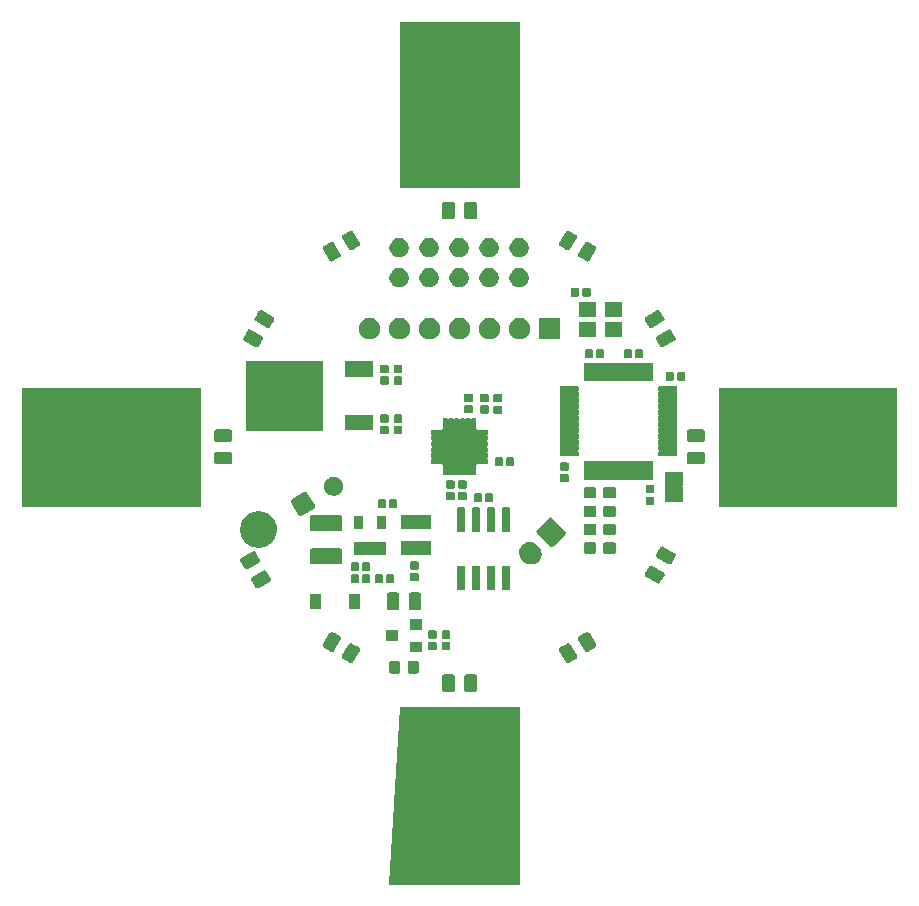
<source format=gbr>
G04 #@! TF.GenerationSoftware,KiCad,Pcbnew,(5.1.5)-3*
G04 #@! TF.CreationDate,2020-03-25T23:07:15+01:00*
G04 #@! TF.ProjectId,carteOdometrie,63617274-654f-4646-9f6d-65747269652e,rev?*
G04 #@! TF.SameCoordinates,Original*
G04 #@! TF.FileFunction,Soldermask,Top*
G04 #@! TF.FilePolarity,Negative*
%FSLAX46Y46*%
G04 Gerber Fmt 4.6, Leading zero omitted, Abs format (unit mm)*
G04 Created by KiCad (PCBNEW (5.1.5)-3) date 2020-03-25 23:07:15*
%MOMM*%
%LPD*%
G04 APERTURE LIST*
%ADD10C,0.100000*%
G04 APERTURE END LIST*
D10*
G36*
X5000000Y22000000D02*
G01*
X-5000000Y22000000D01*
X-5000000Y36000000D01*
X5000000Y36000000D01*
X5000000Y22000000D01*
G37*
X5000000Y22000000D02*
X-5000000Y22000000D01*
X-5000000Y36000000D01*
X5000000Y36000000D01*
X5000000Y22000000D01*
G36*
X37000000Y-5000000D02*
G01*
X22000000Y-5000000D01*
X22000000Y5000000D01*
X37000000Y5000000D01*
X37000000Y-5000000D01*
G37*
X37000000Y-5000000D02*
X22000000Y-5000000D01*
X22000000Y5000000D01*
X37000000Y5000000D01*
X37000000Y-5000000D01*
G36*
X5000000Y-37000000D02*
G01*
X-6000000Y-37000000D01*
X-5000000Y-22000000D01*
X5000000Y-22000000D01*
X5000000Y-37000000D01*
G37*
X5000000Y-37000000D02*
X-6000000Y-37000000D01*
X-5000000Y-22000000D01*
X5000000Y-22000000D01*
X5000000Y-37000000D01*
G36*
X-22000000Y-5000000D02*
G01*
X-37000000Y-5000000D01*
X-37000000Y5000000D01*
X-22000000Y5000000D01*
X-22000000Y-5000000D01*
G37*
X-22000000Y-5000000D02*
X-37000000Y-5000000D01*
X-37000000Y5000000D01*
X-22000000Y5000000D01*
X-22000000Y-5000000D01*
G36*
X375256Y-28391298D02*
G01*
X481579Y-28412447D01*
X782042Y-28536903D01*
X1052451Y-28717585D01*
X1282415Y-28947549D01*
X1463097Y-29217958D01*
X1587553Y-29518421D01*
X1651000Y-29837391D01*
X1651000Y-30162609D01*
X1587553Y-30481579D01*
X1463097Y-30782042D01*
X1282415Y-31052451D01*
X1052451Y-31282415D01*
X782042Y-31463097D01*
X481579Y-31587553D01*
X375256Y-31608702D01*
X162611Y-31651000D01*
X-162611Y-31651000D01*
X-375256Y-31608702D01*
X-481579Y-31587553D01*
X-782042Y-31463097D01*
X-1052451Y-31282415D01*
X-1282415Y-31052451D01*
X-1463097Y-30782042D01*
X-1587553Y-30481579D01*
X-1651000Y-30162609D01*
X-1651000Y-29837391D01*
X-1587553Y-29518421D01*
X-1463097Y-29217958D01*
X-1282415Y-28947549D01*
X-1052451Y-28717585D01*
X-782042Y-28536903D01*
X-481579Y-28412447D01*
X-375256Y-28391298D01*
X-162611Y-28349000D01*
X162611Y-28349000D01*
X375256Y-28391298D01*
G37*
G36*
X1309468Y-19253565D02*
G01*
X1348138Y-19265296D01*
X1383777Y-19284346D01*
X1415017Y-19309983D01*
X1440654Y-19341223D01*
X1459704Y-19376862D01*
X1471435Y-19415532D01*
X1476000Y-19461888D01*
X1476000Y-20538112D01*
X1471435Y-20584468D01*
X1459704Y-20623138D01*
X1440654Y-20658777D01*
X1415017Y-20690017D01*
X1383777Y-20715654D01*
X1348138Y-20734704D01*
X1309468Y-20746435D01*
X1263112Y-20751000D01*
X611888Y-20751000D01*
X565532Y-20746435D01*
X526862Y-20734704D01*
X491223Y-20715654D01*
X459983Y-20690017D01*
X434346Y-20658777D01*
X415296Y-20623138D01*
X403565Y-20584468D01*
X399000Y-20538112D01*
X399000Y-19461888D01*
X403565Y-19415532D01*
X415296Y-19376862D01*
X434346Y-19341223D01*
X459983Y-19309983D01*
X491223Y-19284346D01*
X526862Y-19265296D01*
X565532Y-19253565D01*
X611888Y-19249000D01*
X1263112Y-19249000D01*
X1309468Y-19253565D01*
G37*
G36*
X-565532Y-19253565D02*
G01*
X-526862Y-19265296D01*
X-491223Y-19284346D01*
X-459983Y-19309983D01*
X-434346Y-19341223D01*
X-415296Y-19376862D01*
X-403565Y-19415532D01*
X-399000Y-19461888D01*
X-399000Y-20538112D01*
X-403565Y-20584468D01*
X-415296Y-20623138D01*
X-434346Y-20658777D01*
X-459983Y-20690017D01*
X-491223Y-20715654D01*
X-526862Y-20734704D01*
X-565532Y-20746435D01*
X-611888Y-20751000D01*
X-1263112Y-20751000D01*
X-1309468Y-20746435D01*
X-1348138Y-20734704D01*
X-1383777Y-20715654D01*
X-1415017Y-20690017D01*
X-1440654Y-20658777D01*
X-1459704Y-20623138D01*
X-1471435Y-20584468D01*
X-1476000Y-20538112D01*
X-1476000Y-19461888D01*
X-1471435Y-19415532D01*
X-1459704Y-19376862D01*
X-1440654Y-19341223D01*
X-1415017Y-19309983D01*
X-1383777Y-19284346D01*
X-1348138Y-19265296D01*
X-1309468Y-19253565D01*
X-1263112Y-19249000D01*
X-611888Y-19249000D01*
X-565532Y-19253565D01*
G37*
G36*
X-5144409Y-18147085D02*
G01*
X-5110431Y-18157393D01*
X-5079110Y-18174134D01*
X-5051661Y-18196661D01*
X-5029134Y-18224110D01*
X-5012393Y-18255431D01*
X-5002085Y-18289409D01*
X-4998000Y-18330890D01*
X-4998000Y-19007110D01*
X-5002085Y-19048591D01*
X-5012393Y-19082569D01*
X-5029134Y-19113890D01*
X-5051661Y-19141339D01*
X-5079110Y-19163866D01*
X-5110431Y-19180607D01*
X-5144409Y-19190915D01*
X-5185890Y-19195000D01*
X-5787110Y-19195000D01*
X-5828591Y-19190915D01*
X-5862569Y-19180607D01*
X-5893890Y-19163866D01*
X-5921339Y-19141339D01*
X-5943866Y-19113890D01*
X-5960607Y-19082569D01*
X-5970915Y-19048591D01*
X-5975000Y-19007110D01*
X-5975000Y-18330890D01*
X-5970915Y-18289409D01*
X-5960607Y-18255431D01*
X-5943866Y-18224110D01*
X-5921339Y-18196661D01*
X-5893890Y-18174134D01*
X-5862569Y-18157393D01*
X-5828591Y-18147085D01*
X-5787110Y-18143000D01*
X-5185890Y-18143000D01*
X-5144409Y-18147085D01*
G37*
G36*
X-3569409Y-18147085D02*
G01*
X-3535431Y-18157393D01*
X-3504110Y-18174134D01*
X-3476661Y-18196661D01*
X-3454134Y-18224110D01*
X-3437393Y-18255431D01*
X-3427085Y-18289409D01*
X-3423000Y-18330890D01*
X-3423000Y-19007110D01*
X-3427085Y-19048591D01*
X-3437393Y-19082569D01*
X-3454134Y-19113890D01*
X-3476661Y-19141339D01*
X-3504110Y-19163866D01*
X-3535431Y-19180607D01*
X-3569409Y-19190915D01*
X-3610890Y-19195000D01*
X-4212110Y-19195000D01*
X-4253591Y-19190915D01*
X-4287569Y-19180607D01*
X-4318890Y-19163866D01*
X-4346339Y-19141339D01*
X-4368866Y-19113890D01*
X-4385607Y-19082569D01*
X-4395915Y-19048591D01*
X-4400000Y-19007110D01*
X-4400000Y-18330890D01*
X-4395915Y-18289409D01*
X-4385607Y-18255431D01*
X-4368866Y-18224110D01*
X-4346339Y-18196661D01*
X-4318890Y-18174134D01*
X-4287569Y-18157393D01*
X-4253591Y-18147085D01*
X-4212110Y-18143000D01*
X-3610890Y-18143000D01*
X-3569409Y-18147085D01*
G37*
G36*
X9256631Y-16632419D02*
G01*
X9294456Y-16646655D01*
X9328772Y-16667995D01*
X9358270Y-16695623D01*
X9385400Y-16733481D01*
X9923512Y-17665519D01*
X9942733Y-17707941D01*
X9951912Y-17747305D01*
X9953234Y-17787693D01*
X9946652Y-17827560D01*
X9932416Y-17865385D01*
X9911076Y-17899701D01*
X9883450Y-17929198D01*
X9845583Y-17956333D01*
X9563601Y-18119135D01*
X9330424Y-18253760D01*
X9330420Y-18253762D01*
X9281619Y-18281937D01*
X9239187Y-18301163D01*
X9199826Y-18310341D01*
X9159438Y-18311663D01*
X9119571Y-18305081D01*
X9081746Y-18290845D01*
X9047430Y-18269505D01*
X9017932Y-18241877D01*
X8990802Y-18204019D01*
X8452690Y-17271981D01*
X8433469Y-17229559D01*
X8424290Y-17190195D01*
X8422968Y-17149807D01*
X8429550Y-17109940D01*
X8443786Y-17072115D01*
X8465126Y-17037799D01*
X8492752Y-17008302D01*
X8530619Y-16981167D01*
X8949393Y-16739388D01*
X9045778Y-16683740D01*
X9045782Y-16683738D01*
X9094583Y-16655563D01*
X9137015Y-16636337D01*
X9176376Y-16627159D01*
X9216764Y-16625837D01*
X9256631Y-16632419D01*
G37*
G36*
X-9176376Y-16627159D02*
G01*
X-9137015Y-16636337D01*
X-9094583Y-16655563D01*
X-9045782Y-16683738D01*
X-9045778Y-16683740D01*
X-8949393Y-16739388D01*
X-8530619Y-16981167D01*
X-8492752Y-17008302D01*
X-8465126Y-17037799D01*
X-8443786Y-17072115D01*
X-8429550Y-17109940D01*
X-8422968Y-17149807D01*
X-8424290Y-17190195D01*
X-8433469Y-17229559D01*
X-8452690Y-17271981D01*
X-8990802Y-18204019D01*
X-9017932Y-18241877D01*
X-9047430Y-18269505D01*
X-9081746Y-18290845D01*
X-9119571Y-18305081D01*
X-9159438Y-18311663D01*
X-9199826Y-18310341D01*
X-9239187Y-18301163D01*
X-9281619Y-18281937D01*
X-9330420Y-18253762D01*
X-9330424Y-18253760D01*
X-9563601Y-18119135D01*
X-9845583Y-17956333D01*
X-9883450Y-17929198D01*
X-9911076Y-17899701D01*
X-9932416Y-17865385D01*
X-9946652Y-17827560D01*
X-9953234Y-17787693D01*
X-9951912Y-17747305D01*
X-9942733Y-17707941D01*
X-9923512Y-17665519D01*
X-9385400Y-16733481D01*
X-9358270Y-16695623D01*
X-9328772Y-16667995D01*
X-9294456Y-16646655D01*
X-9256631Y-16632419D01*
X-9216764Y-16625837D01*
X-9176376Y-16627159D01*
G37*
G36*
X-3198000Y-17403000D02*
G01*
X-4200000Y-17403000D01*
X-4200000Y-16501000D01*
X-3198000Y-16501000D01*
X-3198000Y-17403000D01*
G37*
G36*
X-10800174Y-15689659D02*
G01*
X-10760813Y-15698837D01*
X-10718381Y-15718063D01*
X-10669580Y-15746238D01*
X-10669576Y-15746240D01*
X-10573191Y-15801888D01*
X-10154417Y-16043667D01*
X-10116550Y-16070802D01*
X-10088924Y-16100299D01*
X-10067584Y-16134615D01*
X-10053348Y-16172440D01*
X-10046766Y-16212307D01*
X-10048088Y-16252695D01*
X-10057267Y-16292059D01*
X-10076488Y-16334481D01*
X-10614600Y-17266519D01*
X-10641730Y-17304377D01*
X-10671228Y-17332005D01*
X-10705544Y-17353345D01*
X-10743369Y-17367581D01*
X-10783236Y-17374163D01*
X-10823624Y-17372841D01*
X-10862985Y-17363663D01*
X-10905417Y-17344437D01*
X-10954218Y-17316262D01*
X-10954222Y-17316260D01*
X-11300251Y-17116480D01*
X-11469381Y-17018833D01*
X-11507248Y-16991698D01*
X-11534874Y-16962201D01*
X-11556214Y-16927885D01*
X-11570450Y-16890060D01*
X-11577032Y-16850193D01*
X-11575710Y-16809805D01*
X-11566531Y-16770441D01*
X-11547310Y-16728019D01*
X-11009198Y-15795981D01*
X-10982068Y-15758123D01*
X-10952570Y-15730495D01*
X-10918254Y-15709155D01*
X-10880429Y-15694919D01*
X-10840562Y-15688337D01*
X-10800174Y-15689659D01*
G37*
G36*
X10880429Y-15694919D02*
G01*
X10918254Y-15709155D01*
X10952570Y-15730495D01*
X10982068Y-15758123D01*
X11009198Y-15795981D01*
X11547310Y-16728019D01*
X11566531Y-16770441D01*
X11575710Y-16809805D01*
X11577032Y-16850193D01*
X11570450Y-16890060D01*
X11556214Y-16927885D01*
X11534874Y-16962201D01*
X11507248Y-16991698D01*
X11469381Y-17018833D01*
X11300251Y-17116480D01*
X10954222Y-17316260D01*
X10954218Y-17316262D01*
X10905417Y-17344437D01*
X10862985Y-17363663D01*
X10823624Y-17372841D01*
X10783236Y-17374163D01*
X10743369Y-17367581D01*
X10705544Y-17353345D01*
X10671228Y-17332005D01*
X10641730Y-17304377D01*
X10614600Y-17266519D01*
X10076488Y-16334481D01*
X10057267Y-16292059D01*
X10048088Y-16252695D01*
X10046766Y-16212307D01*
X10053348Y-16172440D01*
X10067584Y-16134615D01*
X10088924Y-16100299D01*
X10116550Y-16070802D01*
X10154417Y-16043667D01*
X10573191Y-15801888D01*
X10669576Y-15746240D01*
X10669580Y-15746238D01*
X10718381Y-15718063D01*
X10760813Y-15698837D01*
X10800174Y-15689659D01*
X10840562Y-15688337D01*
X10880429Y-15694919D01*
G37*
G36*
X-2004062Y-16524716D02*
G01*
X-1983443Y-16530971D01*
X-1964447Y-16541124D01*
X-1947792Y-16554792D01*
X-1934124Y-16571447D01*
X-1923971Y-16590443D01*
X-1917716Y-16611062D01*
X-1915000Y-16638640D01*
X-1915000Y-17097360D01*
X-1917716Y-17124938D01*
X-1923971Y-17145557D01*
X-1934124Y-17164553D01*
X-1947792Y-17181208D01*
X-1964447Y-17194876D01*
X-1983443Y-17205029D01*
X-2004062Y-17211284D01*
X-2031640Y-17214000D01*
X-2540360Y-17214000D01*
X-2567938Y-17211284D01*
X-2588557Y-17205029D01*
X-2607553Y-17194876D01*
X-2624208Y-17181208D01*
X-2637876Y-17164553D01*
X-2648029Y-17145557D01*
X-2654284Y-17124938D01*
X-2657000Y-17097360D01*
X-2657000Y-16638640D01*
X-2654284Y-16611062D01*
X-2648029Y-16590443D01*
X-2637876Y-16571447D01*
X-2624208Y-16554792D01*
X-2607553Y-16541124D01*
X-2588557Y-16530971D01*
X-2567938Y-16524716D01*
X-2540360Y-16522000D01*
X-2031640Y-16522000D01*
X-2004062Y-16524716D01*
G37*
G36*
X-861062Y-16524716D02*
G01*
X-840443Y-16530971D01*
X-821447Y-16541124D01*
X-804792Y-16554792D01*
X-791124Y-16571447D01*
X-780971Y-16590443D01*
X-774716Y-16611062D01*
X-772000Y-16638640D01*
X-772000Y-17097360D01*
X-774716Y-17124938D01*
X-780971Y-17145557D01*
X-791124Y-17164553D01*
X-804792Y-17181208D01*
X-821447Y-17194876D01*
X-840443Y-17205029D01*
X-861062Y-17211284D01*
X-888640Y-17214000D01*
X-1397360Y-17214000D01*
X-1424938Y-17211284D01*
X-1445557Y-17205029D01*
X-1464553Y-17194876D01*
X-1481208Y-17181208D01*
X-1494876Y-17164553D01*
X-1505029Y-17145557D01*
X-1511284Y-17124938D01*
X-1514000Y-17097360D01*
X-1514000Y-16638640D01*
X-1511284Y-16611062D01*
X-1505029Y-16590443D01*
X-1494876Y-16571447D01*
X-1481208Y-16554792D01*
X-1464553Y-16541124D01*
X-1445557Y-16530971D01*
X-1424938Y-16524716D01*
X-1397360Y-16522000D01*
X-888640Y-16522000D01*
X-861062Y-16524716D01*
G37*
G36*
X-5198000Y-16453000D02*
G01*
X-6200000Y-16453000D01*
X-6200000Y-15551000D01*
X-5198000Y-15551000D01*
X-5198000Y-16453000D01*
G37*
G36*
X-861062Y-15554716D02*
G01*
X-840443Y-15560971D01*
X-821447Y-15571124D01*
X-804792Y-15584792D01*
X-791124Y-15601447D01*
X-780971Y-15620443D01*
X-774716Y-15641062D01*
X-772000Y-15668640D01*
X-772000Y-16127360D01*
X-774716Y-16154938D01*
X-780971Y-16175557D01*
X-791124Y-16194553D01*
X-804792Y-16211208D01*
X-821447Y-16224876D01*
X-840443Y-16235029D01*
X-861062Y-16241284D01*
X-888640Y-16244000D01*
X-1397360Y-16244000D01*
X-1424938Y-16241284D01*
X-1445557Y-16235029D01*
X-1464553Y-16224876D01*
X-1481208Y-16211208D01*
X-1494876Y-16194553D01*
X-1505029Y-16175557D01*
X-1511284Y-16154938D01*
X-1514000Y-16127360D01*
X-1514000Y-15668640D01*
X-1511284Y-15641062D01*
X-1505029Y-15620443D01*
X-1494876Y-15601447D01*
X-1481208Y-15584792D01*
X-1464553Y-15571124D01*
X-1445557Y-15560971D01*
X-1424938Y-15554716D01*
X-1397360Y-15552000D01*
X-888640Y-15552000D01*
X-861062Y-15554716D01*
G37*
G36*
X-2004062Y-15554716D02*
G01*
X-1983443Y-15560971D01*
X-1964447Y-15571124D01*
X-1947792Y-15584792D01*
X-1934124Y-15601447D01*
X-1923971Y-15620443D01*
X-1917716Y-15641062D01*
X-1915000Y-15668640D01*
X-1915000Y-16127360D01*
X-1917716Y-16154938D01*
X-1923971Y-16175557D01*
X-1934124Y-16194553D01*
X-1947792Y-16211208D01*
X-1964447Y-16224876D01*
X-1983443Y-16235029D01*
X-2004062Y-16241284D01*
X-2031640Y-16244000D01*
X-2540360Y-16244000D01*
X-2567938Y-16241284D01*
X-2588557Y-16235029D01*
X-2607553Y-16224876D01*
X-2624208Y-16211208D01*
X-2637876Y-16194553D01*
X-2648029Y-16175557D01*
X-2654284Y-16154938D01*
X-2657000Y-16127360D01*
X-2657000Y-15668640D01*
X-2654284Y-15641062D01*
X-2648029Y-15620443D01*
X-2637876Y-15601447D01*
X-2624208Y-15584792D01*
X-2607553Y-15571124D01*
X-2588557Y-15560971D01*
X-2567938Y-15554716D01*
X-2540360Y-15552000D01*
X-2031640Y-15552000D01*
X-2004062Y-15554716D01*
G37*
G36*
X-3198000Y-15503000D02*
G01*
X-4200000Y-15503000D01*
X-4200000Y-14601000D01*
X-3198000Y-14601000D01*
X-3198000Y-15503000D01*
G37*
G36*
X-5264532Y-12334565D02*
G01*
X-5225862Y-12346296D01*
X-5190223Y-12365346D01*
X-5158983Y-12390983D01*
X-5133346Y-12422223D01*
X-5114296Y-12457862D01*
X-5102565Y-12496532D01*
X-5098000Y-12542888D01*
X-5098000Y-13619112D01*
X-5102565Y-13665468D01*
X-5114296Y-13704138D01*
X-5133346Y-13739777D01*
X-5158983Y-13771017D01*
X-5190223Y-13796654D01*
X-5225862Y-13815704D01*
X-5264532Y-13827435D01*
X-5310888Y-13832000D01*
X-5962112Y-13832000D01*
X-6008468Y-13827435D01*
X-6047138Y-13815704D01*
X-6082777Y-13796654D01*
X-6114017Y-13771017D01*
X-6139654Y-13739777D01*
X-6158704Y-13704138D01*
X-6170435Y-13665468D01*
X-6175000Y-13619112D01*
X-6175000Y-12542888D01*
X-6170435Y-12496532D01*
X-6158704Y-12457862D01*
X-6139654Y-12422223D01*
X-6114017Y-12390983D01*
X-6082777Y-12365346D01*
X-6047138Y-12346296D01*
X-6008468Y-12334565D01*
X-5962112Y-12330000D01*
X-5310888Y-12330000D01*
X-5264532Y-12334565D01*
G37*
G36*
X-3389532Y-12334565D02*
G01*
X-3350862Y-12346296D01*
X-3315223Y-12365346D01*
X-3283983Y-12390983D01*
X-3258346Y-12422223D01*
X-3239296Y-12457862D01*
X-3227565Y-12496532D01*
X-3223000Y-12542888D01*
X-3223000Y-13619112D01*
X-3227565Y-13665468D01*
X-3239296Y-13704138D01*
X-3258346Y-13739777D01*
X-3283983Y-13771017D01*
X-3315223Y-13796654D01*
X-3350862Y-13815704D01*
X-3389532Y-13827435D01*
X-3435888Y-13832000D01*
X-4087112Y-13832000D01*
X-4133468Y-13827435D01*
X-4172138Y-13815704D01*
X-4207777Y-13796654D01*
X-4239017Y-13771017D01*
X-4264654Y-13739777D01*
X-4283704Y-13704138D01*
X-4295435Y-13665468D01*
X-4300000Y-13619112D01*
X-4300000Y-12542888D01*
X-4295435Y-12496532D01*
X-4283704Y-12457862D01*
X-4264654Y-12422223D01*
X-4239017Y-12390983D01*
X-4207777Y-12365346D01*
X-4172138Y-12346296D01*
X-4133468Y-12334565D01*
X-4087112Y-12330000D01*
X-3435888Y-12330000D01*
X-3389532Y-12334565D01*
G37*
G36*
X-8390000Y-13732000D02*
G01*
X-9392000Y-13732000D01*
X-9392000Y-12430000D01*
X-8390000Y-12430000D01*
X-8390000Y-13732000D01*
G37*
G36*
X-11690000Y-13732000D02*
G01*
X-12692000Y-13732000D01*
X-12692000Y-12430000D01*
X-11690000Y-12430000D01*
X-11690000Y-13732000D01*
G37*
G36*
X4196928Y-10087764D02*
G01*
X4218009Y-10094160D01*
X4237445Y-10104548D01*
X4254476Y-10118524D01*
X4268452Y-10135555D01*
X4278840Y-10154991D01*
X4285236Y-10176072D01*
X4288000Y-10204140D01*
X4288000Y-12017860D01*
X4285236Y-12045928D01*
X4278840Y-12067009D01*
X4268452Y-12086445D01*
X4254476Y-12103476D01*
X4237445Y-12117452D01*
X4218009Y-12127840D01*
X4196928Y-12134236D01*
X4168860Y-12137000D01*
X3705140Y-12137000D01*
X3677072Y-12134236D01*
X3655991Y-12127840D01*
X3636555Y-12117452D01*
X3619524Y-12103476D01*
X3605548Y-12086445D01*
X3595160Y-12067009D01*
X3588764Y-12045928D01*
X3586000Y-12017860D01*
X3586000Y-10204140D01*
X3588764Y-10176072D01*
X3595160Y-10154991D01*
X3605548Y-10135555D01*
X3619524Y-10118524D01*
X3636555Y-10104548D01*
X3655991Y-10094160D01*
X3677072Y-10087764D01*
X3705140Y-10085000D01*
X4168860Y-10085000D01*
X4196928Y-10087764D01*
G37*
G36*
X386928Y-10087764D02*
G01*
X408009Y-10094160D01*
X427445Y-10104548D01*
X444476Y-10118524D01*
X458452Y-10135555D01*
X468840Y-10154991D01*
X475236Y-10176072D01*
X478000Y-10204140D01*
X478000Y-12017860D01*
X475236Y-12045928D01*
X468840Y-12067009D01*
X458452Y-12086445D01*
X444476Y-12103476D01*
X427445Y-12117452D01*
X408009Y-12127840D01*
X386928Y-12134236D01*
X358860Y-12137000D01*
X-104860Y-12137000D01*
X-132928Y-12134236D01*
X-154009Y-12127840D01*
X-173445Y-12117452D01*
X-190476Y-12103476D01*
X-204452Y-12086445D01*
X-214840Y-12067009D01*
X-221236Y-12045928D01*
X-224000Y-12017860D01*
X-224000Y-10204140D01*
X-221236Y-10176072D01*
X-214840Y-10154991D01*
X-204452Y-10135555D01*
X-190476Y-10118524D01*
X-173445Y-10104548D01*
X-154009Y-10094160D01*
X-132928Y-10087764D01*
X-104860Y-10085000D01*
X358860Y-10085000D01*
X386928Y-10087764D01*
G37*
G36*
X2926928Y-10087764D02*
G01*
X2948009Y-10094160D01*
X2967445Y-10104548D01*
X2984476Y-10118524D01*
X2998452Y-10135555D01*
X3008840Y-10154991D01*
X3015236Y-10176072D01*
X3018000Y-10204140D01*
X3018000Y-12017860D01*
X3015236Y-12045928D01*
X3008840Y-12067009D01*
X2998452Y-12086445D01*
X2984476Y-12103476D01*
X2967445Y-12117452D01*
X2948009Y-12127840D01*
X2926928Y-12134236D01*
X2898860Y-12137000D01*
X2435140Y-12137000D01*
X2407072Y-12134236D01*
X2385991Y-12127840D01*
X2366555Y-12117452D01*
X2349524Y-12103476D01*
X2335548Y-12086445D01*
X2325160Y-12067009D01*
X2318764Y-12045928D01*
X2316000Y-12017860D01*
X2316000Y-10204140D01*
X2318764Y-10176072D01*
X2325160Y-10154991D01*
X2335548Y-10135555D01*
X2349524Y-10118524D01*
X2366555Y-10104548D01*
X2385991Y-10094160D01*
X2407072Y-10087764D01*
X2435140Y-10085000D01*
X2898860Y-10085000D01*
X2926928Y-10087764D01*
G37*
G36*
X1656928Y-10087764D02*
G01*
X1678009Y-10094160D01*
X1697445Y-10104548D01*
X1714476Y-10118524D01*
X1728452Y-10135555D01*
X1738840Y-10154991D01*
X1745236Y-10176072D01*
X1748000Y-10204140D01*
X1748000Y-12017860D01*
X1745236Y-12045928D01*
X1738840Y-12067009D01*
X1728452Y-12086445D01*
X1714476Y-12103476D01*
X1697445Y-12117452D01*
X1678009Y-12127840D01*
X1656928Y-12134236D01*
X1628860Y-12137000D01*
X1165140Y-12137000D01*
X1137072Y-12134236D01*
X1115991Y-12127840D01*
X1096555Y-12117452D01*
X1079524Y-12103476D01*
X1065548Y-12086445D01*
X1055160Y-12067009D01*
X1048764Y-12045928D01*
X1046000Y-12017860D01*
X1046000Y-10204140D01*
X1048764Y-10176072D01*
X1055160Y-10154991D01*
X1065548Y-10135555D01*
X1079524Y-10118524D01*
X1096555Y-10104548D01*
X1115991Y-10094160D01*
X1137072Y-10087764D01*
X1165140Y-10085000D01*
X1628860Y-10085000D01*
X1656928Y-10087764D01*
G37*
G36*
X-16444440Y-10467348D02*
G01*
X-16406615Y-10481584D01*
X-16372299Y-10502924D01*
X-16342802Y-10530550D01*
X-16315667Y-10568417D01*
X-16189586Y-10786796D01*
X-16018240Y-11083576D01*
X-16018238Y-11083580D01*
X-15990063Y-11132381D01*
X-15970837Y-11174813D01*
X-15961659Y-11214174D01*
X-15960337Y-11254562D01*
X-15966919Y-11294429D01*
X-15981155Y-11332254D01*
X-16002495Y-11366570D01*
X-16030123Y-11396068D01*
X-16067981Y-11423198D01*
X-17000019Y-11961310D01*
X-17042441Y-11980531D01*
X-17081805Y-11989710D01*
X-17122193Y-11991032D01*
X-17162060Y-11984450D01*
X-17199885Y-11970214D01*
X-17234201Y-11948874D01*
X-17263698Y-11921248D01*
X-17290833Y-11883381D01*
X-17492645Y-11533831D01*
X-17588260Y-11368222D01*
X-17588262Y-11368218D01*
X-17616437Y-11319417D01*
X-17635663Y-11276985D01*
X-17644841Y-11237624D01*
X-17646163Y-11197236D01*
X-17639581Y-11157369D01*
X-17625345Y-11119544D01*
X-17604005Y-11085228D01*
X-17576377Y-11055730D01*
X-17538519Y-11028600D01*
X-16606481Y-10490488D01*
X-16564059Y-10471267D01*
X-16524695Y-10462088D01*
X-16484307Y-10460766D01*
X-16444440Y-10467348D01*
G37*
G36*
X16252695Y-10048088D02*
G01*
X16292059Y-10057267D01*
X16334481Y-10076488D01*
X17266519Y-10614600D01*
X17304377Y-10641730D01*
X17332005Y-10671228D01*
X17353345Y-10705544D01*
X17367581Y-10743369D01*
X17374163Y-10783236D01*
X17372841Y-10823624D01*
X17363663Y-10862985D01*
X17344437Y-10905417D01*
X17316262Y-10954218D01*
X17316260Y-10954222D01*
X17223717Y-11114511D01*
X17018833Y-11469381D01*
X16991698Y-11507248D01*
X16962201Y-11534874D01*
X16927885Y-11556214D01*
X16890060Y-11570450D01*
X16850193Y-11577032D01*
X16809805Y-11575710D01*
X16770441Y-11566531D01*
X16728019Y-11547310D01*
X15795981Y-11009198D01*
X15758123Y-10982068D01*
X15730495Y-10952570D01*
X15709155Y-10918254D01*
X15694919Y-10880429D01*
X15688337Y-10840562D01*
X15689659Y-10800174D01*
X15698837Y-10760813D01*
X15718063Y-10718381D01*
X15746238Y-10669580D01*
X15746240Y-10669576D01*
X15905905Y-10393029D01*
X16043667Y-10154417D01*
X16070802Y-10116550D01*
X16100299Y-10088924D01*
X16134615Y-10067584D01*
X16172440Y-10053348D01*
X16212307Y-10046766D01*
X16252695Y-10048088D01*
G37*
G36*
X-5608062Y-10807716D02*
G01*
X-5587443Y-10813971D01*
X-5568447Y-10824124D01*
X-5551792Y-10837792D01*
X-5538124Y-10854447D01*
X-5527971Y-10873443D01*
X-5521716Y-10894062D01*
X-5519000Y-10921640D01*
X-5519000Y-11430360D01*
X-5521716Y-11457938D01*
X-5527971Y-11478557D01*
X-5538124Y-11497553D01*
X-5551792Y-11514208D01*
X-5568447Y-11527876D01*
X-5587443Y-11538029D01*
X-5608062Y-11544284D01*
X-5635640Y-11547000D01*
X-6094360Y-11547000D01*
X-6121938Y-11544284D01*
X-6142557Y-11538029D01*
X-6161553Y-11527876D01*
X-6178208Y-11514208D01*
X-6191876Y-11497553D01*
X-6202029Y-11478557D01*
X-6208284Y-11457938D01*
X-6211000Y-11430360D01*
X-6211000Y-10921640D01*
X-6208284Y-10894062D01*
X-6202029Y-10873443D01*
X-6191876Y-10854447D01*
X-6178208Y-10837792D01*
X-6161553Y-10824124D01*
X-6142557Y-10813971D01*
X-6121938Y-10807716D01*
X-6094360Y-10805000D01*
X-5635640Y-10805000D01*
X-5608062Y-10807716D01*
G37*
G36*
X-8610062Y-10807716D02*
G01*
X-8589443Y-10813971D01*
X-8570447Y-10824124D01*
X-8553792Y-10837792D01*
X-8540124Y-10854447D01*
X-8529971Y-10873443D01*
X-8523716Y-10894062D01*
X-8521000Y-10921640D01*
X-8521000Y-11430360D01*
X-8523716Y-11457938D01*
X-8529971Y-11478557D01*
X-8540124Y-11497553D01*
X-8553792Y-11514208D01*
X-8570447Y-11527876D01*
X-8589443Y-11538029D01*
X-8610062Y-11544284D01*
X-8637640Y-11547000D01*
X-9096360Y-11547000D01*
X-9123938Y-11544284D01*
X-9144557Y-11538029D01*
X-9163553Y-11527876D01*
X-9180208Y-11514208D01*
X-9193876Y-11497553D01*
X-9204029Y-11478557D01*
X-9210284Y-11457938D01*
X-9213000Y-11430360D01*
X-9213000Y-10921640D01*
X-9210284Y-10894062D01*
X-9204029Y-10873443D01*
X-9193876Y-10854447D01*
X-9180208Y-10837792D01*
X-9163553Y-10824124D01*
X-9144557Y-10813971D01*
X-9123938Y-10807716D01*
X-9096360Y-10805000D01*
X-8637640Y-10805000D01*
X-8610062Y-10807716D01*
G37*
G36*
X-6578062Y-10807716D02*
G01*
X-6557443Y-10813971D01*
X-6538447Y-10824124D01*
X-6521792Y-10837792D01*
X-6508124Y-10854447D01*
X-6497971Y-10873443D01*
X-6491716Y-10894062D01*
X-6489000Y-10921640D01*
X-6489000Y-11430360D01*
X-6491716Y-11457938D01*
X-6497971Y-11478557D01*
X-6508124Y-11497553D01*
X-6521792Y-11514208D01*
X-6538447Y-11527876D01*
X-6557443Y-11538029D01*
X-6578062Y-11544284D01*
X-6605640Y-11547000D01*
X-7064360Y-11547000D01*
X-7091938Y-11544284D01*
X-7112557Y-11538029D01*
X-7131553Y-11527876D01*
X-7148208Y-11514208D01*
X-7161876Y-11497553D01*
X-7172029Y-11478557D01*
X-7178284Y-11457938D01*
X-7181000Y-11430360D01*
X-7181000Y-10921640D01*
X-7178284Y-10894062D01*
X-7172029Y-10873443D01*
X-7161876Y-10854447D01*
X-7148208Y-10837792D01*
X-7131553Y-10824124D01*
X-7112557Y-10813971D01*
X-7091938Y-10807716D01*
X-7064360Y-10805000D01*
X-6605640Y-10805000D01*
X-6578062Y-10807716D01*
G37*
G36*
X-7640062Y-10807716D02*
G01*
X-7619443Y-10813971D01*
X-7600447Y-10824124D01*
X-7583792Y-10837792D01*
X-7570124Y-10854447D01*
X-7559971Y-10873443D01*
X-7553716Y-10894062D01*
X-7551000Y-10921640D01*
X-7551000Y-11430360D01*
X-7553716Y-11457938D01*
X-7559971Y-11478557D01*
X-7570124Y-11497553D01*
X-7583792Y-11514208D01*
X-7600447Y-11527876D01*
X-7619443Y-11538029D01*
X-7640062Y-11544284D01*
X-7667640Y-11547000D01*
X-8126360Y-11547000D01*
X-8153938Y-11544284D01*
X-8174557Y-11538029D01*
X-8193553Y-11527876D01*
X-8210208Y-11514208D01*
X-8223876Y-11497553D01*
X-8234029Y-11478557D01*
X-8240284Y-11457938D01*
X-8243000Y-11430360D01*
X-8243000Y-10921640D01*
X-8240284Y-10894062D01*
X-8234029Y-10873443D01*
X-8223876Y-10854447D01*
X-8210208Y-10837792D01*
X-8193553Y-10824124D01*
X-8174557Y-10813971D01*
X-8153938Y-10807716D01*
X-8126360Y-10805000D01*
X-7667640Y-10805000D01*
X-7640062Y-10807716D01*
G37*
G36*
X-3528062Y-10682716D02*
G01*
X-3507443Y-10688971D01*
X-3488447Y-10699124D01*
X-3471792Y-10712792D01*
X-3458124Y-10729447D01*
X-3447971Y-10748443D01*
X-3441716Y-10769062D01*
X-3439000Y-10796640D01*
X-3439000Y-11255360D01*
X-3441716Y-11282938D01*
X-3447971Y-11303557D01*
X-3458124Y-11322553D01*
X-3471792Y-11339208D01*
X-3488447Y-11352876D01*
X-3507443Y-11363029D01*
X-3528062Y-11369284D01*
X-3555640Y-11372000D01*
X-4064360Y-11372000D01*
X-4091938Y-11369284D01*
X-4112557Y-11363029D01*
X-4131553Y-11352876D01*
X-4148208Y-11339208D01*
X-4161876Y-11322553D01*
X-4172029Y-11303557D01*
X-4178284Y-11282938D01*
X-4181000Y-11255360D01*
X-4181000Y-10796640D01*
X-4178284Y-10769062D01*
X-4172029Y-10748443D01*
X-4161876Y-10729447D01*
X-4148208Y-10712792D01*
X-4131553Y-10699124D01*
X-4112557Y-10688971D01*
X-4091938Y-10682716D01*
X-4064360Y-10680000D01*
X-3555640Y-10680000D01*
X-3528062Y-10682716D01*
G37*
G36*
X-7640062Y-9791716D02*
G01*
X-7619443Y-9797971D01*
X-7600447Y-9808124D01*
X-7583792Y-9821792D01*
X-7570124Y-9838447D01*
X-7559971Y-9857443D01*
X-7553716Y-9878062D01*
X-7551000Y-9905640D01*
X-7551000Y-10414360D01*
X-7553716Y-10441938D01*
X-7559971Y-10462557D01*
X-7570124Y-10481553D01*
X-7583792Y-10498208D01*
X-7600447Y-10511876D01*
X-7619443Y-10522029D01*
X-7640062Y-10528284D01*
X-7667640Y-10531000D01*
X-8126360Y-10531000D01*
X-8153938Y-10528284D01*
X-8174557Y-10522029D01*
X-8193553Y-10511876D01*
X-8210208Y-10498208D01*
X-8223876Y-10481553D01*
X-8234029Y-10462557D01*
X-8240284Y-10441938D01*
X-8243000Y-10414360D01*
X-8243000Y-9905640D01*
X-8240284Y-9878062D01*
X-8234029Y-9857443D01*
X-8223876Y-9838447D01*
X-8210208Y-9821792D01*
X-8193553Y-9808124D01*
X-8174557Y-9797971D01*
X-8153938Y-9791716D01*
X-8126360Y-9789000D01*
X-7667640Y-9789000D01*
X-7640062Y-9791716D01*
G37*
G36*
X-8610062Y-9791716D02*
G01*
X-8589443Y-9797971D01*
X-8570447Y-9808124D01*
X-8553792Y-9821792D01*
X-8540124Y-9838447D01*
X-8529971Y-9857443D01*
X-8523716Y-9878062D01*
X-8521000Y-9905640D01*
X-8521000Y-10414360D01*
X-8523716Y-10441938D01*
X-8529971Y-10462557D01*
X-8540124Y-10481553D01*
X-8553792Y-10498208D01*
X-8570447Y-10511876D01*
X-8589443Y-10522029D01*
X-8610062Y-10528284D01*
X-8637640Y-10531000D01*
X-9096360Y-10531000D01*
X-9123938Y-10528284D01*
X-9144557Y-10522029D01*
X-9163553Y-10511876D01*
X-9180208Y-10498208D01*
X-9193876Y-10481553D01*
X-9204029Y-10462557D01*
X-9210284Y-10441938D01*
X-9213000Y-10414360D01*
X-9213000Y-9905640D01*
X-9210284Y-9878062D01*
X-9204029Y-9857443D01*
X-9193876Y-9838447D01*
X-9180208Y-9821792D01*
X-9163553Y-9808124D01*
X-9144557Y-9797971D01*
X-9123938Y-9791716D01*
X-9096360Y-9789000D01*
X-8637640Y-9789000D01*
X-8610062Y-9791716D01*
G37*
G36*
X-3528062Y-9712716D02*
G01*
X-3507443Y-9718971D01*
X-3488447Y-9729124D01*
X-3471792Y-9742792D01*
X-3458124Y-9759447D01*
X-3447971Y-9778443D01*
X-3441716Y-9799062D01*
X-3439000Y-9826640D01*
X-3439000Y-10285360D01*
X-3441716Y-10312938D01*
X-3447971Y-10333557D01*
X-3458124Y-10352553D01*
X-3471792Y-10369208D01*
X-3488447Y-10382876D01*
X-3507443Y-10393029D01*
X-3528062Y-10399284D01*
X-3555640Y-10402000D01*
X-4064360Y-10402000D01*
X-4091938Y-10399284D01*
X-4112557Y-10393029D01*
X-4131553Y-10382876D01*
X-4148208Y-10369208D01*
X-4161876Y-10352553D01*
X-4172029Y-10333557D01*
X-4178284Y-10312938D01*
X-4181000Y-10285360D01*
X-4181000Y-9826640D01*
X-4178284Y-9799062D01*
X-4172029Y-9778443D01*
X-4161876Y-9759447D01*
X-4148208Y-9742792D01*
X-4131553Y-9729124D01*
X-4112557Y-9718971D01*
X-4091938Y-9712716D01*
X-4064360Y-9710000D01*
X-3555640Y-9710000D01*
X-3528062Y-9712716D01*
G37*
G36*
X-17381940Y-8843550D02*
G01*
X-17344115Y-8857786D01*
X-17309799Y-8879126D01*
X-17280302Y-8906752D01*
X-17253167Y-8944619D01*
X-17120734Y-9174000D01*
X-16955740Y-9459778D01*
X-16955738Y-9459782D01*
X-16927563Y-9508583D01*
X-16908337Y-9551015D01*
X-16899159Y-9590376D01*
X-16897837Y-9630764D01*
X-16904419Y-9670631D01*
X-16918655Y-9708456D01*
X-16939995Y-9742772D01*
X-16967623Y-9772270D01*
X-17005481Y-9799400D01*
X-17937519Y-10337512D01*
X-17979941Y-10356733D01*
X-18019305Y-10365912D01*
X-18059693Y-10367234D01*
X-18099560Y-10360652D01*
X-18137385Y-10346416D01*
X-18171701Y-10325076D01*
X-18201198Y-10297450D01*
X-18228333Y-10259583D01*
X-18411266Y-9942733D01*
X-18525760Y-9744424D01*
X-18525762Y-9744420D01*
X-18553937Y-9695619D01*
X-18573163Y-9653187D01*
X-18582341Y-9613826D01*
X-18583663Y-9573438D01*
X-18577081Y-9533571D01*
X-18562845Y-9495746D01*
X-18541505Y-9461430D01*
X-18513877Y-9431932D01*
X-18476019Y-9404802D01*
X-17543981Y-8866690D01*
X-17501559Y-8847469D01*
X-17462195Y-8838290D01*
X-17421807Y-8836968D01*
X-17381940Y-8843550D01*
G37*
G36*
X6094525Y-8056142D02*
G01*
X6123593Y-8059005D01*
X6226074Y-8090092D01*
X6293437Y-8110526D01*
X6449956Y-8194188D01*
X6449958Y-8194189D01*
X6449957Y-8194189D01*
X6552775Y-8278569D01*
X6721431Y-8447225D01*
X6721435Y-8447230D01*
X6805812Y-8550044D01*
X6889474Y-8706563D01*
X6889475Y-8706567D01*
X6940995Y-8876407D01*
X6942814Y-8894872D01*
X6958392Y-9053033D01*
X6950120Y-9137015D01*
X6940995Y-9229659D01*
X6906216Y-9344312D01*
X6889474Y-9399503D01*
X6805812Y-9556022D01*
X6693218Y-9693218D01*
X6556022Y-9805812D01*
X6399503Y-9889474D01*
X6355310Y-9902880D01*
X6229659Y-9940995D01*
X6200591Y-9943858D01*
X6053033Y-9958392D01*
X5905475Y-9943858D01*
X5876407Y-9940995D01*
X5750756Y-9902880D01*
X5706563Y-9889474D01*
X5550044Y-9805812D01*
X5447230Y-9721435D01*
X5447225Y-9721431D01*
X5278569Y-9552775D01*
X5227636Y-9490713D01*
X5194188Y-9449956D01*
X5110526Y-9293437D01*
X5082130Y-9199826D01*
X5059005Y-9123593D01*
X5054388Y-9076713D01*
X5041608Y-8946967D01*
X5059005Y-8770343D01*
X5059005Y-8770341D01*
X5110525Y-8600501D01*
X5110526Y-8600497D01*
X5194188Y-8443978D01*
X5306782Y-8306782D01*
X5443978Y-8194188D01*
X5600497Y-8110526D01*
X5667860Y-8090092D01*
X5770341Y-8059005D01*
X5799409Y-8056142D01*
X5946967Y-8041608D01*
X6094525Y-8056142D01*
G37*
G36*
X17190195Y-8424290D02*
G01*
X17229559Y-8433469D01*
X17271981Y-8452690D01*
X18204019Y-8990802D01*
X18241877Y-9017932D01*
X18269505Y-9047430D01*
X18290845Y-9081746D01*
X18305081Y-9119571D01*
X18311663Y-9159438D01*
X18310341Y-9199826D01*
X18301163Y-9239187D01*
X18281937Y-9281619D01*
X18253762Y-9330420D01*
X18253760Y-9330424D01*
X18161217Y-9490713D01*
X17956333Y-9845583D01*
X17929198Y-9883450D01*
X17899701Y-9911076D01*
X17865385Y-9932416D01*
X17827560Y-9946652D01*
X17787693Y-9953234D01*
X17747305Y-9951912D01*
X17707941Y-9942733D01*
X17665519Y-9923512D01*
X16733481Y-9385400D01*
X16695623Y-9358270D01*
X16667995Y-9328772D01*
X16646655Y-9294456D01*
X16632419Y-9256631D01*
X16625837Y-9216764D01*
X16627159Y-9176376D01*
X16636337Y-9137015D01*
X16655563Y-9094583D01*
X16683738Y-9045782D01*
X16683740Y-9045778D01*
X16842764Y-8770341D01*
X16981167Y-8530619D01*
X17008302Y-8492752D01*
X17037799Y-8465126D01*
X17072115Y-8443786D01*
X17109940Y-8429550D01*
X17149807Y-8422968D01*
X17190195Y-8424290D01*
G37*
G36*
X-10084396Y-8602347D02*
G01*
X-10047856Y-8613432D01*
X-10014179Y-8631433D01*
X-9984659Y-8655659D01*
X-9960433Y-8685179D01*
X-9942432Y-8718856D01*
X-9931347Y-8755396D01*
X-9927000Y-8799538D01*
X-9927000Y-9748462D01*
X-9931347Y-9792604D01*
X-9942432Y-9829144D01*
X-9960433Y-9862821D01*
X-9984659Y-9892341D01*
X-10014179Y-9916567D01*
X-10047856Y-9934568D01*
X-10084396Y-9945653D01*
X-10128538Y-9950000D01*
X-12477462Y-9950000D01*
X-12521604Y-9945653D01*
X-12558144Y-9934568D01*
X-12591821Y-9916567D01*
X-12621341Y-9892341D01*
X-12645567Y-9862821D01*
X-12663568Y-9829144D01*
X-12674653Y-9792604D01*
X-12679000Y-9748462D01*
X-12679000Y-8799538D01*
X-12674653Y-8755396D01*
X-12663568Y-8718856D01*
X-12645567Y-8685179D01*
X-12621341Y-8655659D01*
X-12591821Y-8631433D01*
X-12558144Y-8613432D01*
X-12521604Y-8602347D01*
X-12477462Y-8598000D01*
X-10128538Y-8598000D01*
X-10084396Y-8602347D01*
G37*
G36*
X-6257000Y-9199000D02*
G01*
X-8909000Y-9199000D01*
X-8909000Y-8037000D01*
X-6257000Y-8037000D01*
X-6257000Y-9199000D01*
G37*
G36*
X-2452000Y-9174000D02*
G01*
X-4914000Y-9174000D01*
X-4914000Y-8012000D01*
X-2452000Y-8012000D01*
X-2452000Y-9174000D01*
G37*
G36*
X13079591Y-8075585D02*
G01*
X13113569Y-8085893D01*
X13144890Y-8102634D01*
X13172339Y-8125161D01*
X13194866Y-8152610D01*
X13211607Y-8183931D01*
X13221915Y-8217909D01*
X13226000Y-8259390D01*
X13226000Y-8860610D01*
X13221915Y-8902091D01*
X13211607Y-8936069D01*
X13194866Y-8967390D01*
X13172339Y-8994839D01*
X13144890Y-9017366D01*
X13113569Y-9034107D01*
X13079591Y-9044415D01*
X13038110Y-9048500D01*
X12361890Y-9048500D01*
X12320409Y-9044415D01*
X12286431Y-9034107D01*
X12255110Y-9017366D01*
X12227661Y-8994839D01*
X12205134Y-8967390D01*
X12188393Y-8936069D01*
X12178085Y-8902091D01*
X12174000Y-8860610D01*
X12174000Y-8259390D01*
X12178085Y-8217909D01*
X12188393Y-8183931D01*
X12205134Y-8152610D01*
X12227661Y-8125161D01*
X12255110Y-8102634D01*
X12286431Y-8085893D01*
X12320409Y-8075585D01*
X12361890Y-8071500D01*
X13038110Y-8071500D01*
X13079591Y-8075585D01*
G37*
G36*
X11428591Y-8075585D02*
G01*
X11462569Y-8085893D01*
X11493890Y-8102634D01*
X11521339Y-8125161D01*
X11543866Y-8152610D01*
X11560607Y-8183931D01*
X11570915Y-8217909D01*
X11575000Y-8259390D01*
X11575000Y-8860610D01*
X11570915Y-8902091D01*
X11560607Y-8936069D01*
X11543866Y-8967390D01*
X11521339Y-8994839D01*
X11493890Y-9017366D01*
X11462569Y-9034107D01*
X11428591Y-9044415D01*
X11387110Y-9048500D01*
X10710890Y-9048500D01*
X10669409Y-9044415D01*
X10635431Y-9034107D01*
X10604110Y-9017366D01*
X10576661Y-8994839D01*
X10554134Y-8967390D01*
X10537393Y-8936069D01*
X10527085Y-8902091D01*
X10523000Y-8860610D01*
X10523000Y-8259390D01*
X10527085Y-8217909D01*
X10537393Y-8183931D01*
X10554134Y-8152610D01*
X10576661Y-8125161D01*
X10604110Y-8102634D01*
X10635431Y-8085893D01*
X10669409Y-8075585D01*
X10710890Y-8071500D01*
X11387110Y-8071500D01*
X11428591Y-8075585D01*
G37*
G36*
X-16697415Y-5478802D02*
G01*
X-16547590Y-5508604D01*
X-16265326Y-5625521D01*
X-16011295Y-5795259D01*
X-15795259Y-6011295D01*
X-15625521Y-6265326D01*
X-15508604Y-6547590D01*
X-15481393Y-6684390D01*
X-15449000Y-6847239D01*
X-15449000Y-7152761D01*
X-15451922Y-7167452D01*
X-15508604Y-7452410D01*
X-15625521Y-7734674D01*
X-15795259Y-7988705D01*
X-16011295Y-8204741D01*
X-16265326Y-8374479D01*
X-16547590Y-8491396D01*
X-16697415Y-8521198D01*
X-16847239Y-8551000D01*
X-17152761Y-8551000D01*
X-17302585Y-8521198D01*
X-17452410Y-8491396D01*
X-17734674Y-8374479D01*
X-17988705Y-8204741D01*
X-18204741Y-7988705D01*
X-18374479Y-7734674D01*
X-18491396Y-7452410D01*
X-18548078Y-7167452D01*
X-18551000Y-7152761D01*
X-18551000Y-6847239D01*
X-18518607Y-6684390D01*
X-18491396Y-6547590D01*
X-18374479Y-6265326D01*
X-18204741Y-6011295D01*
X-17988705Y-5795259D01*
X-17734674Y-5625521D01*
X-17452410Y-5508604D01*
X-17302585Y-5478802D01*
X-17152761Y-5449000D01*
X-16847239Y-5449000D01*
X-16697415Y-5478802D01*
G37*
G36*
X7749099Y-5982201D02*
G01*
X7782151Y-5992227D01*
X7812602Y-6008504D01*
X7844061Y-6034322D01*
X7902111Y-6092372D01*
X7902117Y-6092377D01*
X8907623Y-7097883D01*
X8907628Y-7097889D01*
X8965678Y-7155939D01*
X8991496Y-7187398D01*
X9007773Y-7217849D01*
X9017799Y-7250901D01*
X9021183Y-7285266D01*
X9017799Y-7319631D01*
X9007773Y-7352683D01*
X8991496Y-7383134D01*
X8965678Y-7414593D01*
X8907628Y-7472643D01*
X8907623Y-7472649D01*
X8008183Y-8372089D01*
X8008177Y-8372094D01*
X7950127Y-8430144D01*
X7918668Y-8455962D01*
X7888217Y-8472239D01*
X7855165Y-8482265D01*
X7820800Y-8485649D01*
X7786435Y-8482265D01*
X7753383Y-8472239D01*
X7722932Y-8455962D01*
X7691473Y-8430144D01*
X7633423Y-8372094D01*
X7633417Y-8372089D01*
X6627911Y-7366583D01*
X6627906Y-7366577D01*
X6569856Y-7308527D01*
X6544038Y-7277068D01*
X6527761Y-7246617D01*
X6517735Y-7213565D01*
X6514351Y-7179200D01*
X6517735Y-7144835D01*
X6527761Y-7111783D01*
X6544038Y-7081332D01*
X6569856Y-7049873D01*
X6627906Y-6991823D01*
X6627911Y-6991817D01*
X7527351Y-6092377D01*
X7527357Y-6092372D01*
X7585407Y-6034322D01*
X7616866Y-6008504D01*
X7647317Y-5992227D01*
X7680369Y-5982201D01*
X7714734Y-5978817D01*
X7749099Y-5982201D01*
G37*
G36*
X13079591Y-6500585D02*
G01*
X13113569Y-6510893D01*
X13144890Y-6527634D01*
X13172339Y-6550161D01*
X13194866Y-6577610D01*
X13211607Y-6608931D01*
X13221915Y-6642909D01*
X13226000Y-6684390D01*
X13226000Y-7285610D01*
X13221915Y-7327091D01*
X13211607Y-7361069D01*
X13194866Y-7392390D01*
X13172339Y-7419839D01*
X13144890Y-7442366D01*
X13113569Y-7459107D01*
X13079591Y-7469415D01*
X13038110Y-7473500D01*
X12361890Y-7473500D01*
X12320409Y-7469415D01*
X12286431Y-7459107D01*
X12255110Y-7442366D01*
X12227661Y-7419839D01*
X12205134Y-7392390D01*
X12188393Y-7361069D01*
X12178085Y-7327091D01*
X12174000Y-7285610D01*
X12174000Y-6684390D01*
X12178085Y-6642909D01*
X12188393Y-6608931D01*
X12205134Y-6577610D01*
X12227661Y-6550161D01*
X12255110Y-6527634D01*
X12286431Y-6510893D01*
X12320409Y-6500585D01*
X12361890Y-6496500D01*
X13038110Y-6496500D01*
X13079591Y-6500585D01*
G37*
G36*
X11428591Y-6500585D02*
G01*
X11462569Y-6510893D01*
X11493890Y-6527634D01*
X11521339Y-6550161D01*
X11543866Y-6577610D01*
X11560607Y-6608931D01*
X11570915Y-6642909D01*
X11575000Y-6684390D01*
X11575000Y-7285610D01*
X11570915Y-7327091D01*
X11560607Y-7361069D01*
X11543866Y-7392390D01*
X11521339Y-7419839D01*
X11493890Y-7442366D01*
X11462569Y-7459107D01*
X11428591Y-7469415D01*
X11387110Y-7473500D01*
X10710890Y-7473500D01*
X10669409Y-7469415D01*
X10635431Y-7459107D01*
X10604110Y-7442366D01*
X10576661Y-7419839D01*
X10554134Y-7392390D01*
X10537393Y-7361069D01*
X10527085Y-7327091D01*
X10523000Y-7285610D01*
X10523000Y-6684390D01*
X10527085Y-6642909D01*
X10537393Y-6608931D01*
X10554134Y-6577610D01*
X10576661Y-6550161D01*
X10604110Y-6527634D01*
X10635431Y-6510893D01*
X10669409Y-6500585D01*
X10710890Y-6496500D01*
X11387110Y-6496500D01*
X11428591Y-6500585D01*
G37*
G36*
X386928Y-5137764D02*
G01*
X408009Y-5144160D01*
X427445Y-5154548D01*
X444476Y-5168524D01*
X458452Y-5185555D01*
X468840Y-5204991D01*
X475236Y-5226072D01*
X478000Y-5254140D01*
X478000Y-7067860D01*
X475236Y-7095928D01*
X468840Y-7117009D01*
X458452Y-7136445D01*
X444476Y-7153476D01*
X427445Y-7167452D01*
X408009Y-7177840D01*
X386928Y-7184236D01*
X358860Y-7187000D01*
X-104860Y-7187000D01*
X-132928Y-7184236D01*
X-154009Y-7177840D01*
X-173445Y-7167452D01*
X-190476Y-7153476D01*
X-204452Y-7136445D01*
X-214840Y-7117009D01*
X-221236Y-7095928D01*
X-224000Y-7067860D01*
X-224000Y-5254140D01*
X-221236Y-5226072D01*
X-214840Y-5204991D01*
X-204452Y-5185555D01*
X-190476Y-5168524D01*
X-173445Y-5154548D01*
X-154009Y-5144160D01*
X-132928Y-5137764D01*
X-104860Y-5135000D01*
X358860Y-5135000D01*
X386928Y-5137764D01*
G37*
G36*
X2926928Y-5137764D02*
G01*
X2948009Y-5144160D01*
X2967445Y-5154548D01*
X2984476Y-5168524D01*
X2998452Y-5185555D01*
X3008840Y-5204991D01*
X3015236Y-5226072D01*
X3018000Y-5254140D01*
X3018000Y-7067860D01*
X3015236Y-7095928D01*
X3008840Y-7117009D01*
X2998452Y-7136445D01*
X2984476Y-7153476D01*
X2967445Y-7167452D01*
X2948009Y-7177840D01*
X2926928Y-7184236D01*
X2898860Y-7187000D01*
X2435140Y-7187000D01*
X2407072Y-7184236D01*
X2385991Y-7177840D01*
X2366555Y-7167452D01*
X2349524Y-7153476D01*
X2335548Y-7136445D01*
X2325160Y-7117009D01*
X2318764Y-7095928D01*
X2316000Y-7067860D01*
X2316000Y-5254140D01*
X2318764Y-5226072D01*
X2325160Y-5204991D01*
X2335548Y-5185555D01*
X2349524Y-5168524D01*
X2366555Y-5154548D01*
X2385991Y-5144160D01*
X2407072Y-5137764D01*
X2435140Y-5135000D01*
X2898860Y-5135000D01*
X2926928Y-5137764D01*
G37*
G36*
X1656928Y-5137764D02*
G01*
X1678009Y-5144160D01*
X1697445Y-5154548D01*
X1714476Y-5168524D01*
X1728452Y-5185555D01*
X1738840Y-5204991D01*
X1745236Y-5226072D01*
X1748000Y-5254140D01*
X1748000Y-7067860D01*
X1745236Y-7095928D01*
X1738840Y-7117009D01*
X1728452Y-7136445D01*
X1714476Y-7153476D01*
X1697445Y-7167452D01*
X1678009Y-7177840D01*
X1656928Y-7184236D01*
X1628860Y-7187000D01*
X1165140Y-7187000D01*
X1137072Y-7184236D01*
X1115991Y-7177840D01*
X1096555Y-7167452D01*
X1079524Y-7153476D01*
X1065548Y-7136445D01*
X1055160Y-7117009D01*
X1048764Y-7095928D01*
X1046000Y-7067860D01*
X1046000Y-5254140D01*
X1048764Y-5226072D01*
X1055160Y-5204991D01*
X1065548Y-5185555D01*
X1079524Y-5168524D01*
X1096555Y-5154548D01*
X1115991Y-5144160D01*
X1137072Y-5137764D01*
X1165140Y-5135000D01*
X1628860Y-5135000D01*
X1656928Y-5137764D01*
G37*
G36*
X4196928Y-5137764D02*
G01*
X4218009Y-5144160D01*
X4237445Y-5154548D01*
X4254476Y-5168524D01*
X4268452Y-5185555D01*
X4278840Y-5204991D01*
X4285236Y-5226072D01*
X4288000Y-5254140D01*
X4288000Y-7067860D01*
X4285236Y-7095928D01*
X4278840Y-7117009D01*
X4268452Y-7136445D01*
X4254476Y-7153476D01*
X4237445Y-7167452D01*
X4218009Y-7177840D01*
X4196928Y-7184236D01*
X4168860Y-7187000D01*
X3705140Y-7187000D01*
X3677072Y-7184236D01*
X3655991Y-7177840D01*
X3636555Y-7167452D01*
X3619524Y-7153476D01*
X3605548Y-7136445D01*
X3595160Y-7117009D01*
X3588764Y-7095928D01*
X3586000Y-7067860D01*
X3586000Y-5254140D01*
X3588764Y-5226072D01*
X3595160Y-5204991D01*
X3605548Y-5185555D01*
X3619524Y-5168524D01*
X3636555Y-5154548D01*
X3655991Y-5144160D01*
X3677072Y-5137764D01*
X3705140Y-5135000D01*
X4168860Y-5135000D01*
X4196928Y-5137764D01*
G37*
G36*
X-10084396Y-5802347D02*
G01*
X-10047856Y-5813432D01*
X-10014179Y-5831433D01*
X-9984659Y-5855659D01*
X-9960433Y-5885179D01*
X-9942432Y-5918856D01*
X-9931347Y-5955396D01*
X-9927000Y-5999538D01*
X-9927000Y-6948462D01*
X-9931347Y-6992604D01*
X-9942432Y-7029144D01*
X-9960433Y-7062821D01*
X-9984659Y-7092341D01*
X-10014179Y-7116567D01*
X-10047856Y-7134568D01*
X-10084396Y-7145653D01*
X-10128538Y-7150000D01*
X-12477462Y-7150000D01*
X-12521604Y-7145653D01*
X-12558144Y-7134568D01*
X-12591821Y-7116567D01*
X-12621341Y-7092341D01*
X-12645567Y-7062821D01*
X-12663568Y-7029144D01*
X-12674653Y-6992604D01*
X-12679000Y-6948462D01*
X-12679000Y-5999538D01*
X-12674653Y-5955396D01*
X-12663568Y-5918856D01*
X-12645567Y-5885179D01*
X-12621341Y-5855659D01*
X-12591821Y-5831433D01*
X-12558144Y-5813432D01*
X-12521604Y-5802347D01*
X-12477462Y-5798000D01*
X-10128538Y-5798000D01*
X-10084396Y-5802347D01*
G37*
G36*
X-6257000Y-6999000D02*
G01*
X-7009000Y-6999000D01*
X-7009000Y-5837000D01*
X-6257000Y-5837000D01*
X-6257000Y-6999000D01*
G37*
G36*
X-8157000Y-6999000D02*
G01*
X-8909000Y-6999000D01*
X-8909000Y-5837000D01*
X-8157000Y-5837000D01*
X-8157000Y-6999000D01*
G37*
G36*
X-2452000Y-6974000D02*
G01*
X-4914000Y-6974000D01*
X-4914000Y-5812000D01*
X-2452000Y-5812000D01*
X-2452000Y-6974000D01*
G37*
G36*
X11428591Y-4976585D02*
G01*
X11462569Y-4986893D01*
X11493890Y-5003634D01*
X11521339Y-5026161D01*
X11543866Y-5053610D01*
X11560607Y-5084931D01*
X11570915Y-5118909D01*
X11575000Y-5160390D01*
X11575000Y-5761610D01*
X11570915Y-5803091D01*
X11560607Y-5837069D01*
X11543866Y-5868390D01*
X11521339Y-5895839D01*
X11493890Y-5918366D01*
X11462569Y-5935107D01*
X11428591Y-5945415D01*
X11387110Y-5949500D01*
X10710890Y-5949500D01*
X10669409Y-5945415D01*
X10635431Y-5935107D01*
X10604110Y-5918366D01*
X10576661Y-5895839D01*
X10554134Y-5868390D01*
X10537393Y-5837069D01*
X10527085Y-5803091D01*
X10523000Y-5761610D01*
X10523000Y-5160390D01*
X10527085Y-5118909D01*
X10537393Y-5084931D01*
X10554134Y-5053610D01*
X10576661Y-5026161D01*
X10604110Y-5003634D01*
X10635431Y-4986893D01*
X10669409Y-4976585D01*
X10710890Y-4972500D01*
X11387110Y-4972500D01*
X11428591Y-4976585D01*
G37*
G36*
X13079591Y-4976585D02*
G01*
X13113569Y-4986893D01*
X13144890Y-5003634D01*
X13172339Y-5026161D01*
X13194866Y-5053610D01*
X13211607Y-5084931D01*
X13221915Y-5118909D01*
X13226000Y-5160390D01*
X13226000Y-5761610D01*
X13221915Y-5803091D01*
X13211607Y-5837069D01*
X13194866Y-5868390D01*
X13172339Y-5895839D01*
X13144890Y-5918366D01*
X13113569Y-5935107D01*
X13079591Y-5945415D01*
X13038110Y-5949500D01*
X12361890Y-5949500D01*
X12320409Y-5945415D01*
X12286431Y-5935107D01*
X12255110Y-5918366D01*
X12227661Y-5895839D01*
X12205134Y-5868390D01*
X12188393Y-5837069D01*
X12178085Y-5803091D01*
X12174000Y-5761610D01*
X12174000Y-5160390D01*
X12178085Y-5118909D01*
X12188393Y-5084931D01*
X12205134Y-5053610D01*
X12227661Y-5026161D01*
X12255110Y-5003634D01*
X12286431Y-4986893D01*
X12320409Y-4976585D01*
X12361890Y-4972500D01*
X13038110Y-4972500D01*
X13079591Y-4976585D01*
G37*
G36*
X-12985433Y-3819882D02*
G01*
X-12951843Y-3832524D01*
X-12921366Y-3851476D01*
X-12895180Y-3876002D01*
X-12870673Y-3910201D01*
X-12259492Y-4968799D01*
X-12242130Y-5007117D01*
X-12233981Y-5042067D01*
X-12232807Y-5077935D01*
X-12238652Y-5113337D01*
X-12251294Y-5146927D01*
X-12270246Y-5177404D01*
X-12294772Y-5203590D01*
X-12328971Y-5228097D01*
X-13387569Y-5839278D01*
X-13425887Y-5856640D01*
X-13460837Y-5864789D01*
X-13496705Y-5865963D01*
X-13532107Y-5860118D01*
X-13565697Y-5847476D01*
X-13596174Y-5828524D01*
X-13622360Y-5803998D01*
X-13646867Y-5769799D01*
X-14258048Y-4711201D01*
X-14275410Y-4672883D01*
X-14283559Y-4637933D01*
X-14284733Y-4602065D01*
X-14278888Y-4566663D01*
X-14266246Y-4533073D01*
X-14247294Y-4502596D01*
X-14222768Y-4476410D01*
X-14188569Y-4451903D01*
X-13129971Y-3840722D01*
X-13091653Y-3823360D01*
X-13056703Y-3815211D01*
X-13020835Y-3814037D01*
X-12985433Y-3819882D01*
G37*
G36*
X-6324062Y-4457716D02*
G01*
X-6303443Y-4463971D01*
X-6284447Y-4474124D01*
X-6267792Y-4487792D01*
X-6254124Y-4504447D01*
X-6243971Y-4523443D01*
X-6237716Y-4544062D01*
X-6235000Y-4571640D01*
X-6235000Y-5080360D01*
X-6237716Y-5107938D01*
X-6243971Y-5128557D01*
X-6254124Y-5147553D01*
X-6267792Y-5164208D01*
X-6284447Y-5177876D01*
X-6303443Y-5188029D01*
X-6324062Y-5194284D01*
X-6351640Y-5197000D01*
X-6810360Y-5197000D01*
X-6837938Y-5194284D01*
X-6858557Y-5188029D01*
X-6877553Y-5177876D01*
X-6894208Y-5164208D01*
X-6907876Y-5147553D01*
X-6918029Y-5128557D01*
X-6924284Y-5107938D01*
X-6927000Y-5080360D01*
X-6927000Y-4571640D01*
X-6924284Y-4544062D01*
X-6918029Y-4523443D01*
X-6907876Y-4504447D01*
X-6894208Y-4487792D01*
X-6877553Y-4474124D01*
X-6858557Y-4463971D01*
X-6837938Y-4457716D01*
X-6810360Y-4455000D01*
X-6351640Y-4455000D01*
X-6324062Y-4457716D01*
G37*
G36*
X-5354062Y-4457716D02*
G01*
X-5333443Y-4463971D01*
X-5314447Y-4474124D01*
X-5297792Y-4487792D01*
X-5284124Y-4504447D01*
X-5273971Y-4523443D01*
X-5267716Y-4544062D01*
X-5265000Y-4571640D01*
X-5265000Y-5080360D01*
X-5267716Y-5107938D01*
X-5273971Y-5128557D01*
X-5284124Y-5147553D01*
X-5297792Y-5164208D01*
X-5314447Y-5177876D01*
X-5333443Y-5188029D01*
X-5354062Y-5194284D01*
X-5381640Y-5197000D01*
X-5840360Y-5197000D01*
X-5867938Y-5194284D01*
X-5888557Y-5188029D01*
X-5907553Y-5177876D01*
X-5924208Y-5164208D01*
X-5937876Y-5147553D01*
X-5948029Y-5128557D01*
X-5954284Y-5107938D01*
X-5957000Y-5080360D01*
X-5957000Y-4571640D01*
X-5954284Y-4544062D01*
X-5948029Y-4523443D01*
X-5937876Y-4504447D01*
X-5924208Y-4487792D01*
X-5907553Y-4474124D01*
X-5888557Y-4463971D01*
X-5867938Y-4457716D01*
X-5840360Y-4455000D01*
X-5381640Y-4455000D01*
X-5354062Y-4457716D01*
G37*
G36*
X16410938Y-4228716D02*
G01*
X16431557Y-4234971D01*
X16450553Y-4245124D01*
X16467208Y-4258792D01*
X16480876Y-4275447D01*
X16491029Y-4294443D01*
X16497284Y-4315062D01*
X16500000Y-4342640D01*
X16500000Y-4801360D01*
X16497284Y-4828938D01*
X16491029Y-4849557D01*
X16480876Y-4868553D01*
X16467208Y-4885208D01*
X16450553Y-4898876D01*
X16431557Y-4909029D01*
X16410938Y-4915284D01*
X16383360Y-4918000D01*
X15874640Y-4918000D01*
X15847062Y-4915284D01*
X15826443Y-4909029D01*
X15807447Y-4898876D01*
X15790792Y-4885208D01*
X15777124Y-4868553D01*
X15766971Y-4849557D01*
X15760716Y-4828938D01*
X15758000Y-4801360D01*
X15758000Y-4342640D01*
X15760716Y-4315062D01*
X15766971Y-4294443D01*
X15777124Y-4275447D01*
X15790792Y-4258792D01*
X15807447Y-4245124D01*
X15826443Y-4234971D01*
X15847062Y-4228716D01*
X15874640Y-4226000D01*
X16383360Y-4226000D01*
X16410938Y-4228716D01*
G37*
G36*
X18920999Y-2153737D02*
G01*
X18930608Y-2156652D01*
X18939472Y-2161390D01*
X18947237Y-2167763D01*
X18953610Y-2175528D01*
X18958348Y-2184392D01*
X18961263Y-2194001D01*
X18962852Y-2210140D01*
X18962852Y-3197860D01*
X18961263Y-3213999D01*
X18958348Y-3223608D01*
X18953610Y-3232472D01*
X18947258Y-3240212D01*
X18947237Y-3240237D01*
X18939427Y-3246640D01*
X18939372Y-3246677D01*
X18929853Y-3254480D01*
X18929878Y-3254511D01*
X18916028Y-3265853D01*
X18900463Y-3284779D01*
X18888889Y-3306377D01*
X18881751Y-3329819D01*
X18879324Y-3354202D01*
X18881700Y-3378591D01*
X18888789Y-3402047D01*
X18900318Y-3423670D01*
X18915843Y-3442628D01*
X18934769Y-3458193D01*
X18937825Y-3460029D01*
X18939514Y-3461418D01*
X18939516Y-3461419D01*
X18945712Y-3466515D01*
X18947274Y-3467800D01*
X18953642Y-3475575D01*
X18956791Y-3481483D01*
X18958367Y-3484438D01*
X18961054Y-3493329D01*
X18961282Y-3494085D01*
X18962852Y-3510113D01*
X18962852Y-4647860D01*
X18961263Y-4663999D01*
X18958348Y-4673608D01*
X18953610Y-4682472D01*
X18947237Y-4690237D01*
X18939472Y-4696610D01*
X18930608Y-4701348D01*
X18920999Y-4704263D01*
X18904860Y-4705852D01*
X17417140Y-4705852D01*
X17401001Y-4704263D01*
X17391392Y-4701348D01*
X17382528Y-4696610D01*
X17374763Y-4690237D01*
X17368390Y-4682472D01*
X17363652Y-4673608D01*
X17360737Y-4663999D01*
X17359148Y-4647860D01*
X17359148Y-3510140D01*
X17360737Y-3494001D01*
X17363652Y-3484392D01*
X17368390Y-3475528D01*
X17374763Y-3467763D01*
X17387737Y-3457116D01*
X17396968Y-3450947D01*
X17414294Y-3433619D01*
X17427907Y-3413244D01*
X17437283Y-3390605D01*
X17442063Y-3366572D01*
X17442062Y-3342068D01*
X17437280Y-3318035D01*
X17427902Y-3295396D01*
X17414287Y-3275022D01*
X17396959Y-3257696D01*
X17387683Y-3250825D01*
X17374800Y-3240274D01*
X17373668Y-3238897D01*
X17368419Y-3232516D01*
X17363674Y-3223661D01*
X17362749Y-3220623D01*
X17360758Y-3214085D01*
X17360758Y-3214082D01*
X17360748Y-3214050D01*
X17359753Y-3204000D01*
X17359753Y-3203935D01*
X17359148Y-3197825D01*
X17359148Y-2210140D01*
X17360737Y-2194001D01*
X17363652Y-2184392D01*
X17368390Y-2175528D01*
X17374763Y-2167763D01*
X17382528Y-2161390D01*
X17391392Y-2156652D01*
X17401001Y-2153737D01*
X17417140Y-2152148D01*
X18904860Y-2152148D01*
X18920999Y-2153737D01*
G37*
G36*
X2773938Y-3949716D02*
G01*
X2794557Y-3955971D01*
X2813553Y-3966124D01*
X2830208Y-3979792D01*
X2843876Y-3996447D01*
X2854029Y-4015443D01*
X2860284Y-4036062D01*
X2863000Y-4063640D01*
X2863000Y-4572360D01*
X2860284Y-4599938D01*
X2854029Y-4620557D01*
X2843876Y-4639553D01*
X2830208Y-4656208D01*
X2813553Y-4669876D01*
X2794557Y-4680029D01*
X2773938Y-4686284D01*
X2746360Y-4689000D01*
X2287640Y-4689000D01*
X2260062Y-4686284D01*
X2239443Y-4680029D01*
X2220447Y-4669876D01*
X2203792Y-4656208D01*
X2190124Y-4639553D01*
X2179971Y-4620557D01*
X2173716Y-4599938D01*
X2171000Y-4572360D01*
X2171000Y-4063640D01*
X2173716Y-4036062D01*
X2179971Y-4015443D01*
X2190124Y-3996447D01*
X2203792Y-3979792D01*
X2220447Y-3966124D01*
X2239443Y-3955971D01*
X2260062Y-3949716D01*
X2287640Y-3947000D01*
X2746360Y-3947000D01*
X2773938Y-3949716D01*
G37*
G36*
X1803938Y-3949716D02*
G01*
X1824557Y-3955971D01*
X1843553Y-3966124D01*
X1860208Y-3979792D01*
X1873876Y-3996447D01*
X1884029Y-4015443D01*
X1890284Y-4036062D01*
X1893000Y-4063640D01*
X1893000Y-4572360D01*
X1890284Y-4599938D01*
X1884029Y-4620557D01*
X1873876Y-4639553D01*
X1860208Y-4656208D01*
X1843553Y-4669876D01*
X1824557Y-4680029D01*
X1803938Y-4686284D01*
X1776360Y-4689000D01*
X1317640Y-4689000D01*
X1290062Y-4686284D01*
X1269443Y-4680029D01*
X1250447Y-4669876D01*
X1233792Y-4656208D01*
X1220124Y-4639553D01*
X1209971Y-4620557D01*
X1203716Y-4599938D01*
X1201000Y-4572360D01*
X1201000Y-4063640D01*
X1203716Y-4036062D01*
X1209971Y-4015443D01*
X1220124Y-3996447D01*
X1233792Y-3979792D01*
X1250447Y-3966124D01*
X1269443Y-3955971D01*
X1290062Y-3949716D01*
X1317640Y-3947000D01*
X1776360Y-3947000D01*
X1803938Y-3949716D01*
G37*
G36*
X535938Y-3824716D02*
G01*
X556557Y-3830971D01*
X575553Y-3841124D01*
X592208Y-3854792D01*
X605876Y-3871447D01*
X616029Y-3890443D01*
X622284Y-3911062D01*
X625000Y-3938640D01*
X625000Y-4397360D01*
X622284Y-4424938D01*
X616029Y-4445557D01*
X605876Y-4464553D01*
X592208Y-4481208D01*
X575553Y-4494876D01*
X556557Y-4505029D01*
X535938Y-4511284D01*
X508360Y-4514000D01*
X-360Y-4514000D01*
X-27938Y-4511284D01*
X-48557Y-4505029D01*
X-67553Y-4494876D01*
X-84208Y-4481208D01*
X-97876Y-4464553D01*
X-108029Y-4445557D01*
X-114284Y-4424938D01*
X-117000Y-4397360D01*
X-117000Y-3938640D01*
X-114284Y-3911062D01*
X-108029Y-3890443D01*
X-97876Y-3871447D01*
X-84208Y-3854792D01*
X-67553Y-3841124D01*
X-48557Y-3830971D01*
X-27938Y-3824716D01*
X-360Y-3822000D01*
X508360Y-3822000D01*
X535938Y-3824716D01*
G37*
G36*
X-480062Y-3824716D02*
G01*
X-459443Y-3830971D01*
X-440447Y-3841124D01*
X-423792Y-3854792D01*
X-410124Y-3871447D01*
X-399971Y-3890443D01*
X-393716Y-3911062D01*
X-391000Y-3938640D01*
X-391000Y-4397360D01*
X-393716Y-4424938D01*
X-399971Y-4445557D01*
X-410124Y-4464553D01*
X-423792Y-4481208D01*
X-440447Y-4494876D01*
X-459443Y-4505029D01*
X-480062Y-4511284D01*
X-507640Y-4514000D01*
X-1016360Y-4514000D01*
X-1043938Y-4511284D01*
X-1064557Y-4505029D01*
X-1083553Y-4494876D01*
X-1100208Y-4481208D01*
X-1113876Y-4464553D01*
X-1124029Y-4445557D01*
X-1130284Y-4424938D01*
X-1133000Y-4397360D01*
X-1133000Y-3938640D01*
X-1130284Y-3911062D01*
X-1124029Y-3890443D01*
X-1113876Y-3871447D01*
X-1100208Y-3854792D01*
X-1083553Y-3841124D01*
X-1064557Y-3830971D01*
X-1043938Y-3824716D01*
X-1016360Y-3822000D01*
X-507640Y-3822000D01*
X-480062Y-3824716D01*
G37*
G36*
X11428591Y-3401585D02*
G01*
X11462569Y-3411893D01*
X11493890Y-3428634D01*
X11521339Y-3451161D01*
X11543866Y-3478610D01*
X11560607Y-3509931D01*
X11570915Y-3543909D01*
X11575000Y-3585390D01*
X11575000Y-4186610D01*
X11570915Y-4228091D01*
X11560607Y-4262069D01*
X11543866Y-4293390D01*
X11521339Y-4320839D01*
X11493890Y-4343366D01*
X11462569Y-4360107D01*
X11428591Y-4370415D01*
X11387110Y-4374500D01*
X10710890Y-4374500D01*
X10669409Y-4370415D01*
X10635431Y-4360107D01*
X10604110Y-4343366D01*
X10576661Y-4320839D01*
X10554134Y-4293390D01*
X10537393Y-4262069D01*
X10527085Y-4228091D01*
X10523000Y-4186610D01*
X10523000Y-3585390D01*
X10527085Y-3543909D01*
X10537393Y-3509931D01*
X10554134Y-3478610D01*
X10576661Y-3451161D01*
X10604110Y-3428634D01*
X10635431Y-3411893D01*
X10669409Y-3401585D01*
X10710890Y-3397500D01*
X11387110Y-3397500D01*
X11428591Y-3401585D01*
G37*
G36*
X13079591Y-3401585D02*
G01*
X13113569Y-3411893D01*
X13144890Y-3428634D01*
X13172339Y-3451161D01*
X13194866Y-3478610D01*
X13211607Y-3509931D01*
X13221915Y-3543909D01*
X13226000Y-3585390D01*
X13226000Y-4186610D01*
X13221915Y-4228091D01*
X13211607Y-4262069D01*
X13194866Y-4293390D01*
X13172339Y-4320839D01*
X13144890Y-4343366D01*
X13113569Y-4360107D01*
X13079591Y-4370415D01*
X13038110Y-4374500D01*
X12361890Y-4374500D01*
X12320409Y-4370415D01*
X12286431Y-4360107D01*
X12255110Y-4343366D01*
X12227661Y-4320839D01*
X12205134Y-4293390D01*
X12188393Y-4262069D01*
X12178085Y-4228091D01*
X12174000Y-4186610D01*
X12174000Y-3585390D01*
X12178085Y-3543909D01*
X12188393Y-3509931D01*
X12205134Y-3478610D01*
X12227661Y-3451161D01*
X12255110Y-3428634D01*
X12286431Y-3411893D01*
X12320409Y-3401585D01*
X12361890Y-3397500D01*
X13038110Y-3397500D01*
X13079591Y-3401585D01*
G37*
G36*
X-10427052Y-2569781D02*
G01*
X-10281280Y-2630162D01*
X-10281278Y-2630163D01*
X-10150086Y-2717822D01*
X-10038516Y-2829392D01*
X-9963901Y-2941062D01*
X-9950856Y-2960586D01*
X-9890475Y-3106358D01*
X-9859694Y-3261107D01*
X-9859694Y-3418893D01*
X-9890475Y-3573642D01*
X-9950856Y-3719414D01*
X-9950857Y-3719416D01*
X-10038516Y-3850608D01*
X-10150086Y-3962178D01*
X-10281278Y-4049837D01*
X-10281279Y-4049838D01*
X-10281280Y-4049838D01*
X-10427052Y-4110219D01*
X-10581801Y-4141000D01*
X-10739587Y-4141000D01*
X-10894336Y-4110219D01*
X-11040108Y-4049838D01*
X-11040109Y-4049838D01*
X-11040110Y-4049837D01*
X-11171302Y-3962178D01*
X-11282872Y-3850608D01*
X-11370531Y-3719416D01*
X-11370532Y-3719414D01*
X-11430913Y-3573642D01*
X-11461694Y-3418893D01*
X-11461694Y-3261107D01*
X-11430913Y-3106358D01*
X-11370532Y-2960586D01*
X-11357487Y-2941062D01*
X-11282872Y-2829392D01*
X-11171302Y-2717822D01*
X-11040110Y-2630163D01*
X-11040108Y-2630162D01*
X-10894336Y-2569781D01*
X-10739587Y-2539000D01*
X-10581801Y-2539000D01*
X-10427052Y-2569781D01*
G37*
G36*
X16410938Y-3258716D02*
G01*
X16431557Y-3264971D01*
X16450553Y-3275124D01*
X16467208Y-3288792D01*
X16480876Y-3305447D01*
X16491029Y-3324443D01*
X16497284Y-3345062D01*
X16500000Y-3372640D01*
X16500000Y-3831360D01*
X16497284Y-3858938D01*
X16491029Y-3879557D01*
X16480876Y-3898553D01*
X16467208Y-3915208D01*
X16450553Y-3928876D01*
X16431557Y-3939029D01*
X16410938Y-3945284D01*
X16383360Y-3948000D01*
X15874640Y-3948000D01*
X15847062Y-3945284D01*
X15826443Y-3939029D01*
X15807447Y-3928876D01*
X15790792Y-3915208D01*
X15777124Y-3898553D01*
X15766971Y-3879557D01*
X15760716Y-3858938D01*
X15758000Y-3831360D01*
X15758000Y-3372640D01*
X15760716Y-3345062D01*
X15766971Y-3324443D01*
X15777124Y-3305447D01*
X15790792Y-3288792D01*
X15807447Y-3275124D01*
X15826443Y-3264971D01*
X15847062Y-3258716D01*
X15874640Y-3256000D01*
X16383360Y-3256000D01*
X16410938Y-3258716D01*
G37*
G36*
X535938Y-2854716D02*
G01*
X556557Y-2860971D01*
X575553Y-2871124D01*
X592208Y-2884792D01*
X605876Y-2901447D01*
X616029Y-2920443D01*
X622284Y-2941062D01*
X625000Y-2968640D01*
X625000Y-3427360D01*
X622284Y-3454938D01*
X616029Y-3475557D01*
X605876Y-3494553D01*
X592208Y-3511208D01*
X575553Y-3524876D01*
X556557Y-3535029D01*
X535938Y-3541284D01*
X508360Y-3544000D01*
X-360Y-3544000D01*
X-27938Y-3541284D01*
X-48557Y-3535029D01*
X-67553Y-3524876D01*
X-84208Y-3511208D01*
X-97876Y-3494553D01*
X-108029Y-3475557D01*
X-114284Y-3454938D01*
X-117000Y-3427360D01*
X-117000Y-2968640D01*
X-114284Y-2941062D01*
X-108029Y-2920443D01*
X-97876Y-2901447D01*
X-84208Y-2884792D01*
X-67553Y-2871124D01*
X-48557Y-2860971D01*
X-27938Y-2854716D01*
X-360Y-2852000D01*
X508360Y-2852000D01*
X535938Y-2854716D01*
G37*
G36*
X-480062Y-2854716D02*
G01*
X-459443Y-2860971D01*
X-440447Y-2871124D01*
X-423792Y-2884792D01*
X-410124Y-2901447D01*
X-399971Y-2920443D01*
X-393716Y-2941062D01*
X-391000Y-2968640D01*
X-391000Y-3427360D01*
X-393716Y-3454938D01*
X-399971Y-3475557D01*
X-410124Y-3494553D01*
X-423792Y-3511208D01*
X-440447Y-3524876D01*
X-459443Y-3535029D01*
X-480062Y-3541284D01*
X-507640Y-3544000D01*
X-1016360Y-3544000D01*
X-1043938Y-3541284D01*
X-1064557Y-3535029D01*
X-1083553Y-3524876D01*
X-1100208Y-3511208D01*
X-1113876Y-3494553D01*
X-1124029Y-3475557D01*
X-1130284Y-3454938D01*
X-1133000Y-3427360D01*
X-1133000Y-2968640D01*
X-1130284Y-2941062D01*
X-1124029Y-2920443D01*
X-1113876Y-2901447D01*
X-1100208Y-2884792D01*
X-1083553Y-2871124D01*
X-1064557Y-2860971D01*
X-1043938Y-2854716D01*
X-1016360Y-2852000D01*
X-507640Y-2852000D01*
X-480062Y-2854716D01*
G37*
G36*
X9171938Y-2300716D02*
G01*
X9192557Y-2306971D01*
X9211553Y-2317124D01*
X9228208Y-2330792D01*
X9241876Y-2347447D01*
X9252029Y-2366443D01*
X9258284Y-2387062D01*
X9261000Y-2414640D01*
X9261000Y-2873360D01*
X9258284Y-2900938D01*
X9252029Y-2921557D01*
X9241876Y-2940553D01*
X9228208Y-2957208D01*
X9211553Y-2970876D01*
X9192557Y-2981029D01*
X9171938Y-2987284D01*
X9144360Y-2990000D01*
X8635640Y-2990000D01*
X8608062Y-2987284D01*
X8587443Y-2981029D01*
X8568447Y-2970876D01*
X8551792Y-2957208D01*
X8538124Y-2940553D01*
X8527971Y-2921557D01*
X8521716Y-2900938D01*
X8519000Y-2873360D01*
X8519000Y-2414640D01*
X8521716Y-2387062D01*
X8527971Y-2366443D01*
X8538124Y-2347447D01*
X8551792Y-2330792D01*
X8568447Y-2317124D01*
X8587443Y-2306971D01*
X8608062Y-2300716D01*
X8635640Y-2298000D01*
X9144360Y-2298000D01*
X9171938Y-2300716D01*
G37*
G36*
X10882295Y-1216323D02*
G01*
X10889309Y-1218451D01*
X10903077Y-1225810D01*
X10925716Y-1235187D01*
X10949749Y-1239967D01*
X10974253Y-1239967D01*
X10998286Y-1235186D01*
X11020923Y-1225810D01*
X11034691Y-1218451D01*
X11041705Y-1216323D01*
X11055140Y-1215000D01*
X11368860Y-1215000D01*
X11382295Y-1216323D01*
X11389309Y-1218451D01*
X11403077Y-1225810D01*
X11425716Y-1235187D01*
X11449749Y-1239967D01*
X11474253Y-1239967D01*
X11498286Y-1235186D01*
X11520923Y-1225810D01*
X11534691Y-1218451D01*
X11541705Y-1216323D01*
X11555140Y-1215000D01*
X11868860Y-1215000D01*
X11882295Y-1216323D01*
X11889309Y-1218451D01*
X11903077Y-1225810D01*
X11925716Y-1235187D01*
X11949749Y-1239967D01*
X11974253Y-1239967D01*
X11998286Y-1235186D01*
X12020923Y-1225810D01*
X12034691Y-1218451D01*
X12041705Y-1216323D01*
X12055140Y-1215000D01*
X12368860Y-1215000D01*
X12382295Y-1216323D01*
X12389309Y-1218451D01*
X12403077Y-1225810D01*
X12425716Y-1235187D01*
X12449749Y-1239967D01*
X12474253Y-1239967D01*
X12498286Y-1235186D01*
X12520923Y-1225810D01*
X12534691Y-1218451D01*
X12541705Y-1216323D01*
X12555140Y-1215000D01*
X12868860Y-1215000D01*
X12882295Y-1216323D01*
X12889309Y-1218451D01*
X12903077Y-1225810D01*
X12925716Y-1235187D01*
X12949749Y-1239967D01*
X12974253Y-1239967D01*
X12998286Y-1235186D01*
X13020923Y-1225810D01*
X13034691Y-1218451D01*
X13041705Y-1216323D01*
X13055140Y-1215000D01*
X13368860Y-1215000D01*
X13382295Y-1216323D01*
X13389309Y-1218451D01*
X13403077Y-1225810D01*
X13425716Y-1235187D01*
X13449749Y-1239967D01*
X13474253Y-1239967D01*
X13498286Y-1235186D01*
X13520923Y-1225810D01*
X13534691Y-1218451D01*
X13541705Y-1216323D01*
X13555140Y-1215000D01*
X13868860Y-1215000D01*
X13882295Y-1216323D01*
X13889309Y-1218451D01*
X13903077Y-1225810D01*
X13925716Y-1235187D01*
X13949749Y-1239967D01*
X13974253Y-1239967D01*
X13998286Y-1235186D01*
X14020923Y-1225810D01*
X14034691Y-1218451D01*
X14041705Y-1216323D01*
X14055140Y-1215000D01*
X14368860Y-1215000D01*
X14382295Y-1216323D01*
X14389309Y-1218451D01*
X14403077Y-1225810D01*
X14425716Y-1235187D01*
X14449749Y-1239967D01*
X14474253Y-1239967D01*
X14498286Y-1235186D01*
X14520923Y-1225810D01*
X14534691Y-1218451D01*
X14541705Y-1216323D01*
X14555140Y-1215000D01*
X14868860Y-1215000D01*
X14882295Y-1216323D01*
X14889309Y-1218451D01*
X14903077Y-1225810D01*
X14925716Y-1235187D01*
X14949749Y-1239967D01*
X14974253Y-1239967D01*
X14998286Y-1235186D01*
X15020923Y-1225810D01*
X15034691Y-1218451D01*
X15041705Y-1216323D01*
X15055140Y-1215000D01*
X15368860Y-1215000D01*
X15382295Y-1216323D01*
X15389309Y-1218451D01*
X15403077Y-1225810D01*
X15425716Y-1235187D01*
X15449749Y-1239967D01*
X15474253Y-1239967D01*
X15498286Y-1235186D01*
X15520923Y-1225810D01*
X15534691Y-1218451D01*
X15541705Y-1216323D01*
X15555140Y-1215000D01*
X15868860Y-1215000D01*
X15882295Y-1216323D01*
X15889309Y-1218451D01*
X15903077Y-1225810D01*
X15925716Y-1235187D01*
X15949749Y-1239967D01*
X15974253Y-1239967D01*
X15998286Y-1235186D01*
X16020923Y-1225810D01*
X16034691Y-1218451D01*
X16041705Y-1216323D01*
X16055140Y-1215000D01*
X16368860Y-1215000D01*
X16382295Y-1216323D01*
X16389310Y-1218451D01*
X16395776Y-1221908D01*
X16401442Y-1226558D01*
X16406092Y-1232224D01*
X16409549Y-1238690D01*
X16411677Y-1245705D01*
X16413000Y-1259140D01*
X16413000Y-2747860D01*
X16411677Y-2761295D01*
X16409549Y-2768310D01*
X16406092Y-2774776D01*
X16401442Y-2780442D01*
X16395776Y-2785092D01*
X16389310Y-2788549D01*
X16382295Y-2790677D01*
X16368860Y-2792000D01*
X16055140Y-2792000D01*
X16041705Y-2790677D01*
X16034691Y-2788549D01*
X16020923Y-2781190D01*
X15998284Y-2771813D01*
X15974251Y-2767033D01*
X15949747Y-2767033D01*
X15925714Y-2771814D01*
X15903077Y-2781190D01*
X15889309Y-2788549D01*
X15882295Y-2790677D01*
X15868860Y-2792000D01*
X15555140Y-2792000D01*
X15541705Y-2790677D01*
X15534691Y-2788549D01*
X15520923Y-2781190D01*
X15498284Y-2771813D01*
X15474251Y-2767033D01*
X15449747Y-2767033D01*
X15425714Y-2771814D01*
X15403077Y-2781190D01*
X15389309Y-2788549D01*
X15382295Y-2790677D01*
X15368860Y-2792000D01*
X15055140Y-2792000D01*
X15041705Y-2790677D01*
X15034691Y-2788549D01*
X15020923Y-2781190D01*
X14998284Y-2771813D01*
X14974251Y-2767033D01*
X14949747Y-2767033D01*
X14925714Y-2771814D01*
X14903077Y-2781190D01*
X14889309Y-2788549D01*
X14882295Y-2790677D01*
X14868860Y-2792000D01*
X14555140Y-2792000D01*
X14541705Y-2790677D01*
X14534691Y-2788549D01*
X14520923Y-2781190D01*
X14498284Y-2771813D01*
X14474251Y-2767033D01*
X14449747Y-2767033D01*
X14425714Y-2771814D01*
X14403077Y-2781190D01*
X14389309Y-2788549D01*
X14382295Y-2790677D01*
X14368860Y-2792000D01*
X14055140Y-2792000D01*
X14041705Y-2790677D01*
X14034691Y-2788549D01*
X14020923Y-2781190D01*
X13998284Y-2771813D01*
X13974251Y-2767033D01*
X13949747Y-2767033D01*
X13925714Y-2771814D01*
X13903077Y-2781190D01*
X13889309Y-2788549D01*
X13882295Y-2790677D01*
X13868860Y-2792000D01*
X13555140Y-2792000D01*
X13541705Y-2790677D01*
X13534691Y-2788549D01*
X13520923Y-2781190D01*
X13498284Y-2771813D01*
X13474251Y-2767033D01*
X13449747Y-2767033D01*
X13425714Y-2771814D01*
X13403077Y-2781190D01*
X13389309Y-2788549D01*
X13382295Y-2790677D01*
X13368860Y-2792000D01*
X13055140Y-2792000D01*
X13041705Y-2790677D01*
X13034691Y-2788549D01*
X13020923Y-2781190D01*
X12998284Y-2771813D01*
X12974251Y-2767033D01*
X12949747Y-2767033D01*
X12925714Y-2771814D01*
X12903077Y-2781190D01*
X12889309Y-2788549D01*
X12882295Y-2790677D01*
X12868860Y-2792000D01*
X12555140Y-2792000D01*
X12541705Y-2790677D01*
X12534691Y-2788549D01*
X12520923Y-2781190D01*
X12498284Y-2771813D01*
X12474251Y-2767033D01*
X12449747Y-2767033D01*
X12425714Y-2771814D01*
X12403077Y-2781190D01*
X12389309Y-2788549D01*
X12382295Y-2790677D01*
X12368860Y-2792000D01*
X12055140Y-2792000D01*
X12041705Y-2790677D01*
X12034691Y-2788549D01*
X12020923Y-2781190D01*
X11998284Y-2771813D01*
X11974251Y-2767033D01*
X11949747Y-2767033D01*
X11925714Y-2771814D01*
X11903077Y-2781190D01*
X11889309Y-2788549D01*
X11882295Y-2790677D01*
X11868860Y-2792000D01*
X11555140Y-2792000D01*
X11541705Y-2790677D01*
X11534691Y-2788549D01*
X11520923Y-2781190D01*
X11498284Y-2771813D01*
X11474251Y-2767033D01*
X11449747Y-2767033D01*
X11425714Y-2771814D01*
X11403077Y-2781190D01*
X11389309Y-2788549D01*
X11382295Y-2790677D01*
X11368860Y-2792000D01*
X11055140Y-2792000D01*
X11041705Y-2790677D01*
X11034691Y-2788549D01*
X11020923Y-2781190D01*
X10998284Y-2771813D01*
X10974251Y-2767033D01*
X10949747Y-2767033D01*
X10925714Y-2771814D01*
X10903077Y-2781190D01*
X10889309Y-2788549D01*
X10882295Y-2790677D01*
X10868860Y-2792000D01*
X10555140Y-2792000D01*
X10541705Y-2790677D01*
X10534690Y-2788549D01*
X10528224Y-2785092D01*
X10522558Y-2780442D01*
X10517908Y-2774776D01*
X10514451Y-2768310D01*
X10512323Y-2761295D01*
X10511000Y-2747860D01*
X10511000Y-1259140D01*
X10512323Y-1245705D01*
X10514451Y-1238690D01*
X10517908Y-1232224D01*
X10522558Y-1226558D01*
X10528224Y-1221908D01*
X10534690Y-1218451D01*
X10541705Y-1216323D01*
X10555140Y-1215000D01*
X10868860Y-1215000D01*
X10882295Y-1216323D01*
G37*
G36*
X-1094645Y2399917D02*
G01*
X-1089971Y2398499D01*
X-1085670Y2396200D01*
X-1079298Y2390971D01*
X-1058924Y2377357D01*
X-1036285Y2367980D01*
X-1012251Y2363200D01*
X-987747Y2363200D01*
X-963714Y2367981D01*
X-941075Y2377358D01*
X-920702Y2390971D01*
X-914330Y2396200D01*
X-910029Y2398499D01*
X-905355Y2399917D01*
X-894359Y2401000D01*
X-605641Y2401000D01*
X-594645Y2399917D01*
X-589971Y2398499D01*
X-585670Y2396200D01*
X-579298Y2390971D01*
X-558924Y2377357D01*
X-536285Y2367980D01*
X-512251Y2363200D01*
X-487747Y2363200D01*
X-463714Y2367981D01*
X-441075Y2377358D01*
X-420702Y2390971D01*
X-414330Y2396200D01*
X-410029Y2398499D01*
X-405355Y2399917D01*
X-394359Y2401000D01*
X-105641Y2401000D01*
X-94645Y2399917D01*
X-89971Y2398499D01*
X-85670Y2396200D01*
X-79298Y2390971D01*
X-58924Y2377357D01*
X-36285Y2367980D01*
X-12251Y2363200D01*
X12253Y2363200D01*
X36286Y2367981D01*
X58925Y2377358D01*
X79298Y2390971D01*
X85670Y2396200D01*
X89971Y2398499D01*
X94645Y2399917D01*
X105641Y2401000D01*
X394359Y2401000D01*
X405355Y2399917D01*
X410029Y2398499D01*
X414330Y2396200D01*
X420702Y2390971D01*
X441076Y2377357D01*
X463715Y2367980D01*
X487749Y2363200D01*
X512253Y2363200D01*
X536286Y2367981D01*
X558925Y2377358D01*
X579298Y2390971D01*
X585670Y2396200D01*
X589971Y2398499D01*
X594645Y2399917D01*
X605641Y2401000D01*
X894359Y2401000D01*
X905355Y2399917D01*
X910029Y2398499D01*
X914330Y2396200D01*
X920702Y2390971D01*
X941076Y2377357D01*
X963715Y2367980D01*
X987749Y2363200D01*
X1012253Y2363200D01*
X1036286Y2367981D01*
X1058925Y2377358D01*
X1079298Y2390971D01*
X1085670Y2396200D01*
X1089971Y2398499D01*
X1094645Y2399917D01*
X1105641Y2401000D01*
X1394359Y2401000D01*
X1405355Y2399917D01*
X1410029Y2398499D01*
X1414331Y2396200D01*
X1418104Y2393104D01*
X1421200Y2389331D01*
X1423499Y2385029D01*
X1424917Y2380355D01*
X1426000Y2369359D01*
X1426000Y1550999D01*
X1428402Y1526613D01*
X1435515Y1503164D01*
X1447066Y1481553D01*
X1462611Y1462611D01*
X1481553Y1447066D01*
X1503164Y1435515D01*
X1526613Y1428402D01*
X1550999Y1426000D01*
X2369359Y1426000D01*
X2380355Y1424917D01*
X2385029Y1423499D01*
X2389331Y1421200D01*
X2393104Y1418104D01*
X2396200Y1414331D01*
X2398499Y1410029D01*
X2399917Y1405355D01*
X2401000Y1394359D01*
X2401000Y1105641D01*
X2399917Y1094645D01*
X2398499Y1089971D01*
X2396200Y1085670D01*
X2390971Y1079298D01*
X2377357Y1058924D01*
X2367980Y1036285D01*
X2363200Y1012251D01*
X2363200Y987747D01*
X2367981Y963714D01*
X2377358Y941075D01*
X2390971Y920702D01*
X2396200Y914330D01*
X2398499Y910029D01*
X2399917Y905355D01*
X2401000Y894359D01*
X2401000Y605641D01*
X2399917Y594645D01*
X2398499Y589971D01*
X2396200Y585670D01*
X2390971Y579298D01*
X2377357Y558924D01*
X2367980Y536285D01*
X2363200Y512251D01*
X2363200Y487747D01*
X2367981Y463714D01*
X2377358Y441075D01*
X2390971Y420702D01*
X2396200Y414330D01*
X2398499Y410029D01*
X2399917Y405355D01*
X2401000Y394359D01*
X2401000Y105641D01*
X2399917Y94645D01*
X2398499Y89971D01*
X2396200Y85670D01*
X2390971Y79298D01*
X2377357Y58924D01*
X2367980Y36285D01*
X2363200Y12251D01*
X2363200Y-12253D01*
X2367981Y-36286D01*
X2377358Y-58925D01*
X2390971Y-79298D01*
X2396200Y-85670D01*
X2398499Y-89971D01*
X2399917Y-94645D01*
X2401000Y-105641D01*
X2401000Y-394359D01*
X2399917Y-405355D01*
X2398499Y-410029D01*
X2396200Y-414330D01*
X2390971Y-420702D01*
X2377357Y-441076D01*
X2367980Y-463715D01*
X2363200Y-487749D01*
X2363200Y-512253D01*
X2367981Y-536286D01*
X2377358Y-558925D01*
X2390971Y-579298D01*
X2396200Y-585670D01*
X2398499Y-589971D01*
X2399917Y-594645D01*
X2401000Y-605641D01*
X2401000Y-894359D01*
X2399917Y-905355D01*
X2398499Y-910029D01*
X2396200Y-914330D01*
X2390971Y-920702D01*
X2377357Y-941076D01*
X2367980Y-963715D01*
X2363200Y-987749D01*
X2363200Y-1012253D01*
X2367981Y-1036286D01*
X2377358Y-1058925D01*
X2390971Y-1079298D01*
X2396200Y-1085670D01*
X2398499Y-1089971D01*
X2399917Y-1094645D01*
X2401000Y-1105641D01*
X2401000Y-1394359D01*
X2399917Y-1405355D01*
X2398499Y-1410029D01*
X2396200Y-1414331D01*
X2393104Y-1418104D01*
X2389331Y-1421200D01*
X2385029Y-1423499D01*
X2380355Y-1424917D01*
X2369359Y-1426000D01*
X1550999Y-1426000D01*
X1526613Y-1428402D01*
X1503164Y-1435515D01*
X1481553Y-1447066D01*
X1462611Y-1462611D01*
X1447066Y-1481553D01*
X1435515Y-1503164D01*
X1428402Y-1526613D01*
X1426000Y-1550999D01*
X1426000Y-2369359D01*
X1424917Y-2380355D01*
X1423499Y-2385029D01*
X1421200Y-2389331D01*
X1418104Y-2393104D01*
X1414331Y-2396200D01*
X1410029Y-2398499D01*
X1405355Y-2399917D01*
X1394359Y-2401000D01*
X1105641Y-2401000D01*
X1094645Y-2399917D01*
X1089971Y-2398499D01*
X1085670Y-2396200D01*
X1079298Y-2390971D01*
X1058924Y-2377357D01*
X1036285Y-2367980D01*
X1012251Y-2363200D01*
X987747Y-2363200D01*
X963714Y-2367981D01*
X941075Y-2377358D01*
X920702Y-2390971D01*
X914330Y-2396200D01*
X910029Y-2398499D01*
X905355Y-2399917D01*
X894359Y-2401000D01*
X605641Y-2401000D01*
X594645Y-2399917D01*
X589971Y-2398499D01*
X585670Y-2396200D01*
X579298Y-2390971D01*
X558924Y-2377357D01*
X536285Y-2367980D01*
X512251Y-2363200D01*
X487747Y-2363200D01*
X463714Y-2367981D01*
X441075Y-2377358D01*
X420702Y-2390971D01*
X414330Y-2396200D01*
X410029Y-2398499D01*
X405355Y-2399917D01*
X394359Y-2401000D01*
X105641Y-2401000D01*
X94645Y-2399917D01*
X89971Y-2398499D01*
X85670Y-2396200D01*
X79298Y-2390971D01*
X58924Y-2377357D01*
X36285Y-2367980D01*
X12251Y-2363200D01*
X-12253Y-2363200D01*
X-36286Y-2367981D01*
X-58925Y-2377358D01*
X-79298Y-2390971D01*
X-85670Y-2396200D01*
X-89971Y-2398499D01*
X-94645Y-2399917D01*
X-105641Y-2401000D01*
X-394359Y-2401000D01*
X-405355Y-2399917D01*
X-410029Y-2398499D01*
X-414330Y-2396200D01*
X-420702Y-2390971D01*
X-441076Y-2377357D01*
X-463715Y-2367980D01*
X-487749Y-2363200D01*
X-512253Y-2363200D01*
X-536286Y-2367981D01*
X-558925Y-2377358D01*
X-579298Y-2390971D01*
X-585670Y-2396200D01*
X-589971Y-2398499D01*
X-594645Y-2399917D01*
X-605641Y-2401000D01*
X-894359Y-2401000D01*
X-905355Y-2399917D01*
X-910029Y-2398499D01*
X-914330Y-2396200D01*
X-920702Y-2390971D01*
X-941076Y-2377357D01*
X-963715Y-2367980D01*
X-987749Y-2363200D01*
X-1012253Y-2363200D01*
X-1036286Y-2367981D01*
X-1058925Y-2377358D01*
X-1079298Y-2390971D01*
X-1085670Y-2396200D01*
X-1089971Y-2398499D01*
X-1094645Y-2399917D01*
X-1105641Y-2401000D01*
X-1394359Y-2401000D01*
X-1405355Y-2399917D01*
X-1410029Y-2398499D01*
X-1414331Y-2396200D01*
X-1418104Y-2393104D01*
X-1421200Y-2389331D01*
X-1423499Y-2385029D01*
X-1424917Y-2380355D01*
X-1426000Y-2369359D01*
X-1426000Y-1550999D01*
X-1428402Y-1526613D01*
X-1435515Y-1503164D01*
X-1447066Y-1481553D01*
X-1462611Y-1462611D01*
X-1481553Y-1447066D01*
X-1503164Y-1435515D01*
X-1526613Y-1428402D01*
X-1550999Y-1426000D01*
X-2369359Y-1426000D01*
X-2380355Y-1424917D01*
X-2385029Y-1423499D01*
X-2389331Y-1421200D01*
X-2393104Y-1418104D01*
X-2396200Y-1414331D01*
X-2398499Y-1410029D01*
X-2399917Y-1405355D01*
X-2401000Y-1394359D01*
X-2401000Y-1105641D01*
X-2399917Y-1094645D01*
X-2398499Y-1089971D01*
X-2396200Y-1085670D01*
X-2390971Y-1079298D01*
X-2377357Y-1058924D01*
X-2367980Y-1036285D01*
X-2363200Y-1012251D01*
X-2363200Y-987747D01*
X-2367981Y-963714D01*
X-2377358Y-941075D01*
X-2390971Y-920702D01*
X-2396200Y-914330D01*
X-2398499Y-910029D01*
X-2399917Y-905355D01*
X-2401000Y-894359D01*
X-2401000Y-605641D01*
X-2399917Y-594645D01*
X-2398499Y-589971D01*
X-2396200Y-585670D01*
X-2390971Y-579298D01*
X-2377357Y-558924D01*
X-2367980Y-536285D01*
X-2363200Y-512251D01*
X-2363200Y-487747D01*
X-2367981Y-463714D01*
X-2377358Y-441075D01*
X-2390971Y-420702D01*
X-2396200Y-414330D01*
X-2398499Y-410029D01*
X-2399917Y-405355D01*
X-2401000Y-394359D01*
X-2401000Y-105641D01*
X-2399917Y-94645D01*
X-2398499Y-89971D01*
X-2396200Y-85670D01*
X-2390971Y-79298D01*
X-2377357Y-58924D01*
X-2367980Y-36285D01*
X-2363200Y-12251D01*
X-2363200Y12253D01*
X-2367981Y36286D01*
X-2377358Y58925D01*
X-2390971Y79298D01*
X-2396200Y85670D01*
X-2398499Y89971D01*
X-2399917Y94645D01*
X-2401000Y105641D01*
X-2401000Y394359D01*
X-2399917Y405355D01*
X-2398499Y410029D01*
X-2396200Y414330D01*
X-2390971Y420702D01*
X-2377357Y441076D01*
X-2367980Y463715D01*
X-2363200Y487749D01*
X-2363200Y512253D01*
X-2367981Y536286D01*
X-2377358Y558925D01*
X-2390971Y579298D01*
X-2396200Y585670D01*
X-2398499Y589971D01*
X-2399917Y594645D01*
X-2401000Y605641D01*
X-2401000Y894359D01*
X-2399917Y905355D01*
X-2398499Y910029D01*
X-2396200Y914330D01*
X-2390971Y920702D01*
X-2377357Y941076D01*
X-2367980Y963715D01*
X-2363200Y987749D01*
X-2363200Y1012253D01*
X-2367981Y1036286D01*
X-2377358Y1058925D01*
X-2390971Y1079298D01*
X-2396200Y1085670D01*
X-2398499Y1089971D01*
X-2399917Y1094645D01*
X-2401000Y1105641D01*
X-2401000Y1394359D01*
X-2399917Y1405355D01*
X-2398499Y1410029D01*
X-2396200Y1414331D01*
X-2393104Y1418104D01*
X-2389331Y1421200D01*
X-2385029Y1423499D01*
X-2380355Y1424917D01*
X-2369359Y1426000D01*
X-1550999Y1426000D01*
X-1526613Y1428402D01*
X-1503164Y1435515D01*
X-1481553Y1447066D01*
X-1462611Y1462611D01*
X-1447066Y1481553D01*
X-1435515Y1503164D01*
X-1428402Y1526613D01*
X-1426000Y1550999D01*
X-1426000Y2369359D01*
X-1424917Y2380355D01*
X-1423499Y2385029D01*
X-1421200Y2389331D01*
X-1418104Y2393104D01*
X-1414331Y2396200D01*
X-1410029Y2398499D01*
X-1405355Y2399917D01*
X-1394359Y2401000D01*
X-1105641Y2401000D01*
X-1094645Y2399917D01*
G37*
G36*
X9171938Y-1330716D02*
G01*
X9192557Y-1336971D01*
X9211553Y-1347124D01*
X9228208Y-1360792D01*
X9241876Y-1377447D01*
X9252029Y-1396443D01*
X9258284Y-1417062D01*
X9261000Y-1444640D01*
X9261000Y-1903360D01*
X9258284Y-1930938D01*
X9252029Y-1951557D01*
X9241876Y-1970553D01*
X9228208Y-1987208D01*
X9211553Y-2000876D01*
X9192557Y-2011029D01*
X9171938Y-2017284D01*
X9144360Y-2020000D01*
X8635640Y-2020000D01*
X8608062Y-2017284D01*
X8587443Y-2011029D01*
X8568447Y-2000876D01*
X8551792Y-1987208D01*
X8538124Y-1970553D01*
X8527971Y-1951557D01*
X8521716Y-1930938D01*
X8519000Y-1903360D01*
X8519000Y-1444640D01*
X8521716Y-1417062D01*
X8527971Y-1396443D01*
X8538124Y-1377447D01*
X8551792Y-1360792D01*
X8568447Y-1347124D01*
X8587443Y-1336971D01*
X8608062Y-1330716D01*
X8635640Y-1328000D01*
X9144360Y-1328000D01*
X9171938Y-1330716D01*
G37*
G36*
X30368730Y1610000D02*
G01*
X30481579Y1587553D01*
X30584716Y1544832D01*
X30761913Y1471435D01*
X30782042Y1463097D01*
X31052451Y1282415D01*
X31282415Y1052451D01*
X31425707Y838000D01*
X31463098Y782040D01*
X31483953Y731691D01*
X31587553Y481579D01*
X31595610Y441075D01*
X31651000Y162611D01*
X31651000Y-162611D01*
X31626784Y-284350D01*
X31587553Y-481579D01*
X31463097Y-782042D01*
X31282415Y-1052451D01*
X31052451Y-1282415D01*
X30782042Y-1463097D01*
X30782041Y-1463098D01*
X30782040Y-1463098D01*
X30719915Y-1488831D01*
X30481579Y-1587553D01*
X30377739Y-1608208D01*
X30162611Y-1651000D01*
X29837389Y-1651000D01*
X29622261Y-1608208D01*
X29518421Y-1587553D01*
X29280085Y-1488831D01*
X29217960Y-1463098D01*
X29217959Y-1463098D01*
X29217958Y-1463097D01*
X28947549Y-1282415D01*
X28717585Y-1052451D01*
X28536903Y-782042D01*
X28412447Y-481579D01*
X28373216Y-284350D01*
X28349000Y-162611D01*
X28349000Y162611D01*
X28404390Y441075D01*
X28412447Y481579D01*
X28516047Y731691D01*
X28536902Y782040D01*
X28574293Y838000D01*
X28717585Y1052451D01*
X28947549Y1282415D01*
X29217958Y1463097D01*
X29238088Y1471435D01*
X29415284Y1544832D01*
X29518421Y1587553D01*
X29631270Y1610000D01*
X29837389Y1651000D01*
X30162611Y1651000D01*
X30368730Y1610000D01*
G37*
G36*
X-29631270Y1610000D02*
G01*
X-29518421Y1587553D01*
X-29415284Y1544832D01*
X-29238087Y1471435D01*
X-29217958Y1463097D01*
X-28947549Y1282415D01*
X-28717585Y1052451D01*
X-28574293Y838000D01*
X-28536902Y782040D01*
X-28516047Y731691D01*
X-28412447Y481579D01*
X-28404390Y441075D01*
X-28349000Y162611D01*
X-28349000Y-162611D01*
X-28373216Y-284350D01*
X-28412447Y-481579D01*
X-28536903Y-782042D01*
X-28717585Y-1052451D01*
X-28947549Y-1282415D01*
X-29217958Y-1463097D01*
X-29217959Y-1463098D01*
X-29217960Y-1463098D01*
X-29280085Y-1488831D01*
X-29518421Y-1587553D01*
X-29622261Y-1608208D01*
X-29837389Y-1651000D01*
X-30162611Y-1651000D01*
X-30377739Y-1608208D01*
X-30481579Y-1587553D01*
X-30719915Y-1488831D01*
X-30782040Y-1463098D01*
X-30782041Y-1463098D01*
X-30782042Y-1463097D01*
X-31052451Y-1282415D01*
X-31282415Y-1052451D01*
X-31463097Y-782042D01*
X-31587553Y-481579D01*
X-31626784Y-284350D01*
X-31651000Y-162611D01*
X-31651000Y162611D01*
X-31595610Y441075D01*
X-31587553Y481579D01*
X-31483953Y731691D01*
X-31463098Y782040D01*
X-31425707Y838000D01*
X-31282415Y1052451D01*
X-31052451Y1282415D01*
X-30782042Y1463097D01*
X-30761912Y1471435D01*
X-30584716Y1544832D01*
X-30481579Y1587553D01*
X-30368730Y1610000D01*
X-30162611Y1651000D01*
X-29837389Y1651000D01*
X-29631270Y1610000D01*
G37*
G36*
X3581938Y-901716D02*
G01*
X3602557Y-907971D01*
X3621553Y-918124D01*
X3638208Y-931792D01*
X3651876Y-948447D01*
X3662029Y-967443D01*
X3668284Y-988062D01*
X3671000Y-1015640D01*
X3671000Y-1524360D01*
X3668284Y-1551938D01*
X3662029Y-1572557D01*
X3651876Y-1591553D01*
X3638208Y-1608208D01*
X3621553Y-1621876D01*
X3602557Y-1632029D01*
X3581938Y-1638284D01*
X3554360Y-1641000D01*
X3095640Y-1641000D01*
X3068062Y-1638284D01*
X3047443Y-1632029D01*
X3028447Y-1621876D01*
X3011792Y-1608208D01*
X2998124Y-1591553D01*
X2987971Y-1572557D01*
X2981716Y-1551938D01*
X2979000Y-1524360D01*
X2979000Y-1015640D01*
X2981716Y-988062D01*
X2987971Y-967443D01*
X2998124Y-948447D01*
X3011792Y-931792D01*
X3028447Y-918124D01*
X3047443Y-907971D01*
X3068062Y-901716D01*
X3095640Y-899000D01*
X3554360Y-899000D01*
X3581938Y-901716D01*
G37*
G36*
X4551938Y-901716D02*
G01*
X4572557Y-907971D01*
X4591553Y-918124D01*
X4608208Y-931792D01*
X4621876Y-948447D01*
X4632029Y-967443D01*
X4638284Y-988062D01*
X4641000Y-1015640D01*
X4641000Y-1524360D01*
X4638284Y-1551938D01*
X4632029Y-1572557D01*
X4621876Y-1591553D01*
X4608208Y-1608208D01*
X4591553Y-1621876D01*
X4572557Y-1632029D01*
X4551938Y-1638284D01*
X4524360Y-1641000D01*
X4065640Y-1641000D01*
X4038062Y-1638284D01*
X4017443Y-1632029D01*
X3998447Y-1621876D01*
X3981792Y-1608208D01*
X3968124Y-1591553D01*
X3957971Y-1572557D01*
X3951716Y-1551938D01*
X3949000Y-1524360D01*
X3949000Y-1015640D01*
X3951716Y-988062D01*
X3957971Y-967443D01*
X3968124Y-948447D01*
X3981792Y-931792D01*
X3998447Y-918124D01*
X4017443Y-907971D01*
X4038062Y-901716D01*
X4065640Y-899000D01*
X4524360Y-899000D01*
X4551938Y-901716D01*
G37*
G36*
X20584468Y-403565D02*
G01*
X20623138Y-415296D01*
X20658777Y-434346D01*
X20690017Y-459983D01*
X20715654Y-491223D01*
X20734704Y-526862D01*
X20746435Y-565532D01*
X20751000Y-611888D01*
X20751000Y-1263112D01*
X20746435Y-1309468D01*
X20734704Y-1348138D01*
X20715654Y-1383777D01*
X20690017Y-1415017D01*
X20658777Y-1440654D01*
X20623138Y-1459704D01*
X20584468Y-1471435D01*
X20538112Y-1476000D01*
X19461888Y-1476000D01*
X19415532Y-1471435D01*
X19376862Y-1459704D01*
X19341223Y-1440654D01*
X19309983Y-1415017D01*
X19284346Y-1383777D01*
X19265296Y-1348138D01*
X19253565Y-1309468D01*
X19249000Y-1263112D01*
X19249000Y-611888D01*
X19253565Y-565532D01*
X19265296Y-526862D01*
X19284346Y-491223D01*
X19309983Y-459983D01*
X19341223Y-434346D01*
X19376862Y-415296D01*
X19415532Y-403565D01*
X19461888Y-399000D01*
X20538112Y-399000D01*
X20584468Y-403565D01*
G37*
G36*
X-19415532Y-403565D02*
G01*
X-19376862Y-415296D01*
X-19341223Y-434346D01*
X-19309983Y-459983D01*
X-19284346Y-491223D01*
X-19265296Y-526862D01*
X-19253565Y-565532D01*
X-19249000Y-611888D01*
X-19249000Y-1263112D01*
X-19253565Y-1309468D01*
X-19265296Y-1348138D01*
X-19284346Y-1383777D01*
X-19309983Y-1415017D01*
X-19341223Y-1440654D01*
X-19376862Y-1459704D01*
X-19415532Y-1471435D01*
X-19461888Y-1476000D01*
X-20538112Y-1476000D01*
X-20584468Y-1471435D01*
X-20623138Y-1459704D01*
X-20658777Y-1440654D01*
X-20690017Y-1415017D01*
X-20715654Y-1383777D01*
X-20734704Y-1348138D01*
X-20746435Y-1309468D01*
X-20751000Y-1263112D01*
X-20751000Y-611888D01*
X-20746435Y-565532D01*
X-20734704Y-526862D01*
X-20715654Y-491223D01*
X-20690017Y-459983D01*
X-20658777Y-434346D01*
X-20623138Y-415296D01*
X-20584468Y-403565D01*
X-20538112Y-399000D01*
X-19461888Y-399000D01*
X-19415532Y-403565D01*
G37*
G36*
X10057295Y5108677D02*
G01*
X10064310Y5106549D01*
X10070776Y5103092D01*
X10076442Y5098442D01*
X10081092Y5092776D01*
X10084549Y5086310D01*
X10086677Y5079295D01*
X10088000Y5065860D01*
X10088000Y4752140D01*
X10086677Y4738705D01*
X10084549Y4731691D01*
X10077190Y4717923D01*
X10067813Y4695284D01*
X10063033Y4671251D01*
X10063033Y4646747D01*
X10067814Y4622714D01*
X10077190Y4600077D01*
X10084549Y4586309D01*
X10086677Y4579295D01*
X10088000Y4565860D01*
X10088000Y4252140D01*
X10086677Y4238705D01*
X10084549Y4231691D01*
X10077190Y4217923D01*
X10067813Y4195284D01*
X10063033Y4171251D01*
X10063033Y4146747D01*
X10067814Y4122714D01*
X10077190Y4100077D01*
X10084549Y4086309D01*
X10086677Y4079295D01*
X10088000Y4065860D01*
X10088000Y3752140D01*
X10086677Y3738705D01*
X10084549Y3731691D01*
X10077190Y3717923D01*
X10067813Y3695284D01*
X10063033Y3671251D01*
X10063033Y3646747D01*
X10067814Y3622714D01*
X10077190Y3600077D01*
X10084549Y3586309D01*
X10086677Y3579295D01*
X10088000Y3565860D01*
X10088000Y3252140D01*
X10086677Y3238705D01*
X10084549Y3231691D01*
X10077190Y3217923D01*
X10067813Y3195284D01*
X10063033Y3171251D01*
X10063033Y3146747D01*
X10067814Y3122714D01*
X10077190Y3100077D01*
X10084549Y3086309D01*
X10086677Y3079295D01*
X10088000Y3065860D01*
X10088000Y2752140D01*
X10086677Y2738705D01*
X10084549Y2731691D01*
X10077190Y2717923D01*
X10067813Y2695284D01*
X10063033Y2671251D01*
X10063033Y2646747D01*
X10067814Y2622714D01*
X10077190Y2600077D01*
X10084549Y2586309D01*
X10086677Y2579295D01*
X10088000Y2565860D01*
X10088000Y2252140D01*
X10086677Y2238705D01*
X10084549Y2231691D01*
X10077190Y2217923D01*
X10067813Y2195284D01*
X10063033Y2171251D01*
X10063033Y2146747D01*
X10067814Y2122714D01*
X10077190Y2100077D01*
X10084549Y2086309D01*
X10086677Y2079295D01*
X10088000Y2065860D01*
X10088000Y1752140D01*
X10086677Y1738705D01*
X10084549Y1731691D01*
X10077190Y1717923D01*
X10067813Y1695284D01*
X10063033Y1671251D01*
X10063033Y1646747D01*
X10067814Y1622714D01*
X10077190Y1600077D01*
X10084549Y1586309D01*
X10086677Y1579295D01*
X10088000Y1565860D01*
X10088000Y1252140D01*
X10086677Y1238705D01*
X10084549Y1231691D01*
X10077190Y1217923D01*
X10067813Y1195284D01*
X10063033Y1171251D01*
X10063033Y1146747D01*
X10067814Y1122714D01*
X10077190Y1100077D01*
X10084549Y1086309D01*
X10086677Y1079295D01*
X10088000Y1065860D01*
X10088000Y752140D01*
X10086677Y738705D01*
X10084549Y731691D01*
X10077190Y717923D01*
X10067813Y695284D01*
X10063033Y671251D01*
X10063033Y646747D01*
X10067814Y622714D01*
X10077190Y600077D01*
X10084549Y586309D01*
X10086677Y579295D01*
X10088000Y565860D01*
X10088000Y252140D01*
X10086677Y238705D01*
X10084549Y231691D01*
X10077190Y217923D01*
X10067813Y195284D01*
X10063033Y171251D01*
X10063033Y146747D01*
X10067814Y122714D01*
X10077190Y100077D01*
X10084549Y86309D01*
X10086677Y79295D01*
X10088000Y65860D01*
X10088000Y-247860D01*
X10086677Y-261295D01*
X10084549Y-268309D01*
X10077190Y-282077D01*
X10067813Y-304716D01*
X10063033Y-328749D01*
X10063033Y-353253D01*
X10067814Y-377286D01*
X10077190Y-399923D01*
X10084549Y-413691D01*
X10086677Y-420705D01*
X10088000Y-434140D01*
X10088000Y-747860D01*
X10086677Y-761295D01*
X10084549Y-768310D01*
X10081092Y-774776D01*
X10076442Y-780442D01*
X10070776Y-785092D01*
X10064310Y-788549D01*
X10057295Y-790677D01*
X10043860Y-792000D01*
X8555140Y-792000D01*
X8541705Y-790677D01*
X8534690Y-788549D01*
X8528224Y-785092D01*
X8522558Y-780442D01*
X8517908Y-774776D01*
X8514451Y-768310D01*
X8512323Y-761295D01*
X8511000Y-747860D01*
X8511000Y-434140D01*
X8512323Y-420705D01*
X8514451Y-413691D01*
X8521810Y-399923D01*
X8531187Y-377284D01*
X8535967Y-353251D01*
X8535967Y-328747D01*
X8531186Y-304714D01*
X8521810Y-282077D01*
X8514451Y-268309D01*
X8512323Y-261295D01*
X8511000Y-247860D01*
X8511000Y65860D01*
X8512323Y79295D01*
X8514451Y86309D01*
X8521810Y100077D01*
X8531187Y122716D01*
X8535967Y146749D01*
X8535967Y171253D01*
X8531186Y195286D01*
X8521810Y217923D01*
X8514451Y231691D01*
X8512323Y238705D01*
X8511000Y252140D01*
X8511000Y565860D01*
X8512323Y579295D01*
X8514451Y586309D01*
X8521810Y600077D01*
X8531187Y622716D01*
X8535967Y646749D01*
X8535967Y671253D01*
X8531186Y695286D01*
X8521810Y717923D01*
X8514451Y731691D01*
X8512323Y738705D01*
X8511000Y752140D01*
X8511000Y1065860D01*
X8512323Y1079295D01*
X8514451Y1086309D01*
X8521810Y1100077D01*
X8531187Y1122716D01*
X8535967Y1146749D01*
X8535967Y1171253D01*
X8531186Y1195286D01*
X8521810Y1217923D01*
X8514451Y1231691D01*
X8512323Y1238705D01*
X8511000Y1252140D01*
X8511000Y1565860D01*
X8512323Y1579295D01*
X8514451Y1586309D01*
X8521810Y1600077D01*
X8531187Y1622716D01*
X8535967Y1646749D01*
X8535967Y1671253D01*
X8531186Y1695286D01*
X8521810Y1717923D01*
X8514451Y1731691D01*
X8512323Y1738705D01*
X8511000Y1752140D01*
X8511000Y2065860D01*
X8512323Y2079295D01*
X8514451Y2086309D01*
X8521810Y2100077D01*
X8531187Y2122716D01*
X8535967Y2146749D01*
X8535967Y2171253D01*
X8531186Y2195286D01*
X8521810Y2217923D01*
X8514451Y2231691D01*
X8512323Y2238705D01*
X8511000Y2252140D01*
X8511000Y2565860D01*
X8512323Y2579295D01*
X8514451Y2586309D01*
X8521810Y2600077D01*
X8531187Y2622716D01*
X8535967Y2646749D01*
X8535967Y2671253D01*
X8531186Y2695286D01*
X8521810Y2717923D01*
X8514451Y2731691D01*
X8512323Y2738705D01*
X8511000Y2752140D01*
X8511000Y3065860D01*
X8512323Y3079295D01*
X8514451Y3086309D01*
X8521810Y3100077D01*
X8531187Y3122716D01*
X8535967Y3146749D01*
X8535967Y3171253D01*
X8531186Y3195286D01*
X8521810Y3217923D01*
X8514451Y3231691D01*
X8512323Y3238705D01*
X8511000Y3252140D01*
X8511000Y3565860D01*
X8512323Y3579295D01*
X8514451Y3586309D01*
X8521810Y3600077D01*
X8531187Y3622716D01*
X8535967Y3646749D01*
X8535967Y3671253D01*
X8531186Y3695286D01*
X8521810Y3717923D01*
X8514451Y3731691D01*
X8512323Y3738705D01*
X8511000Y3752140D01*
X8511000Y4065860D01*
X8512323Y4079295D01*
X8514451Y4086309D01*
X8521810Y4100077D01*
X8531187Y4122716D01*
X8535967Y4146749D01*
X8535967Y4171253D01*
X8531186Y4195286D01*
X8521810Y4217923D01*
X8514451Y4231691D01*
X8512323Y4238705D01*
X8511000Y4252140D01*
X8511000Y4565860D01*
X8512323Y4579295D01*
X8514451Y4586309D01*
X8521810Y4600077D01*
X8531187Y4622716D01*
X8535967Y4646749D01*
X8535967Y4671253D01*
X8531186Y4695286D01*
X8521810Y4717923D01*
X8514451Y4731691D01*
X8512323Y4738705D01*
X8511000Y4752140D01*
X8511000Y5065860D01*
X8512323Y5079295D01*
X8514451Y5086310D01*
X8517908Y5092776D01*
X8522558Y5098442D01*
X8528224Y5103092D01*
X8534690Y5106549D01*
X8541705Y5108677D01*
X8555140Y5110000D01*
X10043860Y5110000D01*
X10057295Y5108677D01*
G37*
G36*
X18382295Y5108677D02*
G01*
X18389310Y5106549D01*
X18395776Y5103092D01*
X18401442Y5098442D01*
X18406092Y5092776D01*
X18409549Y5086310D01*
X18411677Y5079295D01*
X18413000Y5065860D01*
X18413000Y4752140D01*
X18411677Y4738705D01*
X18409549Y4731691D01*
X18402190Y4717923D01*
X18392813Y4695284D01*
X18388033Y4671251D01*
X18388033Y4646747D01*
X18392814Y4622714D01*
X18402190Y4600077D01*
X18409549Y4586309D01*
X18411677Y4579295D01*
X18413000Y4565860D01*
X18413000Y4252140D01*
X18411677Y4238705D01*
X18409549Y4231691D01*
X18402190Y4217923D01*
X18392813Y4195284D01*
X18388033Y4171251D01*
X18388033Y4146747D01*
X18392814Y4122714D01*
X18402190Y4100077D01*
X18409549Y4086309D01*
X18411677Y4079295D01*
X18413000Y4065860D01*
X18413000Y3752140D01*
X18411677Y3738705D01*
X18409549Y3731691D01*
X18402190Y3717923D01*
X18392813Y3695284D01*
X18388033Y3671251D01*
X18388033Y3646747D01*
X18392814Y3622714D01*
X18402190Y3600077D01*
X18409549Y3586309D01*
X18411677Y3579295D01*
X18413000Y3565860D01*
X18413000Y3252140D01*
X18411677Y3238705D01*
X18409549Y3231691D01*
X18402190Y3217923D01*
X18392813Y3195284D01*
X18388033Y3171251D01*
X18388033Y3146747D01*
X18392814Y3122714D01*
X18402190Y3100077D01*
X18409549Y3086309D01*
X18411677Y3079295D01*
X18413000Y3065860D01*
X18413000Y2752140D01*
X18411677Y2738705D01*
X18409549Y2731691D01*
X18402190Y2717923D01*
X18392813Y2695284D01*
X18388033Y2671251D01*
X18388033Y2646747D01*
X18392814Y2622714D01*
X18402190Y2600077D01*
X18409549Y2586309D01*
X18411677Y2579295D01*
X18413000Y2565860D01*
X18413000Y2252140D01*
X18411677Y2238705D01*
X18409549Y2231691D01*
X18402190Y2217923D01*
X18392813Y2195284D01*
X18388033Y2171251D01*
X18388033Y2146747D01*
X18392814Y2122714D01*
X18402190Y2100077D01*
X18409549Y2086309D01*
X18411677Y2079295D01*
X18413000Y2065860D01*
X18413000Y1752140D01*
X18411677Y1738705D01*
X18409549Y1731691D01*
X18402190Y1717923D01*
X18392813Y1695284D01*
X18388033Y1671251D01*
X18388033Y1646747D01*
X18392814Y1622714D01*
X18402190Y1600077D01*
X18409549Y1586309D01*
X18411677Y1579295D01*
X18413000Y1565860D01*
X18413000Y1252140D01*
X18411677Y1238705D01*
X18409549Y1231691D01*
X18402190Y1217923D01*
X18392813Y1195284D01*
X18388033Y1171251D01*
X18388033Y1146747D01*
X18392814Y1122714D01*
X18402190Y1100077D01*
X18409549Y1086309D01*
X18411677Y1079295D01*
X18413000Y1065860D01*
X18413000Y752140D01*
X18411677Y738705D01*
X18409549Y731691D01*
X18402190Y717923D01*
X18392813Y695284D01*
X18388033Y671251D01*
X18388033Y646747D01*
X18392814Y622714D01*
X18402190Y600077D01*
X18409549Y586309D01*
X18411677Y579295D01*
X18413000Y565860D01*
X18413000Y252140D01*
X18411677Y238705D01*
X18409549Y231691D01*
X18402190Y217923D01*
X18392813Y195284D01*
X18388033Y171251D01*
X18388033Y146747D01*
X18392814Y122714D01*
X18402190Y100077D01*
X18409549Y86309D01*
X18411677Y79295D01*
X18413000Y65860D01*
X18413000Y-247860D01*
X18411677Y-261295D01*
X18409549Y-268309D01*
X18402190Y-282077D01*
X18392813Y-304716D01*
X18388033Y-328749D01*
X18388033Y-353253D01*
X18392814Y-377286D01*
X18402190Y-399923D01*
X18409549Y-413691D01*
X18411677Y-420705D01*
X18413000Y-434140D01*
X18413000Y-747860D01*
X18411677Y-761295D01*
X18409549Y-768310D01*
X18406092Y-774776D01*
X18401442Y-780442D01*
X18395776Y-785092D01*
X18389310Y-788549D01*
X18382295Y-790677D01*
X18368860Y-792000D01*
X16880140Y-792000D01*
X16866705Y-790677D01*
X16859690Y-788549D01*
X16853224Y-785092D01*
X16847558Y-780442D01*
X16842908Y-774776D01*
X16839451Y-768310D01*
X16837323Y-761295D01*
X16836000Y-747860D01*
X16836000Y-434140D01*
X16837323Y-420705D01*
X16839451Y-413691D01*
X16846810Y-399923D01*
X16856187Y-377284D01*
X16860967Y-353251D01*
X16860967Y-328747D01*
X16856186Y-304714D01*
X16846810Y-282077D01*
X16839451Y-268309D01*
X16837323Y-261295D01*
X16836000Y-247860D01*
X16836000Y65860D01*
X16837323Y79295D01*
X16839451Y86309D01*
X16846810Y100077D01*
X16856187Y122716D01*
X16860967Y146749D01*
X16860967Y171253D01*
X16856186Y195286D01*
X16846810Y217923D01*
X16839451Y231691D01*
X16837323Y238705D01*
X16836000Y252140D01*
X16836000Y565860D01*
X16837323Y579295D01*
X16839451Y586309D01*
X16846810Y600077D01*
X16856187Y622716D01*
X16860967Y646749D01*
X16860967Y671253D01*
X16856186Y695286D01*
X16846810Y717923D01*
X16839451Y731691D01*
X16837323Y738705D01*
X16836000Y752140D01*
X16836000Y1065860D01*
X16837323Y1079295D01*
X16839451Y1086309D01*
X16846810Y1100077D01*
X16856187Y1122716D01*
X16860967Y1146749D01*
X16860967Y1171253D01*
X16856186Y1195286D01*
X16846810Y1217923D01*
X16839451Y1231691D01*
X16837323Y1238705D01*
X16836000Y1252140D01*
X16836000Y1565860D01*
X16837323Y1579295D01*
X16839451Y1586309D01*
X16846810Y1600077D01*
X16856187Y1622716D01*
X16860967Y1646749D01*
X16860967Y1671253D01*
X16856186Y1695286D01*
X16846810Y1717923D01*
X16839451Y1731691D01*
X16837323Y1738705D01*
X16836000Y1752140D01*
X16836000Y2065860D01*
X16837323Y2079295D01*
X16839451Y2086309D01*
X16846810Y2100077D01*
X16856187Y2122716D01*
X16860967Y2146749D01*
X16860967Y2171253D01*
X16856186Y2195286D01*
X16846810Y2217923D01*
X16839451Y2231691D01*
X16837323Y2238705D01*
X16836000Y2252140D01*
X16836000Y2565860D01*
X16837323Y2579295D01*
X16839451Y2586309D01*
X16846810Y2600077D01*
X16856187Y2622716D01*
X16860967Y2646749D01*
X16860967Y2671253D01*
X16856186Y2695286D01*
X16846810Y2717923D01*
X16839451Y2731691D01*
X16837323Y2738705D01*
X16836000Y2752140D01*
X16836000Y3065860D01*
X16837323Y3079295D01*
X16839451Y3086309D01*
X16846810Y3100077D01*
X16856187Y3122716D01*
X16860967Y3146749D01*
X16860967Y3171253D01*
X16856186Y3195286D01*
X16846810Y3217923D01*
X16839451Y3231691D01*
X16837323Y3238705D01*
X16836000Y3252140D01*
X16836000Y3565860D01*
X16837323Y3579295D01*
X16839451Y3586309D01*
X16846810Y3600077D01*
X16856187Y3622716D01*
X16860967Y3646749D01*
X16860967Y3671253D01*
X16856186Y3695286D01*
X16846810Y3717923D01*
X16839451Y3731691D01*
X16837323Y3738705D01*
X16836000Y3752140D01*
X16836000Y4065860D01*
X16837323Y4079295D01*
X16839451Y4086309D01*
X16846810Y4100077D01*
X16856187Y4122716D01*
X16860967Y4146749D01*
X16860967Y4171253D01*
X16856186Y4195286D01*
X16846810Y4217923D01*
X16839451Y4231691D01*
X16837323Y4238705D01*
X16836000Y4252140D01*
X16836000Y4565860D01*
X16837323Y4579295D01*
X16839451Y4586309D01*
X16846810Y4600077D01*
X16856187Y4622716D01*
X16860967Y4646749D01*
X16860967Y4671253D01*
X16856186Y4695286D01*
X16846810Y4717923D01*
X16839451Y4731691D01*
X16837323Y4738705D01*
X16836000Y4752140D01*
X16836000Y5065860D01*
X16837323Y5079295D01*
X16839451Y5086310D01*
X16842908Y5092776D01*
X16847558Y5098442D01*
X16853224Y5103092D01*
X16859690Y5106549D01*
X16866705Y5108677D01*
X16880140Y5110000D01*
X18368860Y5110000D01*
X18382295Y5108677D01*
G37*
G36*
X-19415532Y1471435D02*
G01*
X-19376862Y1459704D01*
X-19341223Y1440654D01*
X-19309983Y1415017D01*
X-19284346Y1383777D01*
X-19265296Y1348138D01*
X-19253565Y1309468D01*
X-19249000Y1263112D01*
X-19249000Y611888D01*
X-19253565Y565532D01*
X-19265296Y526862D01*
X-19284346Y491223D01*
X-19309983Y459983D01*
X-19341223Y434346D01*
X-19376862Y415296D01*
X-19415532Y403565D01*
X-19461888Y399000D01*
X-20538112Y399000D01*
X-20584468Y403565D01*
X-20623138Y415296D01*
X-20658777Y434346D01*
X-20690017Y459983D01*
X-20715654Y491223D01*
X-20734704Y526862D01*
X-20746435Y565532D01*
X-20751000Y611888D01*
X-20751000Y1263112D01*
X-20746435Y1309468D01*
X-20734704Y1348138D01*
X-20715654Y1383777D01*
X-20690017Y1415017D01*
X-20658777Y1440654D01*
X-20623138Y1459704D01*
X-20584468Y1471435D01*
X-20538112Y1476000D01*
X-19461888Y1476000D01*
X-19415532Y1471435D01*
G37*
G36*
X20584468Y1471435D02*
G01*
X20623138Y1459704D01*
X20658777Y1440654D01*
X20690017Y1415017D01*
X20715654Y1383777D01*
X20734704Y1348138D01*
X20746435Y1309468D01*
X20751000Y1263112D01*
X20751000Y611888D01*
X20746435Y565532D01*
X20734704Y526862D01*
X20715654Y491223D01*
X20690017Y459983D01*
X20658777Y434346D01*
X20623138Y415296D01*
X20584468Y403565D01*
X20538112Y399000D01*
X19461888Y399000D01*
X19415532Y403565D01*
X19376862Y415296D01*
X19341223Y434346D01*
X19309983Y459983D01*
X19284346Y491223D01*
X19265296Y526862D01*
X19253565Y565532D01*
X19249000Y611888D01*
X19249000Y1263112D01*
X19253565Y1309468D01*
X19265296Y1348138D01*
X19284346Y1383777D01*
X19309983Y1415017D01*
X19341223Y1440654D01*
X19376862Y1459704D01*
X19415532Y1471435D01*
X19461888Y1476000D01*
X20538112Y1476000D01*
X20584468Y1471435D01*
G37*
G36*
X-6068062Y1763284D02*
G01*
X-6047443Y1757029D01*
X-6028447Y1746876D01*
X-6011792Y1733208D01*
X-5998124Y1716553D01*
X-5987971Y1697557D01*
X-5981716Y1676938D01*
X-5979000Y1649360D01*
X-5979000Y1190640D01*
X-5981716Y1163062D01*
X-5987971Y1142443D01*
X-5998124Y1123447D01*
X-6011792Y1106792D01*
X-6028447Y1093124D01*
X-6047443Y1082971D01*
X-6068062Y1076716D01*
X-6095640Y1074000D01*
X-6604360Y1074000D01*
X-6631938Y1076716D01*
X-6652557Y1082971D01*
X-6671553Y1093124D01*
X-6688208Y1106792D01*
X-6701876Y1123447D01*
X-6712029Y1142443D01*
X-6718284Y1163062D01*
X-6721000Y1190640D01*
X-6721000Y1649360D01*
X-6718284Y1676938D01*
X-6712029Y1697557D01*
X-6701876Y1716553D01*
X-6688208Y1733208D01*
X-6671553Y1746876D01*
X-6652557Y1757029D01*
X-6631938Y1763284D01*
X-6604360Y1766000D01*
X-6095640Y1766000D01*
X-6068062Y1763284D01*
G37*
G36*
X-4925062Y1763284D02*
G01*
X-4904443Y1757029D01*
X-4885447Y1746876D01*
X-4868792Y1733208D01*
X-4855124Y1716553D01*
X-4844971Y1697557D01*
X-4838716Y1676938D01*
X-4836000Y1649360D01*
X-4836000Y1190640D01*
X-4838716Y1163062D01*
X-4844971Y1142443D01*
X-4855124Y1123447D01*
X-4868792Y1106792D01*
X-4885447Y1093124D01*
X-4904443Y1082971D01*
X-4925062Y1076716D01*
X-4952640Y1074000D01*
X-5461360Y1074000D01*
X-5488938Y1076716D01*
X-5509557Y1082971D01*
X-5528553Y1093124D01*
X-5545208Y1106792D01*
X-5558876Y1123447D01*
X-5569029Y1142443D01*
X-5575284Y1163062D01*
X-5578000Y1190640D01*
X-5578000Y1649360D01*
X-5575284Y1676938D01*
X-5569029Y1697557D01*
X-5558876Y1716553D01*
X-5545208Y1733208D01*
X-5528553Y1746876D01*
X-5509557Y1757029D01*
X-5488938Y1763284D01*
X-5461360Y1766000D01*
X-4952640Y1766000D01*
X-4925062Y1763284D01*
G37*
G36*
X-11549000Y1367000D02*
G01*
X-18051000Y1367000D01*
X-18051000Y7269000D01*
X-11549000Y7269000D01*
X-11549000Y1367000D01*
G37*
G36*
X-7349000Y1387000D02*
G01*
X-9651000Y1387000D01*
X-9651000Y2689000D01*
X-7349000Y2689000D01*
X-7349000Y1387000D01*
G37*
G36*
X-4925062Y2733284D02*
G01*
X-4904443Y2727029D01*
X-4885447Y2716876D01*
X-4868792Y2703208D01*
X-4855124Y2686553D01*
X-4844971Y2667557D01*
X-4838716Y2646938D01*
X-4836000Y2619360D01*
X-4836000Y2160640D01*
X-4838716Y2133062D01*
X-4844971Y2112443D01*
X-4855124Y2093447D01*
X-4868792Y2076792D01*
X-4885447Y2063124D01*
X-4904443Y2052971D01*
X-4925062Y2046716D01*
X-4952640Y2044000D01*
X-5461360Y2044000D01*
X-5488938Y2046716D01*
X-5509557Y2052971D01*
X-5528553Y2063124D01*
X-5545208Y2076792D01*
X-5558876Y2093447D01*
X-5569029Y2112443D01*
X-5575284Y2133062D01*
X-5578000Y2160640D01*
X-5578000Y2619360D01*
X-5575284Y2646938D01*
X-5569029Y2667557D01*
X-5558876Y2686553D01*
X-5545208Y2703208D01*
X-5528553Y2716876D01*
X-5509557Y2727029D01*
X-5488938Y2733284D01*
X-5461360Y2736000D01*
X-4952640Y2736000D01*
X-4925062Y2733284D01*
G37*
G36*
X-6068062Y2733284D02*
G01*
X-6047443Y2727029D01*
X-6028447Y2716876D01*
X-6011792Y2703208D01*
X-5998124Y2686553D01*
X-5987971Y2667557D01*
X-5981716Y2646938D01*
X-5979000Y2619360D01*
X-5979000Y2160640D01*
X-5981716Y2133062D01*
X-5987971Y2112443D01*
X-5998124Y2093447D01*
X-6011792Y2076792D01*
X-6028447Y2063124D01*
X-6047443Y2052971D01*
X-6068062Y2046716D01*
X-6095640Y2044000D01*
X-6604360Y2044000D01*
X-6631938Y2046716D01*
X-6652557Y2052971D01*
X-6671553Y2063124D01*
X-6688208Y2076792D01*
X-6701876Y2093447D01*
X-6712029Y2112443D01*
X-6718284Y2133062D01*
X-6721000Y2160640D01*
X-6721000Y2619360D01*
X-6718284Y2646938D01*
X-6712029Y2667557D01*
X-6701876Y2686553D01*
X-6688208Y2703208D01*
X-6671553Y2716876D01*
X-6652557Y2727029D01*
X-6631938Y2733284D01*
X-6604360Y2736000D01*
X-6095640Y2736000D01*
X-6068062Y2733284D01*
G37*
G36*
X3520438Y3477784D02*
G01*
X3541057Y3471529D01*
X3560053Y3461376D01*
X3576708Y3447708D01*
X3590376Y3431053D01*
X3600529Y3412057D01*
X3606784Y3391438D01*
X3609500Y3363860D01*
X3609500Y2905140D01*
X3606784Y2877562D01*
X3600529Y2856943D01*
X3590376Y2837947D01*
X3576708Y2821292D01*
X3560053Y2807624D01*
X3541057Y2797471D01*
X3520438Y2791216D01*
X3492860Y2788500D01*
X2984140Y2788500D01*
X2956562Y2791216D01*
X2935943Y2797471D01*
X2916947Y2807624D01*
X2900292Y2821292D01*
X2886624Y2837947D01*
X2876471Y2856943D01*
X2870216Y2877562D01*
X2867500Y2905140D01*
X2867500Y3363860D01*
X2870216Y3391438D01*
X2876471Y3412057D01*
X2886624Y3431053D01*
X2900292Y3447708D01*
X2916947Y3461376D01*
X2935943Y3471529D01*
X2956562Y3477784D01*
X2984140Y3480500D01*
X3492860Y3480500D01*
X3520438Y3477784D01*
G37*
G36*
X2377438Y3500784D02*
G01*
X2398057Y3494529D01*
X2417053Y3484376D01*
X2433708Y3470708D01*
X2447376Y3454053D01*
X2457529Y3435057D01*
X2463784Y3414438D01*
X2466500Y3386860D01*
X2466500Y2928140D01*
X2463784Y2900562D01*
X2457529Y2879943D01*
X2447376Y2860947D01*
X2433708Y2844292D01*
X2417053Y2830624D01*
X2398057Y2820471D01*
X2377438Y2814216D01*
X2349860Y2811500D01*
X1841140Y2811500D01*
X1813562Y2814216D01*
X1792943Y2820471D01*
X1773947Y2830624D01*
X1757292Y2844292D01*
X1743624Y2860947D01*
X1733471Y2879943D01*
X1727216Y2900562D01*
X1724500Y2928140D01*
X1724500Y3386860D01*
X1727216Y3414438D01*
X1733471Y3435057D01*
X1743624Y3454053D01*
X1757292Y3470708D01*
X1773947Y3484376D01*
X1792943Y3494529D01*
X1813562Y3500784D01*
X1841140Y3503500D01*
X2349860Y3503500D01*
X2377438Y3500784D01*
G37*
G36*
X1043938Y3518284D02*
G01*
X1064557Y3512029D01*
X1083553Y3501876D01*
X1100208Y3488208D01*
X1113876Y3471553D01*
X1124029Y3452557D01*
X1130284Y3431938D01*
X1133000Y3404360D01*
X1133000Y2945640D01*
X1130284Y2918062D01*
X1124029Y2897443D01*
X1113876Y2878447D01*
X1100208Y2861792D01*
X1083553Y2848124D01*
X1064557Y2837971D01*
X1043938Y2831716D01*
X1016360Y2829000D01*
X507640Y2829000D01*
X480062Y2831716D01*
X459443Y2837971D01*
X440447Y2848124D01*
X423792Y2861792D01*
X410124Y2878447D01*
X399971Y2897443D01*
X393716Y2918062D01*
X391000Y2945640D01*
X391000Y3404360D01*
X393716Y3431938D01*
X399971Y3452557D01*
X410124Y3471553D01*
X423792Y3488208D01*
X440447Y3501876D01*
X459443Y3512029D01*
X480062Y3518284D01*
X507640Y3521000D01*
X1016360Y3521000D01*
X1043938Y3518284D01*
G37*
G36*
X3520438Y4447784D02*
G01*
X3541057Y4441529D01*
X3560053Y4431376D01*
X3576708Y4417708D01*
X3590376Y4401053D01*
X3600529Y4382057D01*
X3606784Y4361438D01*
X3609500Y4333860D01*
X3609500Y3875140D01*
X3606784Y3847562D01*
X3600529Y3826943D01*
X3590376Y3807947D01*
X3576708Y3791292D01*
X3560053Y3777624D01*
X3541057Y3767471D01*
X3520438Y3761216D01*
X3492860Y3758500D01*
X2984140Y3758500D01*
X2956562Y3761216D01*
X2935943Y3767471D01*
X2916947Y3777624D01*
X2900292Y3791292D01*
X2886624Y3807947D01*
X2876471Y3826943D01*
X2870216Y3847562D01*
X2867500Y3875140D01*
X2867500Y4333860D01*
X2870216Y4361438D01*
X2876471Y4382057D01*
X2886624Y4401053D01*
X2900292Y4417708D01*
X2916947Y4431376D01*
X2935943Y4441529D01*
X2956562Y4447784D01*
X2984140Y4450500D01*
X3492860Y4450500D01*
X3520438Y4447784D01*
G37*
G36*
X2377438Y4470784D02*
G01*
X2398057Y4464529D01*
X2417053Y4454376D01*
X2433708Y4440708D01*
X2447376Y4424053D01*
X2457529Y4405057D01*
X2463784Y4384438D01*
X2466500Y4356860D01*
X2466500Y3898140D01*
X2463784Y3870562D01*
X2457529Y3849943D01*
X2447376Y3830947D01*
X2433708Y3814292D01*
X2417053Y3800624D01*
X2398057Y3790471D01*
X2377438Y3784216D01*
X2349860Y3781500D01*
X1841140Y3781500D01*
X1813562Y3784216D01*
X1792943Y3790471D01*
X1773947Y3800624D01*
X1757292Y3814292D01*
X1743624Y3830947D01*
X1733471Y3849943D01*
X1727216Y3870562D01*
X1724500Y3898140D01*
X1724500Y4356860D01*
X1727216Y4384438D01*
X1733471Y4405057D01*
X1743624Y4424053D01*
X1757292Y4440708D01*
X1773947Y4454376D01*
X1792943Y4464529D01*
X1813562Y4470784D01*
X1841140Y4473500D01*
X2349860Y4473500D01*
X2377438Y4470784D01*
G37*
G36*
X1043938Y4488284D02*
G01*
X1064557Y4482029D01*
X1083553Y4471876D01*
X1100208Y4458208D01*
X1113876Y4441553D01*
X1124029Y4422557D01*
X1130284Y4401938D01*
X1133000Y4374360D01*
X1133000Y3915640D01*
X1130284Y3888062D01*
X1124029Y3867443D01*
X1113876Y3848447D01*
X1100208Y3831792D01*
X1083553Y3818124D01*
X1064557Y3807971D01*
X1043938Y3801716D01*
X1016360Y3799000D01*
X507640Y3799000D01*
X480062Y3801716D01*
X459443Y3807971D01*
X440447Y3818124D01*
X423792Y3831792D01*
X410124Y3848447D01*
X399971Y3867443D01*
X393716Y3888062D01*
X391000Y3915640D01*
X391000Y4374360D01*
X393716Y4401938D01*
X399971Y4422557D01*
X410124Y4441553D01*
X423792Y4458208D01*
X440447Y4471876D01*
X459443Y4482029D01*
X480062Y4488284D01*
X507640Y4491000D01*
X1016360Y4491000D01*
X1043938Y4488284D01*
G37*
G36*
X-6068062Y5954284D02*
G01*
X-6047443Y5948029D01*
X-6028447Y5937876D01*
X-6011792Y5924208D01*
X-5998124Y5907553D01*
X-5987971Y5888557D01*
X-5981716Y5867938D01*
X-5979000Y5840360D01*
X-5979000Y5381640D01*
X-5981716Y5354062D01*
X-5987971Y5333443D01*
X-5998124Y5314447D01*
X-6011792Y5297792D01*
X-6028447Y5284124D01*
X-6047443Y5273971D01*
X-6068062Y5267716D01*
X-6095640Y5265000D01*
X-6604360Y5265000D01*
X-6631938Y5267716D01*
X-6652557Y5273971D01*
X-6671553Y5284124D01*
X-6688208Y5297792D01*
X-6701876Y5314447D01*
X-6712029Y5333443D01*
X-6718284Y5354062D01*
X-6721000Y5381640D01*
X-6721000Y5840360D01*
X-6718284Y5867938D01*
X-6712029Y5888557D01*
X-6701876Y5907553D01*
X-6688208Y5924208D01*
X-6671553Y5937876D01*
X-6652557Y5948029D01*
X-6631938Y5954284D01*
X-6604360Y5957000D01*
X-6095640Y5957000D01*
X-6068062Y5954284D01*
G37*
G36*
X-4925062Y5954284D02*
G01*
X-4904443Y5948029D01*
X-4885447Y5937876D01*
X-4868792Y5924208D01*
X-4855124Y5907553D01*
X-4844971Y5888557D01*
X-4838716Y5867938D01*
X-4836000Y5840360D01*
X-4836000Y5381640D01*
X-4838716Y5354062D01*
X-4844971Y5333443D01*
X-4855124Y5314447D01*
X-4868792Y5297792D01*
X-4885447Y5284124D01*
X-4904443Y5273971D01*
X-4925062Y5267716D01*
X-4952640Y5265000D01*
X-5461360Y5265000D01*
X-5488938Y5267716D01*
X-5509557Y5273971D01*
X-5528553Y5284124D01*
X-5545208Y5297792D01*
X-5558876Y5314447D01*
X-5569029Y5333443D01*
X-5575284Y5354062D01*
X-5578000Y5381640D01*
X-5578000Y5840360D01*
X-5575284Y5867938D01*
X-5569029Y5888557D01*
X-5558876Y5907553D01*
X-5545208Y5924208D01*
X-5528553Y5937876D01*
X-5509557Y5948029D01*
X-5488938Y5954284D01*
X-5461360Y5957000D01*
X-4952640Y5957000D01*
X-4925062Y5954284D01*
G37*
G36*
X10882295Y7108677D02*
G01*
X10889309Y7106549D01*
X10903077Y7099190D01*
X10925716Y7089813D01*
X10949749Y7085033D01*
X10974253Y7085033D01*
X10998286Y7089814D01*
X11020923Y7099190D01*
X11034691Y7106549D01*
X11041705Y7108677D01*
X11055140Y7110000D01*
X11368860Y7110000D01*
X11382295Y7108677D01*
X11389309Y7106549D01*
X11403077Y7099190D01*
X11425716Y7089813D01*
X11449749Y7085033D01*
X11474253Y7085033D01*
X11498286Y7089814D01*
X11520923Y7099190D01*
X11534691Y7106549D01*
X11541705Y7108677D01*
X11555140Y7110000D01*
X11868860Y7110000D01*
X11882295Y7108677D01*
X11889309Y7106549D01*
X11903077Y7099190D01*
X11925716Y7089813D01*
X11949749Y7085033D01*
X11974253Y7085033D01*
X11998286Y7089814D01*
X12020923Y7099190D01*
X12034691Y7106549D01*
X12041705Y7108677D01*
X12055140Y7110000D01*
X12368860Y7110000D01*
X12382295Y7108677D01*
X12389309Y7106549D01*
X12403077Y7099190D01*
X12425716Y7089813D01*
X12449749Y7085033D01*
X12474253Y7085033D01*
X12498286Y7089814D01*
X12520923Y7099190D01*
X12534691Y7106549D01*
X12541705Y7108677D01*
X12555140Y7110000D01*
X12868860Y7110000D01*
X12882295Y7108677D01*
X12889309Y7106549D01*
X12903077Y7099190D01*
X12925716Y7089813D01*
X12949749Y7085033D01*
X12974253Y7085033D01*
X12998286Y7089814D01*
X13020923Y7099190D01*
X13034691Y7106549D01*
X13041705Y7108677D01*
X13055140Y7110000D01*
X13368860Y7110000D01*
X13382295Y7108677D01*
X13389309Y7106549D01*
X13403077Y7099190D01*
X13425716Y7089813D01*
X13449749Y7085033D01*
X13474253Y7085033D01*
X13498286Y7089814D01*
X13520923Y7099190D01*
X13534691Y7106549D01*
X13541705Y7108677D01*
X13555140Y7110000D01*
X13868860Y7110000D01*
X13882295Y7108677D01*
X13889309Y7106549D01*
X13903077Y7099190D01*
X13925716Y7089813D01*
X13949749Y7085033D01*
X13974253Y7085033D01*
X13998286Y7089814D01*
X14020923Y7099190D01*
X14034691Y7106549D01*
X14041705Y7108677D01*
X14055140Y7110000D01*
X14368860Y7110000D01*
X14382295Y7108677D01*
X14389309Y7106549D01*
X14403077Y7099190D01*
X14425716Y7089813D01*
X14449749Y7085033D01*
X14474253Y7085033D01*
X14498286Y7089814D01*
X14520923Y7099190D01*
X14534691Y7106549D01*
X14541705Y7108677D01*
X14555140Y7110000D01*
X14868860Y7110000D01*
X14882295Y7108677D01*
X14889309Y7106549D01*
X14903077Y7099190D01*
X14925716Y7089813D01*
X14949749Y7085033D01*
X14974253Y7085033D01*
X14998286Y7089814D01*
X15020923Y7099190D01*
X15034691Y7106549D01*
X15041705Y7108677D01*
X15055140Y7110000D01*
X15368860Y7110000D01*
X15382295Y7108677D01*
X15389309Y7106549D01*
X15403077Y7099190D01*
X15425716Y7089813D01*
X15449749Y7085033D01*
X15474253Y7085033D01*
X15498286Y7089814D01*
X15520923Y7099190D01*
X15534691Y7106549D01*
X15541705Y7108677D01*
X15555140Y7110000D01*
X15868860Y7110000D01*
X15882295Y7108677D01*
X15889309Y7106549D01*
X15903077Y7099190D01*
X15925716Y7089813D01*
X15949749Y7085033D01*
X15974253Y7085033D01*
X15998286Y7089814D01*
X16020923Y7099190D01*
X16034691Y7106549D01*
X16041705Y7108677D01*
X16055140Y7110000D01*
X16368860Y7110000D01*
X16382295Y7108677D01*
X16389310Y7106549D01*
X16395776Y7103092D01*
X16401442Y7098442D01*
X16406092Y7092776D01*
X16409549Y7086310D01*
X16411677Y7079295D01*
X16413000Y7065860D01*
X16413000Y5577140D01*
X16411677Y5563705D01*
X16409549Y5556690D01*
X16406092Y5550224D01*
X16401442Y5544558D01*
X16395776Y5539908D01*
X16389310Y5536451D01*
X16382295Y5534323D01*
X16368860Y5533000D01*
X16055140Y5533000D01*
X16041705Y5534323D01*
X16034691Y5536451D01*
X16020923Y5543810D01*
X15998284Y5553187D01*
X15974251Y5557967D01*
X15949747Y5557967D01*
X15925714Y5553186D01*
X15903077Y5543810D01*
X15889309Y5536451D01*
X15882295Y5534323D01*
X15868860Y5533000D01*
X15555140Y5533000D01*
X15541705Y5534323D01*
X15534691Y5536451D01*
X15520923Y5543810D01*
X15498284Y5553187D01*
X15474251Y5557967D01*
X15449747Y5557967D01*
X15425714Y5553186D01*
X15403077Y5543810D01*
X15389309Y5536451D01*
X15382295Y5534323D01*
X15368860Y5533000D01*
X15055140Y5533000D01*
X15041705Y5534323D01*
X15034691Y5536451D01*
X15020923Y5543810D01*
X14998284Y5553187D01*
X14974251Y5557967D01*
X14949747Y5557967D01*
X14925714Y5553186D01*
X14903077Y5543810D01*
X14889309Y5536451D01*
X14882295Y5534323D01*
X14868860Y5533000D01*
X14555140Y5533000D01*
X14541705Y5534323D01*
X14534691Y5536451D01*
X14520923Y5543810D01*
X14498284Y5553187D01*
X14474251Y5557967D01*
X14449747Y5557967D01*
X14425714Y5553186D01*
X14403077Y5543810D01*
X14389309Y5536451D01*
X14382295Y5534323D01*
X14368860Y5533000D01*
X14055140Y5533000D01*
X14041705Y5534323D01*
X14034691Y5536451D01*
X14020923Y5543810D01*
X13998284Y5553187D01*
X13974251Y5557967D01*
X13949747Y5557967D01*
X13925714Y5553186D01*
X13903077Y5543810D01*
X13889309Y5536451D01*
X13882295Y5534323D01*
X13868860Y5533000D01*
X13555140Y5533000D01*
X13541705Y5534323D01*
X13534691Y5536451D01*
X13520923Y5543810D01*
X13498284Y5553187D01*
X13474251Y5557967D01*
X13449747Y5557967D01*
X13425714Y5553186D01*
X13403077Y5543810D01*
X13389309Y5536451D01*
X13382295Y5534323D01*
X13368860Y5533000D01*
X13055140Y5533000D01*
X13041705Y5534323D01*
X13034691Y5536451D01*
X13020923Y5543810D01*
X12998284Y5553187D01*
X12974251Y5557967D01*
X12949747Y5557967D01*
X12925714Y5553186D01*
X12903077Y5543810D01*
X12889309Y5536451D01*
X12882295Y5534323D01*
X12868860Y5533000D01*
X12555140Y5533000D01*
X12541705Y5534323D01*
X12534691Y5536451D01*
X12520923Y5543810D01*
X12498284Y5553187D01*
X12474251Y5557967D01*
X12449747Y5557967D01*
X12425714Y5553186D01*
X12403077Y5543810D01*
X12389309Y5536451D01*
X12382295Y5534323D01*
X12368860Y5533000D01*
X12055140Y5533000D01*
X12041705Y5534323D01*
X12034691Y5536451D01*
X12020923Y5543810D01*
X11998284Y5553187D01*
X11974251Y5557967D01*
X11949747Y5557967D01*
X11925714Y5553186D01*
X11903077Y5543810D01*
X11889309Y5536451D01*
X11882295Y5534323D01*
X11868860Y5533000D01*
X11555140Y5533000D01*
X11541705Y5534323D01*
X11534691Y5536451D01*
X11520923Y5543810D01*
X11498284Y5553187D01*
X11474251Y5557967D01*
X11449747Y5557967D01*
X11425714Y5553186D01*
X11403077Y5543810D01*
X11389309Y5536451D01*
X11382295Y5534323D01*
X11368860Y5533000D01*
X11055140Y5533000D01*
X11041705Y5534323D01*
X11034691Y5536451D01*
X11020923Y5543810D01*
X10998284Y5553187D01*
X10974251Y5557967D01*
X10949747Y5557967D01*
X10925714Y5553186D01*
X10903077Y5543810D01*
X10889309Y5536451D01*
X10882295Y5534323D01*
X10868860Y5533000D01*
X10555140Y5533000D01*
X10541705Y5534323D01*
X10534690Y5536451D01*
X10528224Y5539908D01*
X10522558Y5544558D01*
X10517908Y5550224D01*
X10514451Y5556690D01*
X10512323Y5563705D01*
X10511000Y5577140D01*
X10511000Y7065860D01*
X10512323Y7079295D01*
X10514451Y7086310D01*
X10517908Y7092776D01*
X10522558Y7098442D01*
X10528224Y7103092D01*
X10534690Y7106549D01*
X10541705Y7108677D01*
X10555140Y7110000D01*
X10868860Y7110000D01*
X10882295Y7108677D01*
G37*
G36*
X18059938Y6337284D02*
G01*
X18080557Y6331029D01*
X18099553Y6320876D01*
X18116208Y6307208D01*
X18129876Y6290553D01*
X18140029Y6271557D01*
X18146284Y6250938D01*
X18149000Y6223360D01*
X18149000Y5714640D01*
X18146284Y5687062D01*
X18140029Y5666443D01*
X18129876Y5647447D01*
X18116208Y5630792D01*
X18099553Y5617124D01*
X18080557Y5606971D01*
X18059938Y5600716D01*
X18032360Y5598000D01*
X17573640Y5598000D01*
X17546062Y5600716D01*
X17525443Y5606971D01*
X17506447Y5617124D01*
X17489792Y5630792D01*
X17476124Y5647447D01*
X17465971Y5666443D01*
X17459716Y5687062D01*
X17457000Y5714640D01*
X17457000Y6223360D01*
X17459716Y6250938D01*
X17465971Y6271557D01*
X17476124Y6290553D01*
X17489792Y6307208D01*
X17506447Y6320876D01*
X17525443Y6331029D01*
X17546062Y6337284D01*
X17573640Y6340000D01*
X18032360Y6340000D01*
X18059938Y6337284D01*
G37*
G36*
X19029938Y6337284D02*
G01*
X19050557Y6331029D01*
X19069553Y6320876D01*
X19086208Y6307208D01*
X19099876Y6290553D01*
X19110029Y6271557D01*
X19116284Y6250938D01*
X19119000Y6223360D01*
X19119000Y5714640D01*
X19116284Y5687062D01*
X19110029Y5666443D01*
X19099876Y5647447D01*
X19086208Y5630792D01*
X19069553Y5617124D01*
X19050557Y5606971D01*
X19029938Y5600716D01*
X19002360Y5598000D01*
X18543640Y5598000D01*
X18516062Y5600716D01*
X18495443Y5606971D01*
X18476447Y5617124D01*
X18459792Y5630792D01*
X18446124Y5647447D01*
X18435971Y5666443D01*
X18429716Y5687062D01*
X18427000Y5714640D01*
X18427000Y6223360D01*
X18429716Y6250938D01*
X18435971Y6271557D01*
X18446124Y6290553D01*
X18459792Y6307208D01*
X18476447Y6320876D01*
X18495443Y6331029D01*
X18516062Y6337284D01*
X18543640Y6340000D01*
X19002360Y6340000D01*
X19029938Y6337284D01*
G37*
G36*
X-7349000Y5947000D02*
G01*
X-9651000Y5947000D01*
X-9651000Y7249000D01*
X-7349000Y7249000D01*
X-7349000Y5947000D01*
G37*
G36*
X-6068062Y6924284D02*
G01*
X-6047443Y6918029D01*
X-6028447Y6907876D01*
X-6011792Y6894208D01*
X-5998124Y6877553D01*
X-5987971Y6858557D01*
X-5981716Y6837938D01*
X-5979000Y6810360D01*
X-5979000Y6351640D01*
X-5981716Y6324062D01*
X-5987971Y6303443D01*
X-5998124Y6284447D01*
X-6011792Y6267792D01*
X-6028447Y6254124D01*
X-6047443Y6243971D01*
X-6068062Y6237716D01*
X-6095640Y6235000D01*
X-6604360Y6235000D01*
X-6631938Y6237716D01*
X-6652557Y6243971D01*
X-6671553Y6254124D01*
X-6688208Y6267792D01*
X-6701876Y6284447D01*
X-6712029Y6303443D01*
X-6718284Y6324062D01*
X-6721000Y6351640D01*
X-6721000Y6810360D01*
X-6718284Y6837938D01*
X-6712029Y6858557D01*
X-6701876Y6877553D01*
X-6688208Y6894208D01*
X-6671553Y6907876D01*
X-6652557Y6918029D01*
X-6631938Y6924284D01*
X-6604360Y6927000D01*
X-6095640Y6927000D01*
X-6068062Y6924284D01*
G37*
G36*
X-4925062Y6924284D02*
G01*
X-4904443Y6918029D01*
X-4885447Y6907876D01*
X-4868792Y6894208D01*
X-4855124Y6877553D01*
X-4844971Y6858557D01*
X-4838716Y6837938D01*
X-4836000Y6810360D01*
X-4836000Y6351640D01*
X-4838716Y6324062D01*
X-4844971Y6303443D01*
X-4855124Y6284447D01*
X-4868792Y6267792D01*
X-4885447Y6254124D01*
X-4904443Y6243971D01*
X-4925062Y6237716D01*
X-4952640Y6235000D01*
X-5461360Y6235000D01*
X-5488938Y6237716D01*
X-5509557Y6243971D01*
X-5528553Y6254124D01*
X-5545208Y6267792D01*
X-5558876Y6284447D01*
X-5569029Y6303443D01*
X-5575284Y6324062D01*
X-5578000Y6351640D01*
X-5578000Y6810360D01*
X-5575284Y6837938D01*
X-5569029Y6858557D01*
X-5558876Y6877553D01*
X-5545208Y6894208D01*
X-5528553Y6907876D01*
X-5509557Y6918029D01*
X-5488938Y6924284D01*
X-5461360Y6927000D01*
X-4952640Y6927000D01*
X-4925062Y6924284D01*
G37*
G36*
X11201938Y8242284D02*
G01*
X11222557Y8236029D01*
X11241553Y8225876D01*
X11258208Y8212208D01*
X11271876Y8195553D01*
X11282029Y8176557D01*
X11288284Y8155938D01*
X11291000Y8128360D01*
X11291000Y7619640D01*
X11288284Y7592062D01*
X11282029Y7571443D01*
X11271876Y7552447D01*
X11258208Y7535792D01*
X11241553Y7522124D01*
X11222557Y7511971D01*
X11201938Y7505716D01*
X11174360Y7503000D01*
X10715640Y7503000D01*
X10688062Y7505716D01*
X10667443Y7511971D01*
X10648447Y7522124D01*
X10631792Y7535792D01*
X10618124Y7552447D01*
X10607971Y7571443D01*
X10601716Y7592062D01*
X10599000Y7619640D01*
X10599000Y8128360D01*
X10601716Y8155938D01*
X10607971Y8176557D01*
X10618124Y8195553D01*
X10631792Y8212208D01*
X10648447Y8225876D01*
X10667443Y8236029D01*
X10688062Y8242284D01*
X10715640Y8245000D01*
X11174360Y8245000D01*
X11201938Y8242284D01*
G37*
G36*
X15473938Y8242284D02*
G01*
X15494557Y8236029D01*
X15513553Y8225876D01*
X15530208Y8212208D01*
X15543876Y8195553D01*
X15554029Y8176557D01*
X15560284Y8155938D01*
X15563000Y8128360D01*
X15563000Y7619640D01*
X15560284Y7592062D01*
X15554029Y7571443D01*
X15543876Y7552447D01*
X15530208Y7535792D01*
X15513553Y7522124D01*
X15494557Y7511971D01*
X15473938Y7505716D01*
X15446360Y7503000D01*
X14987640Y7503000D01*
X14960062Y7505716D01*
X14939443Y7511971D01*
X14920447Y7522124D01*
X14903792Y7535792D01*
X14890124Y7552447D01*
X14879971Y7571443D01*
X14873716Y7592062D01*
X14871000Y7619640D01*
X14871000Y8128360D01*
X14873716Y8155938D01*
X14879971Y8176557D01*
X14890124Y8195553D01*
X14903792Y8212208D01*
X14920447Y8225876D01*
X14939443Y8236029D01*
X14960062Y8242284D01*
X14987640Y8245000D01*
X15446360Y8245000D01*
X15473938Y8242284D01*
G37*
G36*
X14503938Y8242284D02*
G01*
X14524557Y8236029D01*
X14543553Y8225876D01*
X14560208Y8212208D01*
X14573876Y8195553D01*
X14584029Y8176557D01*
X14590284Y8155938D01*
X14593000Y8128360D01*
X14593000Y7619640D01*
X14590284Y7592062D01*
X14584029Y7571443D01*
X14573876Y7552447D01*
X14560208Y7535792D01*
X14543553Y7522124D01*
X14524557Y7511971D01*
X14503938Y7505716D01*
X14476360Y7503000D01*
X14017640Y7503000D01*
X13990062Y7505716D01*
X13969443Y7511971D01*
X13950447Y7522124D01*
X13933792Y7535792D01*
X13920124Y7552447D01*
X13909971Y7571443D01*
X13903716Y7592062D01*
X13901000Y7619640D01*
X13901000Y8128360D01*
X13903716Y8155938D01*
X13909971Y8176557D01*
X13920124Y8195553D01*
X13933792Y8212208D01*
X13950447Y8225876D01*
X13969443Y8236029D01*
X13990062Y8242284D01*
X14017640Y8245000D01*
X14476360Y8245000D01*
X14503938Y8242284D01*
G37*
G36*
X12171938Y8242284D02*
G01*
X12192557Y8236029D01*
X12211553Y8225876D01*
X12228208Y8212208D01*
X12241876Y8195553D01*
X12252029Y8176557D01*
X12258284Y8155938D01*
X12261000Y8128360D01*
X12261000Y7619640D01*
X12258284Y7592062D01*
X12252029Y7571443D01*
X12241876Y7552447D01*
X12228208Y7535792D01*
X12211553Y7522124D01*
X12192557Y7511971D01*
X12171938Y7505716D01*
X12144360Y7503000D01*
X11685640Y7503000D01*
X11658062Y7505716D01*
X11637443Y7511971D01*
X11618447Y7522124D01*
X11601792Y7535792D01*
X11588124Y7552447D01*
X11577971Y7571443D01*
X11571716Y7592062D01*
X11569000Y7619640D01*
X11569000Y8128360D01*
X11571716Y8155938D01*
X11577971Y8176557D01*
X11588124Y8195553D01*
X11601792Y8212208D01*
X11618447Y8225876D01*
X11637443Y8236029D01*
X11658062Y8242284D01*
X11685640Y8245000D01*
X12144360Y8245000D01*
X12171938Y8242284D01*
G37*
G36*
X-17747305Y9951912D02*
G01*
X-17707941Y9942733D01*
X-17665519Y9923512D01*
X-16733481Y9385400D01*
X-16695623Y9358270D01*
X-16667995Y9328772D01*
X-16646655Y9294456D01*
X-16632419Y9256631D01*
X-16625837Y9216764D01*
X-16627159Y9176376D01*
X-16636337Y9137015D01*
X-16655563Y9094583D01*
X-16683738Y9045782D01*
X-16683740Y9045778D01*
X-16818365Y8812601D01*
X-16981167Y8530619D01*
X-17008302Y8492752D01*
X-17037799Y8465126D01*
X-17072115Y8443786D01*
X-17109940Y8429550D01*
X-17149807Y8422968D01*
X-17190195Y8424290D01*
X-17229559Y8433469D01*
X-17271981Y8452690D01*
X-18204019Y8990802D01*
X-18241877Y9017932D01*
X-18269505Y9047430D01*
X-18290845Y9081746D01*
X-18305081Y9119571D01*
X-18311663Y9159438D01*
X-18310341Y9199826D01*
X-18301163Y9239187D01*
X-18281937Y9281619D01*
X-18253762Y9330420D01*
X-18253760Y9330424D01*
X-18113583Y9573218D01*
X-17956333Y9845583D01*
X-17929198Y9883450D01*
X-17899701Y9911076D01*
X-17865385Y9932416D01*
X-17827560Y9946652D01*
X-17787693Y9953234D01*
X-17747305Y9951912D01*
G37*
G36*
X17827560Y9946652D02*
G01*
X17865385Y9932416D01*
X17899701Y9911076D01*
X17929198Y9883450D01*
X17956333Y9845583D01*
X18113583Y9573218D01*
X18253760Y9330424D01*
X18253762Y9330420D01*
X18281937Y9281619D01*
X18301163Y9239187D01*
X18310341Y9199826D01*
X18311663Y9159438D01*
X18305081Y9119571D01*
X18290845Y9081746D01*
X18269505Y9047430D01*
X18241877Y9017932D01*
X18204019Y8990802D01*
X17271981Y8452690D01*
X17229559Y8433469D01*
X17190195Y8424290D01*
X17149807Y8422968D01*
X17109940Y8429550D01*
X17072115Y8443786D01*
X17037799Y8465126D01*
X17008302Y8492752D01*
X16981167Y8530619D01*
X16818365Y8812601D01*
X16683740Y9045778D01*
X16683738Y9045782D01*
X16655563Y9094583D01*
X16636337Y9137015D01*
X16627159Y9176376D01*
X16625837Y9216764D01*
X16632419Y9256631D01*
X16646655Y9294456D01*
X16667995Y9328772D01*
X16695623Y9358270D01*
X16733481Y9385400D01*
X17665519Y9923512D01*
X17707941Y9942733D01*
X17747305Y9951912D01*
X17787693Y9953234D01*
X17827560Y9946652D01*
G37*
G36*
X8521000Y9099000D02*
G01*
X6719000Y9099000D01*
X6719000Y10901000D01*
X8521000Y10901000D01*
X8521000Y9099000D01*
G37*
G36*
X-7506488Y10896073D02*
G01*
X-7357188Y10866376D01*
X-7193216Y10798456D01*
X-7045646Y10699853D01*
X-6920147Y10574354D01*
X-6821544Y10426784D01*
X-6753624Y10262812D01*
X-6719000Y10088741D01*
X-6719000Y9911259D01*
X-6753624Y9737188D01*
X-6821544Y9573216D01*
X-6920147Y9425646D01*
X-7045646Y9300147D01*
X-7193216Y9201544D01*
X-7357188Y9133624D01*
X-7506488Y9103927D01*
X-7531258Y9099000D01*
X-7708742Y9099000D01*
X-7733512Y9103927D01*
X-7882812Y9133624D01*
X-8046784Y9201544D01*
X-8194354Y9300147D01*
X-8319853Y9425646D01*
X-8418456Y9573216D01*
X-8486376Y9737188D01*
X-8521000Y9911259D01*
X-8521000Y10088741D01*
X-8486376Y10262812D01*
X-8418456Y10426784D01*
X-8319853Y10574354D01*
X-8194354Y10699853D01*
X-8046784Y10798456D01*
X-7882812Y10866376D01*
X-7733512Y10896073D01*
X-7708742Y10901000D01*
X-7531258Y10901000D01*
X-7506488Y10896073D01*
G37*
G36*
X-4966488Y10896073D02*
G01*
X-4817188Y10866376D01*
X-4653216Y10798456D01*
X-4505646Y10699853D01*
X-4380147Y10574354D01*
X-4281544Y10426784D01*
X-4213624Y10262812D01*
X-4179000Y10088741D01*
X-4179000Y9911259D01*
X-4213624Y9737188D01*
X-4281544Y9573216D01*
X-4380147Y9425646D01*
X-4505646Y9300147D01*
X-4653216Y9201544D01*
X-4817188Y9133624D01*
X-4966488Y9103927D01*
X-4991258Y9099000D01*
X-5168742Y9099000D01*
X-5193512Y9103927D01*
X-5342812Y9133624D01*
X-5506784Y9201544D01*
X-5654354Y9300147D01*
X-5779853Y9425646D01*
X-5878456Y9573216D01*
X-5946376Y9737188D01*
X-5981000Y9911259D01*
X-5981000Y10088741D01*
X-5946376Y10262812D01*
X-5878456Y10426784D01*
X-5779853Y10574354D01*
X-5654354Y10699853D01*
X-5506784Y10798456D01*
X-5342812Y10866376D01*
X-5193512Y10896073D01*
X-5168742Y10901000D01*
X-4991258Y10901000D01*
X-4966488Y10896073D01*
G37*
G36*
X-2426488Y10896073D02*
G01*
X-2277188Y10866376D01*
X-2113216Y10798456D01*
X-1965646Y10699853D01*
X-1840147Y10574354D01*
X-1741544Y10426784D01*
X-1673624Y10262812D01*
X-1639000Y10088741D01*
X-1639000Y9911259D01*
X-1673624Y9737188D01*
X-1741544Y9573216D01*
X-1840147Y9425646D01*
X-1965646Y9300147D01*
X-2113216Y9201544D01*
X-2277188Y9133624D01*
X-2426488Y9103927D01*
X-2451258Y9099000D01*
X-2628742Y9099000D01*
X-2653512Y9103927D01*
X-2802812Y9133624D01*
X-2966784Y9201544D01*
X-3114354Y9300147D01*
X-3239853Y9425646D01*
X-3338456Y9573216D01*
X-3406376Y9737188D01*
X-3441000Y9911259D01*
X-3441000Y10088741D01*
X-3406376Y10262812D01*
X-3338456Y10426784D01*
X-3239853Y10574354D01*
X-3114354Y10699853D01*
X-2966784Y10798456D01*
X-2802812Y10866376D01*
X-2653512Y10896073D01*
X-2628742Y10901000D01*
X-2451258Y10901000D01*
X-2426488Y10896073D01*
G37*
G36*
X113512Y10896073D02*
G01*
X262812Y10866376D01*
X426784Y10798456D01*
X574354Y10699853D01*
X699853Y10574354D01*
X798456Y10426784D01*
X866376Y10262812D01*
X901000Y10088741D01*
X901000Y9911259D01*
X866376Y9737188D01*
X798456Y9573216D01*
X699853Y9425646D01*
X574354Y9300147D01*
X426784Y9201544D01*
X262812Y9133624D01*
X113512Y9103927D01*
X88742Y9099000D01*
X-88742Y9099000D01*
X-113512Y9103927D01*
X-262812Y9133624D01*
X-426784Y9201544D01*
X-574354Y9300147D01*
X-699853Y9425646D01*
X-798456Y9573216D01*
X-866376Y9737188D01*
X-901000Y9911259D01*
X-901000Y10088741D01*
X-866376Y10262812D01*
X-798456Y10426784D01*
X-699853Y10574354D01*
X-574354Y10699853D01*
X-426784Y10798456D01*
X-262812Y10866376D01*
X-113512Y10896073D01*
X-88742Y10901000D01*
X88742Y10901000D01*
X113512Y10896073D01*
G37*
G36*
X2653512Y10896073D02*
G01*
X2802812Y10866376D01*
X2966784Y10798456D01*
X3114354Y10699853D01*
X3239853Y10574354D01*
X3338456Y10426784D01*
X3406376Y10262812D01*
X3441000Y10088741D01*
X3441000Y9911259D01*
X3406376Y9737188D01*
X3338456Y9573216D01*
X3239853Y9425646D01*
X3114354Y9300147D01*
X2966784Y9201544D01*
X2802812Y9133624D01*
X2653512Y9103927D01*
X2628742Y9099000D01*
X2451258Y9099000D01*
X2426488Y9103927D01*
X2277188Y9133624D01*
X2113216Y9201544D01*
X1965646Y9300147D01*
X1840147Y9425646D01*
X1741544Y9573216D01*
X1673624Y9737188D01*
X1639000Y9911259D01*
X1639000Y10088741D01*
X1673624Y10262812D01*
X1741544Y10426784D01*
X1840147Y10574354D01*
X1965646Y10699853D01*
X2113216Y10798456D01*
X2277188Y10866376D01*
X2426488Y10896073D01*
X2451258Y10901000D01*
X2628742Y10901000D01*
X2653512Y10896073D01*
G37*
G36*
X5193512Y10896073D02*
G01*
X5342812Y10866376D01*
X5506784Y10798456D01*
X5654354Y10699853D01*
X5779853Y10574354D01*
X5878456Y10426784D01*
X5946376Y10262812D01*
X5981000Y10088741D01*
X5981000Y9911259D01*
X5946376Y9737188D01*
X5878456Y9573216D01*
X5779853Y9425646D01*
X5654354Y9300147D01*
X5506784Y9201544D01*
X5342812Y9133624D01*
X5193512Y9103927D01*
X5168742Y9099000D01*
X4991258Y9099000D01*
X4966488Y9103927D01*
X4817188Y9133624D01*
X4653216Y9201544D01*
X4505646Y9300147D01*
X4380147Y9425646D01*
X4281544Y9573216D01*
X4213624Y9737188D01*
X4179000Y9911259D01*
X4179000Y10088741D01*
X4213624Y10262812D01*
X4281544Y10426784D01*
X4380147Y10574354D01*
X4505646Y10699853D01*
X4653216Y10798456D01*
X4817188Y10866376D01*
X4966488Y10896073D01*
X4991258Y10901000D01*
X5168742Y10901000D01*
X5193512Y10896073D01*
G37*
G36*
X11589000Y9294000D02*
G01*
X10087000Y9294000D01*
X10087000Y10596000D01*
X11589000Y10596000D01*
X11589000Y9294000D01*
G37*
G36*
X13789000Y9294000D02*
G01*
X12287000Y9294000D01*
X12287000Y10596000D01*
X13789000Y10596000D01*
X13789000Y9294000D01*
G37*
G36*
X-16809805Y11575710D02*
G01*
X-16770441Y11566531D01*
X-16728019Y11547310D01*
X-15795981Y11009198D01*
X-15758123Y10982068D01*
X-15730495Y10952570D01*
X-15709155Y10918254D01*
X-15694919Y10880429D01*
X-15688337Y10840562D01*
X-15689659Y10800174D01*
X-15698837Y10760813D01*
X-15718063Y10718381D01*
X-15746238Y10669580D01*
X-15746240Y10669576D01*
X-15801217Y10574354D01*
X-16043667Y10154417D01*
X-16070802Y10116550D01*
X-16100299Y10088924D01*
X-16134615Y10067584D01*
X-16172440Y10053348D01*
X-16212307Y10046766D01*
X-16252695Y10048088D01*
X-16292059Y10057267D01*
X-16334481Y10076488D01*
X-17266519Y10614600D01*
X-17304377Y10641730D01*
X-17332005Y10671228D01*
X-17353345Y10705544D01*
X-17367581Y10743369D01*
X-17374163Y10783236D01*
X-17372841Y10823624D01*
X-17363663Y10862985D01*
X-17344437Y10905417D01*
X-17316262Y10954218D01*
X-17316260Y10954222D01*
X-17181635Y11187399D01*
X-17018833Y11469381D01*
X-16991698Y11507248D01*
X-16962201Y11534874D01*
X-16927885Y11556214D01*
X-16890060Y11570450D01*
X-16850193Y11577032D01*
X-16809805Y11575710D01*
G37*
G36*
X16890060Y11570450D02*
G01*
X16927885Y11556214D01*
X16962201Y11534874D01*
X16991698Y11507248D01*
X17018833Y11469381D01*
X17181635Y11187399D01*
X17316260Y10954222D01*
X17316262Y10954218D01*
X17344437Y10905417D01*
X17363663Y10862985D01*
X17372841Y10823624D01*
X17374163Y10783236D01*
X17367581Y10743369D01*
X17353345Y10705544D01*
X17332005Y10671228D01*
X17304377Y10641730D01*
X17266519Y10614600D01*
X16334481Y10076488D01*
X16292059Y10057267D01*
X16252695Y10048088D01*
X16212307Y10046766D01*
X16172440Y10053348D01*
X16134615Y10067584D01*
X16100299Y10088924D01*
X16070802Y10116550D01*
X16043667Y10154417D01*
X15801217Y10574354D01*
X15746240Y10669576D01*
X15746238Y10669580D01*
X15718063Y10718381D01*
X15698837Y10760813D01*
X15689659Y10800174D01*
X15688337Y10840562D01*
X15694919Y10880429D01*
X15709155Y10918254D01*
X15730495Y10952570D01*
X15758123Y10982068D01*
X15795981Y11009198D01*
X16728019Y11547310D01*
X16770441Y11566531D01*
X16809805Y11575710D01*
X16850193Y11577032D01*
X16890060Y11570450D01*
G37*
G36*
X13789000Y10994000D02*
G01*
X12287000Y10994000D01*
X12287000Y12296000D01*
X13789000Y12296000D01*
X13789000Y10994000D01*
G37*
G36*
X11589000Y10994000D02*
G01*
X10087000Y10994000D01*
X10087000Y12296000D01*
X11589000Y12296000D01*
X11589000Y10994000D01*
G37*
G36*
X10035938Y13449284D02*
G01*
X10056557Y13443029D01*
X10075553Y13432876D01*
X10092208Y13419208D01*
X10105876Y13402553D01*
X10116029Y13383557D01*
X10122284Y13362938D01*
X10125000Y13335360D01*
X10125000Y12826640D01*
X10122284Y12799062D01*
X10116029Y12778443D01*
X10105876Y12759447D01*
X10092208Y12742792D01*
X10075553Y12729124D01*
X10056557Y12718971D01*
X10035938Y12712716D01*
X10008360Y12710000D01*
X9549640Y12710000D01*
X9522062Y12712716D01*
X9501443Y12718971D01*
X9482447Y12729124D01*
X9465792Y12742792D01*
X9452124Y12759447D01*
X9441971Y12778443D01*
X9435716Y12799062D01*
X9433000Y12826640D01*
X9433000Y13335360D01*
X9435716Y13362938D01*
X9441971Y13383557D01*
X9452124Y13402553D01*
X9465792Y13419208D01*
X9482447Y13432876D01*
X9501443Y13443029D01*
X9522062Y13449284D01*
X9549640Y13452000D01*
X10008360Y13452000D01*
X10035938Y13449284D01*
G37*
G36*
X11005938Y13449284D02*
G01*
X11026557Y13443029D01*
X11045553Y13432876D01*
X11062208Y13419208D01*
X11075876Y13402553D01*
X11086029Y13383557D01*
X11092284Y13362938D01*
X11095000Y13335360D01*
X11095000Y12826640D01*
X11092284Y12799062D01*
X11086029Y12778443D01*
X11075876Y12759447D01*
X11062208Y12742792D01*
X11045553Y12729124D01*
X11026557Y12718971D01*
X11005938Y12712716D01*
X10978360Y12710000D01*
X10519640Y12710000D01*
X10492062Y12712716D01*
X10471443Y12718971D01*
X10452447Y12729124D01*
X10435792Y12742792D01*
X10422124Y12759447D01*
X10411971Y12778443D01*
X10405716Y12799062D01*
X10403000Y12826640D01*
X10403000Y13335360D01*
X10405716Y13362938D01*
X10411971Y13383557D01*
X10422124Y13402553D01*
X10435792Y13419208D01*
X10452447Y13432876D01*
X10471443Y13443029D01*
X10492062Y13449284D01*
X10519640Y13452000D01*
X10978360Y13452000D01*
X11005938Y13449284D01*
G37*
G36*
X5279042Y15099738D02*
G01*
X5427001Y15038451D01*
X5560155Y14949481D01*
X5673401Y14836235D01*
X5762371Y14703081D01*
X5823658Y14555122D01*
X5854900Y14398055D01*
X5854900Y14237905D01*
X5823658Y14080838D01*
X5762371Y13932879D01*
X5673401Y13799725D01*
X5560155Y13686479D01*
X5427001Y13597509D01*
X5279042Y13536222D01*
X5121975Y13504980D01*
X4961825Y13504980D01*
X4804758Y13536222D01*
X4656799Y13597509D01*
X4523645Y13686479D01*
X4410399Y13799725D01*
X4321429Y13932879D01*
X4260142Y14080838D01*
X4228900Y14237905D01*
X4228900Y14398055D01*
X4260142Y14555122D01*
X4321429Y14703081D01*
X4410399Y14836235D01*
X4523645Y14949481D01*
X4656799Y15038451D01*
X4804758Y15099738D01*
X4961825Y15130980D01*
X5121975Y15130980D01*
X5279042Y15099738D01*
G37*
G36*
X2739042Y15099738D02*
G01*
X2887001Y15038451D01*
X3020155Y14949481D01*
X3133401Y14836235D01*
X3222371Y14703081D01*
X3283658Y14555122D01*
X3314900Y14398055D01*
X3314900Y14237905D01*
X3283658Y14080838D01*
X3222371Y13932879D01*
X3133401Y13799725D01*
X3020155Y13686479D01*
X2887001Y13597509D01*
X2739042Y13536222D01*
X2581975Y13504980D01*
X2421825Y13504980D01*
X2264758Y13536222D01*
X2116799Y13597509D01*
X1983645Y13686479D01*
X1870399Y13799725D01*
X1781429Y13932879D01*
X1720142Y14080838D01*
X1688900Y14237905D01*
X1688900Y14398055D01*
X1720142Y14555122D01*
X1781429Y14703081D01*
X1870399Y14836235D01*
X1983645Y14949481D01*
X2116799Y15038451D01*
X2264758Y15099738D01*
X2421825Y15130980D01*
X2581975Y15130980D01*
X2739042Y15099738D01*
G37*
G36*
X-2340958Y15099738D02*
G01*
X-2192999Y15038451D01*
X-2059845Y14949481D01*
X-1946599Y14836235D01*
X-1857629Y14703081D01*
X-1796342Y14555122D01*
X-1765100Y14398055D01*
X-1765100Y14237905D01*
X-1796342Y14080838D01*
X-1857629Y13932879D01*
X-1946599Y13799725D01*
X-2059845Y13686479D01*
X-2192999Y13597509D01*
X-2340958Y13536222D01*
X-2498025Y13504980D01*
X-2658175Y13504980D01*
X-2815242Y13536222D01*
X-2963201Y13597509D01*
X-3096355Y13686479D01*
X-3209601Y13799725D01*
X-3298571Y13932879D01*
X-3359858Y14080838D01*
X-3391100Y14237905D01*
X-3391100Y14398055D01*
X-3359858Y14555122D01*
X-3298571Y14703081D01*
X-3209601Y14836235D01*
X-3096355Y14949481D01*
X-2963201Y15038451D01*
X-2815242Y15099738D01*
X-2658175Y15130980D01*
X-2498025Y15130980D01*
X-2340958Y15099738D01*
G37*
G36*
X199042Y15099738D02*
G01*
X347001Y15038451D01*
X480155Y14949481D01*
X593401Y14836235D01*
X682371Y14703081D01*
X743658Y14555122D01*
X774900Y14398055D01*
X774900Y14237905D01*
X743658Y14080838D01*
X682371Y13932879D01*
X593401Y13799725D01*
X480155Y13686479D01*
X347001Y13597509D01*
X199042Y13536222D01*
X41975Y13504980D01*
X-118175Y13504980D01*
X-275242Y13536222D01*
X-423201Y13597509D01*
X-556355Y13686479D01*
X-669601Y13799725D01*
X-758571Y13932879D01*
X-819858Y14080838D01*
X-851100Y14237905D01*
X-851100Y14398055D01*
X-819858Y14555122D01*
X-758571Y14703081D01*
X-669601Y14836235D01*
X-556355Y14949481D01*
X-423201Y15038451D01*
X-275242Y15099738D01*
X-118175Y15130980D01*
X41975Y15130980D01*
X199042Y15099738D01*
G37*
G36*
X-4880958Y15099738D02*
G01*
X-4732999Y15038451D01*
X-4599845Y14949481D01*
X-4486599Y14836235D01*
X-4397629Y14703081D01*
X-4336342Y14555122D01*
X-4305100Y14398055D01*
X-4305100Y14237905D01*
X-4336342Y14080838D01*
X-4397629Y13932879D01*
X-4486599Y13799725D01*
X-4599845Y13686479D01*
X-4732999Y13597509D01*
X-4880958Y13536222D01*
X-5038025Y13504980D01*
X-5198175Y13504980D01*
X-5355242Y13536222D01*
X-5503201Y13597509D01*
X-5636355Y13686479D01*
X-5749601Y13799725D01*
X-5838571Y13932879D01*
X-5899858Y14080838D01*
X-5931100Y14237905D01*
X-5931100Y14398055D01*
X-5899858Y14555122D01*
X-5838571Y14703081D01*
X-5749601Y14836235D01*
X-5636355Y14949481D01*
X-5503201Y15038451D01*
X-5355242Y15099738D01*
X-5198175Y15130980D01*
X-5038025Y15130980D01*
X-4880958Y15099738D01*
G37*
G36*
X-10743369Y17367581D02*
G01*
X-10705544Y17353345D01*
X-10671228Y17332005D01*
X-10641730Y17304377D01*
X-10614600Y17266519D01*
X-10076488Y16334481D01*
X-10057267Y16292059D01*
X-10048088Y16252695D01*
X-10046766Y16212307D01*
X-10053348Y16172440D01*
X-10067584Y16134615D01*
X-10088924Y16100299D01*
X-10116550Y16070802D01*
X-10154417Y16043667D01*
X-10436399Y15880865D01*
X-10669576Y15746240D01*
X-10669580Y15746238D01*
X-10718381Y15718063D01*
X-10760813Y15698837D01*
X-10800174Y15689659D01*
X-10840562Y15688337D01*
X-10880429Y15694919D01*
X-10918254Y15709155D01*
X-10952570Y15730495D01*
X-10982068Y15758123D01*
X-11009198Y15795981D01*
X-11547310Y16728019D01*
X-11566531Y16770441D01*
X-11575710Y16809805D01*
X-11577032Y16850193D01*
X-11570450Y16890060D01*
X-11556214Y16927885D01*
X-11534874Y16962201D01*
X-11507248Y16991698D01*
X-11469381Y17018833D01*
X-11080973Y17243080D01*
X-10954222Y17316260D01*
X-10954218Y17316262D01*
X-10905417Y17344437D01*
X-10862985Y17363663D01*
X-10823624Y17372841D01*
X-10783236Y17374163D01*
X-10743369Y17367581D01*
G37*
G36*
X10823624Y17372841D02*
G01*
X10862985Y17363663D01*
X10905417Y17344437D01*
X10954218Y17316262D01*
X10954222Y17316260D01*
X11080973Y17243080D01*
X11469381Y17018833D01*
X11507248Y16991698D01*
X11534874Y16962201D01*
X11556214Y16927885D01*
X11570450Y16890060D01*
X11577032Y16850193D01*
X11575710Y16809805D01*
X11566531Y16770441D01*
X11547310Y16728019D01*
X11009198Y15795981D01*
X10982068Y15758123D01*
X10952570Y15730495D01*
X10918254Y15709155D01*
X10880429Y15694919D01*
X10840562Y15688337D01*
X10800174Y15689659D01*
X10760813Y15698837D01*
X10718381Y15718063D01*
X10669580Y15746238D01*
X10669576Y15746240D01*
X10436399Y15880865D01*
X10154417Y16043667D01*
X10116550Y16070802D01*
X10088924Y16100299D01*
X10067584Y16134615D01*
X10053348Y16172440D01*
X10046766Y16212307D01*
X10048088Y16252695D01*
X10057267Y16292059D01*
X10076488Y16334481D01*
X10614600Y17266519D01*
X10641730Y17304377D01*
X10671228Y17332005D01*
X10705544Y17353345D01*
X10743369Y17367581D01*
X10783236Y17374163D01*
X10823624Y17372841D01*
G37*
G36*
X-2340958Y17639738D02*
G01*
X-2192999Y17578451D01*
X-2059845Y17489481D01*
X-1946599Y17376235D01*
X-1857629Y17243081D01*
X-1796342Y17095122D01*
X-1765100Y16938055D01*
X-1765100Y16777905D01*
X-1796342Y16620838D01*
X-1857629Y16472879D01*
X-1946599Y16339725D01*
X-2059845Y16226479D01*
X-2192999Y16137509D01*
X-2340958Y16076222D01*
X-2498025Y16044980D01*
X-2658175Y16044980D01*
X-2815242Y16076222D01*
X-2963201Y16137509D01*
X-3096355Y16226479D01*
X-3209601Y16339725D01*
X-3298571Y16472879D01*
X-3359858Y16620838D01*
X-3391100Y16777905D01*
X-3391100Y16938055D01*
X-3359858Y17095122D01*
X-3298571Y17243081D01*
X-3209601Y17376235D01*
X-3096355Y17489481D01*
X-2963201Y17578451D01*
X-2815242Y17639738D01*
X-2658175Y17670980D01*
X-2498025Y17670980D01*
X-2340958Y17639738D01*
G37*
G36*
X-4880958Y17639738D02*
G01*
X-4732999Y17578451D01*
X-4599845Y17489481D01*
X-4486599Y17376235D01*
X-4397629Y17243081D01*
X-4336342Y17095122D01*
X-4305100Y16938055D01*
X-4305100Y16777905D01*
X-4336342Y16620838D01*
X-4397629Y16472879D01*
X-4486599Y16339725D01*
X-4599845Y16226479D01*
X-4732999Y16137509D01*
X-4880958Y16076222D01*
X-5038025Y16044980D01*
X-5198175Y16044980D01*
X-5355242Y16076222D01*
X-5503201Y16137509D01*
X-5636355Y16226479D01*
X-5749601Y16339725D01*
X-5838571Y16472879D01*
X-5899858Y16620838D01*
X-5931100Y16777905D01*
X-5931100Y16938055D01*
X-5899858Y17095122D01*
X-5838571Y17243081D01*
X-5749601Y17376235D01*
X-5636355Y17489481D01*
X-5503201Y17578451D01*
X-5355242Y17639738D01*
X-5198175Y17670980D01*
X-5038025Y17670980D01*
X-4880958Y17639738D01*
G37*
G36*
X199042Y17639738D02*
G01*
X347001Y17578451D01*
X480155Y17489481D01*
X593401Y17376235D01*
X682371Y17243081D01*
X743658Y17095122D01*
X774900Y16938055D01*
X774900Y16777905D01*
X743658Y16620838D01*
X682371Y16472879D01*
X593401Y16339725D01*
X480155Y16226479D01*
X347001Y16137509D01*
X199042Y16076222D01*
X41975Y16044980D01*
X-118175Y16044980D01*
X-275242Y16076222D01*
X-423201Y16137509D01*
X-556355Y16226479D01*
X-669601Y16339725D01*
X-758571Y16472879D01*
X-819858Y16620838D01*
X-851100Y16777905D01*
X-851100Y16938055D01*
X-819858Y17095122D01*
X-758571Y17243081D01*
X-669601Y17376235D01*
X-556355Y17489481D01*
X-423201Y17578451D01*
X-275242Y17639738D01*
X-118175Y17670980D01*
X41975Y17670980D01*
X199042Y17639738D01*
G37*
G36*
X5279042Y17639738D02*
G01*
X5427001Y17578451D01*
X5560155Y17489481D01*
X5673401Y17376235D01*
X5762371Y17243081D01*
X5823658Y17095122D01*
X5854900Y16938055D01*
X5854900Y16777905D01*
X5823658Y16620838D01*
X5762371Y16472879D01*
X5673401Y16339725D01*
X5560155Y16226479D01*
X5427001Y16137509D01*
X5279042Y16076222D01*
X5121975Y16044980D01*
X4961825Y16044980D01*
X4804758Y16076222D01*
X4656799Y16137509D01*
X4523645Y16226479D01*
X4410399Y16339725D01*
X4321429Y16472879D01*
X4260142Y16620838D01*
X4228900Y16777905D01*
X4228900Y16938055D01*
X4260142Y17095122D01*
X4321429Y17243081D01*
X4410399Y17376235D01*
X4523645Y17489481D01*
X4656799Y17578451D01*
X4804758Y17639738D01*
X4961825Y17670980D01*
X5121975Y17670980D01*
X5279042Y17639738D01*
G37*
G36*
X2739042Y17639738D02*
G01*
X2887001Y17578451D01*
X3020155Y17489481D01*
X3133401Y17376235D01*
X3222371Y17243081D01*
X3283658Y17095122D01*
X3314900Y16938055D01*
X3314900Y16777905D01*
X3283658Y16620838D01*
X3222371Y16472879D01*
X3133401Y16339725D01*
X3020155Y16226479D01*
X2887001Y16137509D01*
X2739042Y16076222D01*
X2581975Y16044980D01*
X2421825Y16044980D01*
X2264758Y16076222D01*
X2116799Y16137509D01*
X1983645Y16226479D01*
X1870399Y16339725D01*
X1781429Y16472879D01*
X1720142Y16620838D01*
X1688900Y16777905D01*
X1688900Y16938055D01*
X1720142Y17095122D01*
X1781429Y17243081D01*
X1870399Y17376235D01*
X1983645Y17489481D01*
X2116799Y17578451D01*
X2264758Y17639738D01*
X2421825Y17670980D01*
X2581975Y17670980D01*
X2739042Y17639738D01*
G37*
G36*
X-9119571Y18305081D02*
G01*
X-9081746Y18290845D01*
X-9047430Y18269505D01*
X-9017932Y18241877D01*
X-8990802Y18204019D01*
X-8452690Y17271981D01*
X-8433469Y17229559D01*
X-8424290Y17190195D01*
X-8422968Y17149807D01*
X-8429550Y17109940D01*
X-8443786Y17072115D01*
X-8465126Y17037799D01*
X-8492752Y17008302D01*
X-8530619Y16981167D01*
X-8699749Y16883520D01*
X-9045778Y16683740D01*
X-9045782Y16683738D01*
X-9094583Y16655563D01*
X-9137015Y16636337D01*
X-9176376Y16627159D01*
X-9216764Y16625837D01*
X-9256631Y16632419D01*
X-9294456Y16646655D01*
X-9328772Y16667995D01*
X-9358270Y16695623D01*
X-9385400Y16733481D01*
X-9923512Y17665519D01*
X-9942733Y17707941D01*
X-9951912Y17747305D01*
X-9953234Y17787693D01*
X-9946652Y17827560D01*
X-9932416Y17865385D01*
X-9911076Y17899701D01*
X-9883450Y17929198D01*
X-9845583Y17956333D01*
X-9426809Y18198112D01*
X-9330424Y18253760D01*
X-9330420Y18253762D01*
X-9281619Y18281937D01*
X-9239187Y18301163D01*
X-9199826Y18310341D01*
X-9159438Y18311663D01*
X-9119571Y18305081D01*
G37*
G36*
X9199826Y18310341D02*
G01*
X9239187Y18301163D01*
X9281619Y18281937D01*
X9330420Y18253762D01*
X9330424Y18253760D01*
X9426809Y18198112D01*
X9845583Y17956333D01*
X9883450Y17929198D01*
X9911076Y17899701D01*
X9932416Y17865385D01*
X9946652Y17827560D01*
X9953234Y17787693D01*
X9951912Y17747305D01*
X9942733Y17707941D01*
X9923512Y17665519D01*
X9385400Y16733481D01*
X9358270Y16695623D01*
X9328772Y16667995D01*
X9294456Y16646655D01*
X9256631Y16632419D01*
X9216764Y16625837D01*
X9176376Y16627159D01*
X9137015Y16636337D01*
X9094583Y16655563D01*
X9045782Y16683738D01*
X9045778Y16683740D01*
X8699749Y16883520D01*
X8530619Y16981167D01*
X8492752Y17008302D01*
X8465126Y17037799D01*
X8443786Y17072115D01*
X8429550Y17109940D01*
X8422968Y17149807D01*
X8424290Y17190195D01*
X8433469Y17229559D01*
X8452690Y17271981D01*
X8990802Y18204019D01*
X9017932Y18241877D01*
X9047430Y18269505D01*
X9081746Y18290845D01*
X9119571Y18305081D01*
X9159438Y18311663D01*
X9199826Y18310341D01*
G37*
G36*
X1309468Y20746435D02*
G01*
X1348138Y20734704D01*
X1383777Y20715654D01*
X1415017Y20690017D01*
X1440654Y20658777D01*
X1459704Y20623138D01*
X1471435Y20584468D01*
X1476000Y20538112D01*
X1476000Y19461888D01*
X1471435Y19415532D01*
X1459704Y19376862D01*
X1440654Y19341223D01*
X1415017Y19309983D01*
X1383777Y19284346D01*
X1348138Y19265296D01*
X1309468Y19253565D01*
X1263112Y19249000D01*
X611888Y19249000D01*
X565532Y19253565D01*
X526862Y19265296D01*
X491223Y19284346D01*
X459983Y19309983D01*
X434346Y19341223D01*
X415296Y19376862D01*
X403565Y19415532D01*
X399000Y19461888D01*
X399000Y20538112D01*
X403565Y20584468D01*
X415296Y20623138D01*
X434346Y20658777D01*
X459983Y20690017D01*
X491223Y20715654D01*
X526862Y20734704D01*
X565532Y20746435D01*
X611888Y20751000D01*
X1263112Y20751000D01*
X1309468Y20746435D01*
G37*
G36*
X-565532Y20746435D02*
G01*
X-526862Y20734704D01*
X-491223Y20715654D01*
X-459983Y20690017D01*
X-434346Y20658777D01*
X-415296Y20623138D01*
X-403565Y20584468D01*
X-399000Y20538112D01*
X-399000Y19461888D01*
X-403565Y19415532D01*
X-415296Y19376862D01*
X-434346Y19341223D01*
X-459983Y19309983D01*
X-491223Y19284346D01*
X-526862Y19265296D01*
X-565532Y19253565D01*
X-611888Y19249000D01*
X-1263112Y19249000D01*
X-1309468Y19253565D01*
X-1348138Y19265296D01*
X-1383777Y19284346D01*
X-1415017Y19309983D01*
X-1440654Y19341223D01*
X-1459704Y19376862D01*
X-1471435Y19415532D01*
X-1476000Y19461888D01*
X-1476000Y20538112D01*
X-1471435Y20584468D01*
X-1459704Y20623138D01*
X-1440654Y20658777D01*
X-1415017Y20690017D01*
X-1383777Y20715654D01*
X-1348138Y20734704D01*
X-1309468Y20746435D01*
X-1263112Y20751000D01*
X-611888Y20751000D01*
X-565532Y20746435D01*
G37*
G36*
X375256Y31608702D02*
G01*
X481579Y31587553D01*
X782042Y31463097D01*
X1052451Y31282415D01*
X1282415Y31052451D01*
X1463097Y30782042D01*
X1587553Y30481579D01*
X1651000Y30162609D01*
X1651000Y29837391D01*
X1587553Y29518421D01*
X1463097Y29217958D01*
X1282415Y28947549D01*
X1052451Y28717585D01*
X782042Y28536903D01*
X481579Y28412447D01*
X375256Y28391298D01*
X162611Y28349000D01*
X-162611Y28349000D01*
X-375256Y28391298D01*
X-481579Y28412447D01*
X-782042Y28536903D01*
X-1052451Y28717585D01*
X-1282415Y28947549D01*
X-1463097Y29217958D01*
X-1587553Y29518421D01*
X-1651000Y29837391D01*
X-1651000Y30162609D01*
X-1587553Y30481579D01*
X-1463097Y30782042D01*
X-1282415Y31052451D01*
X-1052451Y31282415D01*
X-782042Y31463097D01*
X-481579Y31587553D01*
X-375256Y31608702D01*
X-162611Y31651000D01*
X162611Y31651000D01*
X375256Y31608702D01*
G37*
M02*

</source>
